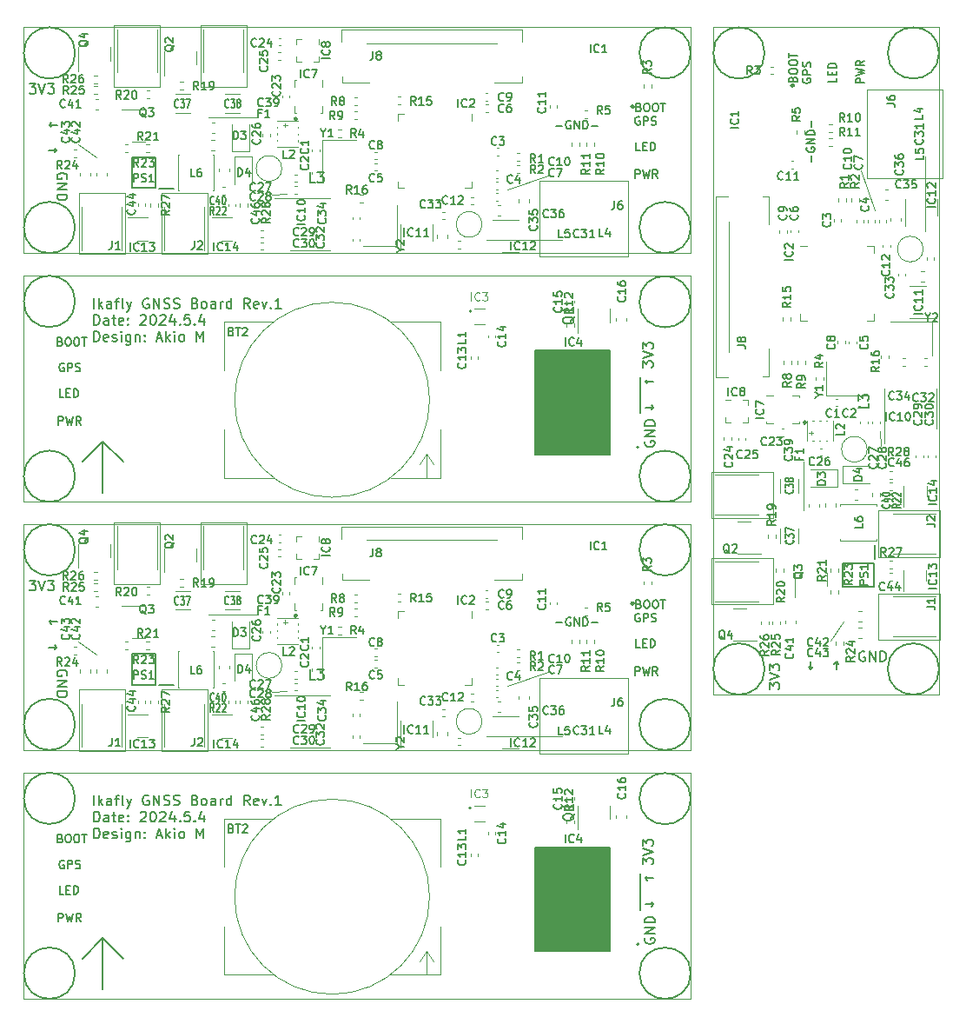
<source format=gbr>
%TF.GenerationSoftware,KiCad,Pcbnew,8.0.2*%
%TF.CreationDate,2024-05-05T17:49:43+09:00*%
%TF.ProjectId,ikafly_rev1_p,696b6166-6c79-45f7-9265-76315f702e6b,rev?*%
%TF.SameCoordinates,Original*%
%TF.FileFunction,Legend,Top*%
%TF.FilePolarity,Positive*%
%FSLAX46Y46*%
G04 Gerber Fmt 4.6, Leading zero omitted, Abs format (unit mm)*
G04 Created by KiCad (PCBNEW 8.0.2) date 2024-05-05 17:49:43*
%MOMM*%
%LPD*%
G01*
G04 APERTURE LIST*
%ADD10C,0.100000*%
%ADD11C,0.150000*%
%ADD12C,0.200000*%
%ADD13C,0.120000*%
%ADD14C,0.250000*%
%ADD15C,0.218114*%
%ADD16C,0.170000*%
G04 APERTURE END LIST*
D10*
X164650000Y-110900000D02*
X165950000Y-109100000D01*
D11*
X175250000Y-113700000D02*
G75*
G02*
X170250000Y-113700000I-2500000J0D01*
G01*
X170250000Y-113700000D02*
G75*
G02*
X175250000Y-113700000I2500000J0D01*
G01*
D10*
X162060000Y-93530000D02*
X162060000Y-98210000D01*
X153250000Y-51200000D02*
X175250000Y-51200000D01*
X175250000Y-116200000D01*
X153250000Y-116200000D01*
X153250000Y-51200000D01*
X169470000Y-90540000D02*
X169600000Y-92000000D01*
X169030000Y-69040000D02*
X167670000Y-65110000D01*
X173940000Y-71090000D02*
X173940000Y-63770000D01*
D11*
X158250000Y-53700000D02*
G75*
G02*
X153250000Y-53700000I-2500000J0D01*
G01*
X153250000Y-53700000D02*
G75*
G02*
X158250000Y-53700000I2500000J0D01*
G01*
X158250000Y-113700000D02*
G75*
G02*
X153250000Y-113700000I-2500000J0D01*
G01*
X153250000Y-113700000D02*
G75*
G02*
X158250000Y-113700000I2500000J0D01*
G01*
X175250000Y-53700000D02*
G75*
G02*
X170250000Y-53700000I-2500000J0D01*
G01*
X170250000Y-53700000D02*
G75*
G02*
X175250000Y-53700000I2500000J0D01*
G01*
X158709819Y-115658458D02*
X158709819Y-115039411D01*
X158709819Y-115039411D02*
X159090771Y-115372744D01*
X159090771Y-115372744D02*
X159090771Y-115229887D01*
X159090771Y-115229887D02*
X159138390Y-115134649D01*
X159138390Y-115134649D02*
X159186009Y-115087030D01*
X159186009Y-115087030D02*
X159281247Y-115039411D01*
X159281247Y-115039411D02*
X159519342Y-115039411D01*
X159519342Y-115039411D02*
X159614580Y-115087030D01*
X159614580Y-115087030D02*
X159662200Y-115134649D01*
X159662200Y-115134649D02*
X159709819Y-115229887D01*
X159709819Y-115229887D02*
X159709819Y-115515601D01*
X159709819Y-115515601D02*
X159662200Y-115610839D01*
X159662200Y-115610839D02*
X159614580Y-115658458D01*
X158709819Y-114753696D02*
X159709819Y-114420363D01*
X159709819Y-114420363D02*
X158709819Y-114087030D01*
X158709819Y-113848934D02*
X158709819Y-113229887D01*
X158709819Y-113229887D02*
X159090771Y-113563220D01*
X159090771Y-113563220D02*
X159090771Y-113420363D01*
X159090771Y-113420363D02*
X159138390Y-113325125D01*
X159138390Y-113325125D02*
X159186009Y-113277506D01*
X159186009Y-113277506D02*
X159281247Y-113229887D01*
X159281247Y-113229887D02*
X159519342Y-113229887D01*
X159519342Y-113229887D02*
X159614580Y-113277506D01*
X159614580Y-113277506D02*
X159662200Y-113325125D01*
X159662200Y-113325125D02*
X159709819Y-113420363D01*
X159709819Y-113420363D02*
X159709819Y-113706077D01*
X159709819Y-113706077D02*
X159662200Y-113801315D01*
X159662200Y-113801315D02*
X159614580Y-113848934D01*
X165238866Y-113763220D02*
X165238866Y-113001316D01*
X165429342Y-113191792D02*
X165238866Y-113001316D01*
X165238866Y-113001316D02*
X165048390Y-113191792D01*
X161982390Y-56191792D02*
X161944295Y-56267982D01*
X161944295Y-56267982D02*
X161944295Y-56382268D01*
X161944295Y-56382268D02*
X161982390Y-56496554D01*
X161982390Y-56496554D02*
X162058580Y-56572744D01*
X162058580Y-56572744D02*
X162134771Y-56610839D01*
X162134771Y-56610839D02*
X162287152Y-56648935D01*
X162287152Y-56648935D02*
X162401438Y-56648935D01*
X162401438Y-56648935D02*
X162553819Y-56610839D01*
X162553819Y-56610839D02*
X162630009Y-56572744D01*
X162630009Y-56572744D02*
X162706200Y-56496554D01*
X162706200Y-56496554D02*
X162744295Y-56382268D01*
X162744295Y-56382268D02*
X162744295Y-56306077D01*
X162744295Y-56306077D02*
X162706200Y-56191792D01*
X162706200Y-56191792D02*
X162668104Y-56153696D01*
X162668104Y-56153696D02*
X162401438Y-56153696D01*
X162401438Y-56153696D02*
X162401438Y-56306077D01*
X162744295Y-55810839D02*
X161944295Y-55810839D01*
X161944295Y-55810839D02*
X161944295Y-55506077D01*
X161944295Y-55506077D02*
X161982390Y-55429887D01*
X161982390Y-55429887D02*
X162020485Y-55391792D01*
X162020485Y-55391792D02*
X162096676Y-55353696D01*
X162096676Y-55353696D02*
X162210961Y-55353696D01*
X162210961Y-55353696D02*
X162287152Y-55391792D01*
X162287152Y-55391792D02*
X162325247Y-55429887D01*
X162325247Y-55429887D02*
X162363342Y-55506077D01*
X162363342Y-55506077D02*
X162363342Y-55810839D01*
X162706200Y-55048935D02*
X162744295Y-54934649D01*
X162744295Y-54934649D02*
X162744295Y-54744173D01*
X162744295Y-54744173D02*
X162706200Y-54667982D01*
X162706200Y-54667982D02*
X162668104Y-54629887D01*
X162668104Y-54629887D02*
X162591914Y-54591792D01*
X162591914Y-54591792D02*
X162515723Y-54591792D01*
X162515723Y-54591792D02*
X162439533Y-54629887D01*
X162439533Y-54629887D02*
X162401438Y-54667982D01*
X162401438Y-54667982D02*
X162363342Y-54744173D01*
X162363342Y-54744173D02*
X162325247Y-54896554D01*
X162325247Y-54896554D02*
X162287152Y-54972744D01*
X162287152Y-54972744D02*
X162249057Y-55010839D01*
X162249057Y-55010839D02*
X162172866Y-55048935D01*
X162172866Y-55048935D02*
X162096676Y-55048935D01*
X162096676Y-55048935D02*
X162020485Y-55010839D01*
X162020485Y-55010839D02*
X161982390Y-54972744D01*
X161982390Y-54972744D02*
X161944295Y-54896554D01*
X161944295Y-54896554D02*
X161944295Y-54706077D01*
X161944295Y-54706077D02*
X161982390Y-54591792D01*
X162839533Y-64310839D02*
X162839533Y-63701316D01*
X162382390Y-62901316D02*
X162344295Y-62977506D01*
X162344295Y-62977506D02*
X162344295Y-63091792D01*
X162344295Y-63091792D02*
X162382390Y-63206078D01*
X162382390Y-63206078D02*
X162458580Y-63282268D01*
X162458580Y-63282268D02*
X162534771Y-63320363D01*
X162534771Y-63320363D02*
X162687152Y-63358459D01*
X162687152Y-63358459D02*
X162801438Y-63358459D01*
X162801438Y-63358459D02*
X162953819Y-63320363D01*
X162953819Y-63320363D02*
X163030009Y-63282268D01*
X163030009Y-63282268D02*
X163106200Y-63206078D01*
X163106200Y-63206078D02*
X163144295Y-63091792D01*
X163144295Y-63091792D02*
X163144295Y-63015601D01*
X163144295Y-63015601D02*
X163106200Y-62901316D01*
X163106200Y-62901316D02*
X163068104Y-62863220D01*
X163068104Y-62863220D02*
X162801438Y-62863220D01*
X162801438Y-62863220D02*
X162801438Y-63015601D01*
X163144295Y-62520363D02*
X162344295Y-62520363D01*
X162344295Y-62520363D02*
X163144295Y-62063220D01*
X163144295Y-62063220D02*
X162344295Y-62063220D01*
X163144295Y-61682268D02*
X162344295Y-61682268D01*
X162344295Y-61682268D02*
X162344295Y-61491792D01*
X162344295Y-61491792D02*
X162382390Y-61377506D01*
X162382390Y-61377506D02*
X162458580Y-61301316D01*
X162458580Y-61301316D02*
X162534771Y-61263221D01*
X162534771Y-61263221D02*
X162687152Y-61225125D01*
X162687152Y-61225125D02*
X162801438Y-61225125D01*
X162801438Y-61225125D02*
X162953819Y-61263221D01*
X162953819Y-61263221D02*
X163030009Y-61301316D01*
X163030009Y-61301316D02*
X163106200Y-61377506D01*
X163106200Y-61377506D02*
X163144295Y-61491792D01*
X163144295Y-61491792D02*
X163144295Y-61682268D01*
X162839533Y-60882268D02*
X162839533Y-60272745D01*
X161025247Y-56244173D02*
X161063342Y-56129887D01*
X161063342Y-56129887D02*
X161101438Y-56091792D01*
X161101438Y-56091792D02*
X161177628Y-56053696D01*
X161177628Y-56053696D02*
X161291914Y-56053696D01*
X161291914Y-56053696D02*
X161368104Y-56091792D01*
X161368104Y-56091792D02*
X161406200Y-56129887D01*
X161406200Y-56129887D02*
X161444295Y-56206077D01*
X161444295Y-56206077D02*
X161444295Y-56510839D01*
X161444295Y-56510839D02*
X160644295Y-56510839D01*
X160644295Y-56510839D02*
X160644295Y-56244173D01*
X160644295Y-56244173D02*
X160682390Y-56167982D01*
X160682390Y-56167982D02*
X160720485Y-56129887D01*
X160720485Y-56129887D02*
X160796676Y-56091792D01*
X160796676Y-56091792D02*
X160872866Y-56091792D01*
X160872866Y-56091792D02*
X160949057Y-56129887D01*
X160949057Y-56129887D02*
X160987152Y-56167982D01*
X160987152Y-56167982D02*
X161025247Y-56244173D01*
X161025247Y-56244173D02*
X161025247Y-56510839D01*
X160644295Y-55558458D02*
X160644295Y-55406077D01*
X160644295Y-55406077D02*
X160682390Y-55329887D01*
X160682390Y-55329887D02*
X160758580Y-55253696D01*
X160758580Y-55253696D02*
X160910961Y-55215601D01*
X160910961Y-55215601D02*
X161177628Y-55215601D01*
X161177628Y-55215601D02*
X161330009Y-55253696D01*
X161330009Y-55253696D02*
X161406200Y-55329887D01*
X161406200Y-55329887D02*
X161444295Y-55406077D01*
X161444295Y-55406077D02*
X161444295Y-55558458D01*
X161444295Y-55558458D02*
X161406200Y-55634649D01*
X161406200Y-55634649D02*
X161330009Y-55710839D01*
X161330009Y-55710839D02*
X161177628Y-55748935D01*
X161177628Y-55748935D02*
X160910961Y-55748935D01*
X160910961Y-55748935D02*
X160758580Y-55710839D01*
X160758580Y-55710839D02*
X160682390Y-55634649D01*
X160682390Y-55634649D02*
X160644295Y-55558458D01*
X160644295Y-54720363D02*
X160644295Y-54567982D01*
X160644295Y-54567982D02*
X160682390Y-54491792D01*
X160682390Y-54491792D02*
X160758580Y-54415601D01*
X160758580Y-54415601D02*
X160910961Y-54377506D01*
X160910961Y-54377506D02*
X161177628Y-54377506D01*
X161177628Y-54377506D02*
X161330009Y-54415601D01*
X161330009Y-54415601D02*
X161406200Y-54491792D01*
X161406200Y-54491792D02*
X161444295Y-54567982D01*
X161444295Y-54567982D02*
X161444295Y-54720363D01*
X161444295Y-54720363D02*
X161406200Y-54796554D01*
X161406200Y-54796554D02*
X161330009Y-54872744D01*
X161330009Y-54872744D02*
X161177628Y-54910840D01*
X161177628Y-54910840D02*
X160910961Y-54910840D01*
X160910961Y-54910840D02*
X160758580Y-54872744D01*
X160758580Y-54872744D02*
X160682390Y-54796554D01*
X160682390Y-54796554D02*
X160644295Y-54720363D01*
X160644295Y-54148935D02*
X160644295Y-53691792D01*
X161444295Y-53920364D02*
X160644295Y-53920364D01*
X165244295Y-56129887D02*
X165244295Y-56510839D01*
X165244295Y-56510839D02*
X164444295Y-56510839D01*
X164825247Y-55863220D02*
X164825247Y-55596554D01*
X165244295Y-55482268D02*
X165244295Y-55863220D01*
X165244295Y-55863220D02*
X164444295Y-55863220D01*
X164444295Y-55863220D02*
X164444295Y-55482268D01*
X165244295Y-55139410D02*
X164444295Y-55139410D01*
X164444295Y-55139410D02*
X164444295Y-54948934D01*
X164444295Y-54948934D02*
X164482390Y-54834648D01*
X164482390Y-54834648D02*
X164558580Y-54758458D01*
X164558580Y-54758458D02*
X164634771Y-54720363D01*
X164634771Y-54720363D02*
X164787152Y-54682267D01*
X164787152Y-54682267D02*
X164901438Y-54682267D01*
X164901438Y-54682267D02*
X165053819Y-54720363D01*
X165053819Y-54720363D02*
X165130009Y-54758458D01*
X165130009Y-54758458D02*
X165206200Y-54834648D01*
X165206200Y-54834648D02*
X165244295Y-54948934D01*
X165244295Y-54948934D02*
X165244295Y-55139410D01*
X162761133Y-112936779D02*
X162761133Y-113698684D01*
X162570657Y-113508207D02*
X162761133Y-113698684D01*
X162761133Y-113698684D02*
X162951609Y-113508207D01*
X167944295Y-56610839D02*
X167144295Y-56610839D01*
X167144295Y-56610839D02*
X167144295Y-56306077D01*
X167144295Y-56306077D02*
X167182390Y-56229887D01*
X167182390Y-56229887D02*
X167220485Y-56191792D01*
X167220485Y-56191792D02*
X167296676Y-56153696D01*
X167296676Y-56153696D02*
X167410961Y-56153696D01*
X167410961Y-56153696D02*
X167487152Y-56191792D01*
X167487152Y-56191792D02*
X167525247Y-56229887D01*
X167525247Y-56229887D02*
X167563342Y-56306077D01*
X167563342Y-56306077D02*
X167563342Y-56610839D01*
X167144295Y-55887030D02*
X167944295Y-55696554D01*
X167944295Y-55696554D02*
X167372866Y-55544173D01*
X167372866Y-55544173D02*
X167944295Y-55391792D01*
X167944295Y-55391792D02*
X167144295Y-55201316D01*
X167944295Y-54439410D02*
X167563342Y-54706077D01*
X167944295Y-54896553D02*
X167144295Y-54896553D01*
X167144295Y-54896553D02*
X167144295Y-54591791D01*
X167144295Y-54591791D02*
X167182390Y-54515601D01*
X167182390Y-54515601D02*
X167220485Y-54477506D01*
X167220485Y-54477506D02*
X167296676Y-54439410D01*
X167296676Y-54439410D02*
X167410961Y-54439410D01*
X167410961Y-54439410D02*
X167487152Y-54477506D01*
X167487152Y-54477506D02*
X167525247Y-54515601D01*
X167525247Y-54515601D02*
X167563342Y-54591791D01*
X167563342Y-54591791D02*
X167563342Y-54896553D01*
X168010588Y-112017438D02*
X167915350Y-111969819D01*
X167915350Y-111969819D02*
X167772493Y-111969819D01*
X167772493Y-111969819D02*
X167629636Y-112017438D01*
X167629636Y-112017438D02*
X167534398Y-112112676D01*
X167534398Y-112112676D02*
X167486779Y-112207914D01*
X167486779Y-112207914D02*
X167439160Y-112398390D01*
X167439160Y-112398390D02*
X167439160Y-112541247D01*
X167439160Y-112541247D02*
X167486779Y-112731723D01*
X167486779Y-112731723D02*
X167534398Y-112826961D01*
X167534398Y-112826961D02*
X167629636Y-112922200D01*
X167629636Y-112922200D02*
X167772493Y-112969819D01*
X167772493Y-112969819D02*
X167867731Y-112969819D01*
X167867731Y-112969819D02*
X168010588Y-112922200D01*
X168010588Y-112922200D02*
X168058207Y-112874580D01*
X168058207Y-112874580D02*
X168058207Y-112541247D01*
X168058207Y-112541247D02*
X167867731Y-112541247D01*
X168486779Y-112969819D02*
X168486779Y-111969819D01*
X168486779Y-111969819D02*
X169058207Y-112969819D01*
X169058207Y-112969819D02*
X169058207Y-111969819D01*
X169534398Y-112969819D02*
X169534398Y-111969819D01*
X169534398Y-111969819D02*
X169772493Y-111969819D01*
X169772493Y-111969819D02*
X169915350Y-112017438D01*
X169915350Y-112017438D02*
X170010588Y-112112676D01*
X170010588Y-112112676D02*
X170058207Y-112207914D01*
X170058207Y-112207914D02*
X170105826Y-112398390D01*
X170105826Y-112398390D02*
X170105826Y-112541247D01*
X170105826Y-112541247D02*
X170058207Y-112731723D01*
X170058207Y-112731723D02*
X170010588Y-112826961D01*
X170010588Y-112826961D02*
X169915350Y-112922200D01*
X169915350Y-112922200D02*
X169772493Y-112969819D01*
X169772493Y-112969819D02*
X169534398Y-112969819D01*
X93750000Y-139929999D02*
X93750000Y-144929999D01*
X93750000Y-139929999D02*
X91750000Y-141929999D01*
X93750000Y-139929999D02*
X95750000Y-141929999D01*
D10*
X91350000Y-111000000D02*
X93150000Y-112300000D01*
D11*
X89439160Y-138324294D02*
X89439160Y-137524294D01*
X89439160Y-137524294D02*
X89743922Y-137524294D01*
X89743922Y-137524294D02*
X89820112Y-137562389D01*
X89820112Y-137562389D02*
X89858207Y-137600484D01*
X89858207Y-137600484D02*
X89896303Y-137676675D01*
X89896303Y-137676675D02*
X89896303Y-137790960D01*
X89896303Y-137790960D02*
X89858207Y-137867151D01*
X89858207Y-137867151D02*
X89820112Y-137905246D01*
X89820112Y-137905246D02*
X89743922Y-137943341D01*
X89743922Y-137943341D02*
X89439160Y-137943341D01*
X90162969Y-137524294D02*
X90353445Y-138324294D01*
X90353445Y-138324294D02*
X90505826Y-137752865D01*
X90505826Y-137752865D02*
X90658207Y-138324294D01*
X90658207Y-138324294D02*
X90848684Y-137524294D01*
X91610589Y-138324294D02*
X91343922Y-137943341D01*
X91153446Y-138324294D02*
X91153446Y-137524294D01*
X91153446Y-137524294D02*
X91458208Y-137524294D01*
X91458208Y-137524294D02*
X91534398Y-137562389D01*
X91534398Y-137562389D02*
X91572493Y-137600484D01*
X91572493Y-137600484D02*
X91610589Y-137676675D01*
X91610589Y-137676675D02*
X91610589Y-137790960D01*
X91610589Y-137790960D02*
X91572493Y-137867151D01*
X91572493Y-137867151D02*
X91534398Y-137905246D01*
X91534398Y-137905246D02*
X91458208Y-137943341D01*
X91458208Y-137943341D02*
X91153446Y-137943341D01*
X146369819Y-132738458D02*
X146369819Y-132119411D01*
X146369819Y-132119411D02*
X146750771Y-132452744D01*
X146750771Y-132452744D02*
X146750771Y-132309887D01*
X146750771Y-132309887D02*
X146798390Y-132214649D01*
X146798390Y-132214649D02*
X146846009Y-132167030D01*
X146846009Y-132167030D02*
X146941247Y-132119411D01*
X146941247Y-132119411D02*
X147179342Y-132119411D01*
X147179342Y-132119411D02*
X147274580Y-132167030D01*
X147274580Y-132167030D02*
X147322200Y-132214649D01*
X147322200Y-132214649D02*
X147369819Y-132309887D01*
X147369819Y-132309887D02*
X147369819Y-132595601D01*
X147369819Y-132595601D02*
X147322200Y-132690839D01*
X147322200Y-132690839D02*
X147274580Y-132738458D01*
X146369819Y-131833696D02*
X147369819Y-131500363D01*
X147369819Y-131500363D02*
X146369819Y-131167030D01*
X146369819Y-130928934D02*
X146369819Y-130309887D01*
X146369819Y-130309887D02*
X146750771Y-130643220D01*
X146750771Y-130643220D02*
X146750771Y-130500363D01*
X146750771Y-130500363D02*
X146798390Y-130405125D01*
X146798390Y-130405125D02*
X146846009Y-130357506D01*
X146846009Y-130357506D02*
X146941247Y-130309887D01*
X146941247Y-130309887D02*
X147179342Y-130309887D01*
X147179342Y-130309887D02*
X147274580Y-130357506D01*
X147274580Y-130357506D02*
X147322200Y-130405125D01*
X147322200Y-130405125D02*
X147369819Y-130500363D01*
X147369819Y-130500363D02*
X147369819Y-130786077D01*
X147369819Y-130786077D02*
X147322200Y-130881315D01*
X147322200Y-130881315D02*
X147274580Y-130928934D01*
X135850000Y-131100000D02*
X143150000Y-131100000D01*
X143150000Y-141200000D01*
X135850000Y-141200000D01*
X135850000Y-131100000D01*
G36*
X135850000Y-131100000D02*
G01*
X143150000Y-131100000D01*
X143150000Y-141200000D01*
X135850000Y-141200000D01*
X135850000Y-131100000D01*
G37*
X91050000Y-119100000D02*
G75*
G02*
X86050000Y-119100000I-2500000J0D01*
G01*
X86050000Y-119100000D02*
G75*
G02*
X91050000Y-119100000I2500000J0D01*
G01*
X146150000Y-133650000D02*
X146150000Y-137150000D01*
X91050000Y-126300000D02*
G75*
G02*
X86050000Y-126300000I-2500000J0D01*
G01*
X86050000Y-126300000D02*
G75*
G02*
X91050000Y-126300000I2500000J0D01*
G01*
D10*
X108720000Y-108410000D02*
X104040000Y-108410000D01*
X86050000Y-99600000D02*
X151050000Y-99600000D01*
X151050000Y-121600000D01*
X86050000Y-121600000D01*
X86050000Y-99600000D01*
X111710000Y-115820000D02*
X110250000Y-115950000D01*
D11*
X151050000Y-143329999D02*
G75*
G02*
X146050000Y-143329999I-2500000J0D01*
G01*
X146050000Y-143329999D02*
G75*
G02*
X151050000Y-143329999I2500000J0D01*
G01*
D10*
X86050000Y-123800000D02*
X151050000Y-123800000D01*
X151050000Y-145800000D01*
X86050000Y-145800000D01*
X86050000Y-123800000D01*
D11*
X151050000Y-126329999D02*
G75*
G02*
X146050000Y-126329999I-2500000J0D01*
G01*
X146050000Y-126329999D02*
G75*
G02*
X151050000Y-126329999I2500000J0D01*
G01*
D10*
X133210000Y-115380000D02*
X137140000Y-114020000D01*
X131160000Y-120290000D02*
X138480000Y-120290000D01*
D11*
X91050000Y-143329999D02*
G75*
G02*
X86050000Y-143329999I-2500000J0D01*
G01*
X86050000Y-143329999D02*
G75*
G02*
X91050000Y-143329999I2500000J0D01*
G01*
X151050000Y-102100000D02*
G75*
G02*
X146050000Y-102100000I-2500000J0D01*
G01*
X146050000Y-102100000D02*
G75*
G02*
X151050000Y-102100000I2500000J0D01*
G01*
X91050000Y-102100000D02*
G75*
G02*
X86050000Y-102100000I-2500000J0D01*
G01*
X86050000Y-102100000D02*
G75*
G02*
X91050000Y-102100000I2500000J0D01*
G01*
X151050000Y-119100000D02*
G75*
G02*
X146050000Y-119100000I-2500000J0D01*
G01*
X146050000Y-119100000D02*
G75*
G02*
X151050000Y-119100000I2500000J0D01*
G01*
X86591541Y-105059819D02*
X87210588Y-105059819D01*
X87210588Y-105059819D02*
X86877255Y-105440771D01*
X86877255Y-105440771D02*
X87020112Y-105440771D01*
X87020112Y-105440771D02*
X87115350Y-105488390D01*
X87115350Y-105488390D02*
X87162969Y-105536009D01*
X87162969Y-105536009D02*
X87210588Y-105631247D01*
X87210588Y-105631247D02*
X87210588Y-105869342D01*
X87210588Y-105869342D02*
X87162969Y-105964580D01*
X87162969Y-105964580D02*
X87115350Y-106012200D01*
X87115350Y-106012200D02*
X87020112Y-106059819D01*
X87020112Y-106059819D02*
X86734398Y-106059819D01*
X86734398Y-106059819D02*
X86639160Y-106012200D01*
X86639160Y-106012200D02*
X86591541Y-105964580D01*
X87496303Y-105059819D02*
X87829636Y-106059819D01*
X87829636Y-106059819D02*
X88162969Y-105059819D01*
X88401065Y-105059819D02*
X89020112Y-105059819D01*
X89020112Y-105059819D02*
X88686779Y-105440771D01*
X88686779Y-105440771D02*
X88829636Y-105440771D01*
X88829636Y-105440771D02*
X88924874Y-105488390D01*
X88924874Y-105488390D02*
X88972493Y-105536009D01*
X88972493Y-105536009D02*
X89020112Y-105631247D01*
X89020112Y-105631247D02*
X89020112Y-105869342D01*
X89020112Y-105869342D02*
X88972493Y-105964580D01*
X88972493Y-105964580D02*
X88924874Y-106012200D01*
X88924874Y-106012200D02*
X88829636Y-106059819D01*
X88829636Y-106059819D02*
X88543922Y-106059819D01*
X88543922Y-106059819D02*
X88448684Y-106012200D01*
X88448684Y-106012200D02*
X88401065Y-105964580D01*
X88486779Y-111588866D02*
X89248684Y-111588866D01*
X89058207Y-111779342D02*
X89248684Y-111588866D01*
X89248684Y-111588866D02*
X89058207Y-111398390D01*
X146058207Y-108332390D02*
X145982017Y-108294295D01*
X145982017Y-108294295D02*
X145867731Y-108294295D01*
X145867731Y-108294295D02*
X145753445Y-108332390D01*
X145753445Y-108332390D02*
X145677255Y-108408580D01*
X145677255Y-108408580D02*
X145639160Y-108484771D01*
X145639160Y-108484771D02*
X145601064Y-108637152D01*
X145601064Y-108637152D02*
X145601064Y-108751438D01*
X145601064Y-108751438D02*
X145639160Y-108903819D01*
X145639160Y-108903819D02*
X145677255Y-108980009D01*
X145677255Y-108980009D02*
X145753445Y-109056200D01*
X145753445Y-109056200D02*
X145867731Y-109094295D01*
X145867731Y-109094295D02*
X145943922Y-109094295D01*
X145943922Y-109094295D02*
X146058207Y-109056200D01*
X146058207Y-109056200D02*
X146096303Y-109018104D01*
X146096303Y-109018104D02*
X146096303Y-108751438D01*
X146096303Y-108751438D02*
X145943922Y-108751438D01*
X146439160Y-109094295D02*
X146439160Y-108294295D01*
X146439160Y-108294295D02*
X146743922Y-108294295D01*
X146743922Y-108294295D02*
X146820112Y-108332390D01*
X146820112Y-108332390D02*
X146858207Y-108370485D01*
X146858207Y-108370485D02*
X146896303Y-108446676D01*
X146896303Y-108446676D02*
X146896303Y-108560961D01*
X146896303Y-108560961D02*
X146858207Y-108637152D01*
X146858207Y-108637152D02*
X146820112Y-108675247D01*
X146820112Y-108675247D02*
X146743922Y-108713342D01*
X146743922Y-108713342D02*
X146439160Y-108713342D01*
X147201064Y-109056200D02*
X147315350Y-109094295D01*
X147315350Y-109094295D02*
X147505826Y-109094295D01*
X147505826Y-109094295D02*
X147582017Y-109056200D01*
X147582017Y-109056200D02*
X147620112Y-109018104D01*
X147620112Y-109018104D02*
X147658207Y-108941914D01*
X147658207Y-108941914D02*
X147658207Y-108865723D01*
X147658207Y-108865723D02*
X147620112Y-108789533D01*
X147620112Y-108789533D02*
X147582017Y-108751438D01*
X147582017Y-108751438D02*
X147505826Y-108713342D01*
X147505826Y-108713342D02*
X147353445Y-108675247D01*
X147353445Y-108675247D02*
X147277255Y-108637152D01*
X147277255Y-108637152D02*
X147239160Y-108599057D01*
X147239160Y-108599057D02*
X147201064Y-108522866D01*
X147201064Y-108522866D02*
X147201064Y-108446676D01*
X147201064Y-108446676D02*
X147239160Y-108370485D01*
X147239160Y-108370485D02*
X147277255Y-108332390D01*
X147277255Y-108332390D02*
X147353445Y-108294295D01*
X147353445Y-108294295D02*
X147543922Y-108294295D01*
X147543922Y-108294295D02*
X147658207Y-108332390D01*
X89958207Y-132362389D02*
X89882017Y-132324294D01*
X89882017Y-132324294D02*
X89767731Y-132324294D01*
X89767731Y-132324294D02*
X89653445Y-132362389D01*
X89653445Y-132362389D02*
X89577255Y-132438579D01*
X89577255Y-132438579D02*
X89539160Y-132514770D01*
X89539160Y-132514770D02*
X89501064Y-132667151D01*
X89501064Y-132667151D02*
X89501064Y-132781437D01*
X89501064Y-132781437D02*
X89539160Y-132933818D01*
X89539160Y-132933818D02*
X89577255Y-133010008D01*
X89577255Y-133010008D02*
X89653445Y-133086199D01*
X89653445Y-133086199D02*
X89767731Y-133124294D01*
X89767731Y-133124294D02*
X89843922Y-133124294D01*
X89843922Y-133124294D02*
X89958207Y-133086199D01*
X89958207Y-133086199D02*
X89996303Y-133048103D01*
X89996303Y-133048103D02*
X89996303Y-132781437D01*
X89996303Y-132781437D02*
X89843922Y-132781437D01*
X90339160Y-133124294D02*
X90339160Y-132324294D01*
X90339160Y-132324294D02*
X90643922Y-132324294D01*
X90643922Y-132324294D02*
X90720112Y-132362389D01*
X90720112Y-132362389D02*
X90758207Y-132400484D01*
X90758207Y-132400484D02*
X90796303Y-132476675D01*
X90796303Y-132476675D02*
X90796303Y-132590960D01*
X90796303Y-132590960D02*
X90758207Y-132667151D01*
X90758207Y-132667151D02*
X90720112Y-132705246D01*
X90720112Y-132705246D02*
X90643922Y-132743341D01*
X90643922Y-132743341D02*
X90339160Y-132743341D01*
X91101064Y-133086199D02*
X91215350Y-133124294D01*
X91215350Y-133124294D02*
X91405826Y-133124294D01*
X91405826Y-133124294D02*
X91482017Y-133086199D01*
X91482017Y-133086199D02*
X91520112Y-133048103D01*
X91520112Y-133048103D02*
X91558207Y-132971913D01*
X91558207Y-132971913D02*
X91558207Y-132895722D01*
X91558207Y-132895722D02*
X91520112Y-132819532D01*
X91520112Y-132819532D02*
X91482017Y-132781437D01*
X91482017Y-132781437D02*
X91405826Y-132743341D01*
X91405826Y-132743341D02*
X91253445Y-132705246D01*
X91253445Y-132705246D02*
X91177255Y-132667151D01*
X91177255Y-132667151D02*
X91139160Y-132629056D01*
X91139160Y-132629056D02*
X91101064Y-132552865D01*
X91101064Y-132552865D02*
X91101064Y-132476675D01*
X91101064Y-132476675D02*
X91139160Y-132400484D01*
X91139160Y-132400484D02*
X91177255Y-132362389D01*
X91177255Y-132362389D02*
X91253445Y-132324294D01*
X91253445Y-132324294D02*
X91443922Y-132324294D01*
X91443922Y-132324294D02*
X91558207Y-132362389D01*
X137939160Y-109189533D02*
X138548684Y-109189533D01*
X139348683Y-108732390D02*
X139272493Y-108694295D01*
X139272493Y-108694295D02*
X139158207Y-108694295D01*
X139158207Y-108694295D02*
X139043921Y-108732390D01*
X139043921Y-108732390D02*
X138967731Y-108808580D01*
X138967731Y-108808580D02*
X138929636Y-108884771D01*
X138929636Y-108884771D02*
X138891540Y-109037152D01*
X138891540Y-109037152D02*
X138891540Y-109151438D01*
X138891540Y-109151438D02*
X138929636Y-109303819D01*
X138929636Y-109303819D02*
X138967731Y-109380009D01*
X138967731Y-109380009D02*
X139043921Y-109456200D01*
X139043921Y-109456200D02*
X139158207Y-109494295D01*
X139158207Y-109494295D02*
X139234398Y-109494295D01*
X139234398Y-109494295D02*
X139348683Y-109456200D01*
X139348683Y-109456200D02*
X139386779Y-109418104D01*
X139386779Y-109418104D02*
X139386779Y-109151438D01*
X139386779Y-109151438D02*
X139234398Y-109151438D01*
X139729636Y-109494295D02*
X139729636Y-108694295D01*
X139729636Y-108694295D02*
X140186779Y-109494295D01*
X140186779Y-109494295D02*
X140186779Y-108694295D01*
X140567731Y-109494295D02*
X140567731Y-108694295D01*
X140567731Y-108694295D02*
X140758207Y-108694295D01*
X140758207Y-108694295D02*
X140872493Y-108732390D01*
X140872493Y-108732390D02*
X140948683Y-108808580D01*
X140948683Y-108808580D02*
X140986778Y-108884771D01*
X140986778Y-108884771D02*
X141024874Y-109037152D01*
X141024874Y-109037152D02*
X141024874Y-109151438D01*
X141024874Y-109151438D02*
X140986778Y-109303819D01*
X140986778Y-109303819D02*
X140948683Y-109380009D01*
X140948683Y-109380009D02*
X140872493Y-109456200D01*
X140872493Y-109456200D02*
X140758207Y-109494295D01*
X140758207Y-109494295D02*
X140567731Y-109494295D01*
X141367731Y-109189533D02*
X141977255Y-109189533D01*
X146005826Y-107375247D02*
X146120112Y-107413342D01*
X146120112Y-107413342D02*
X146158207Y-107451438D01*
X146158207Y-107451438D02*
X146196303Y-107527628D01*
X146196303Y-107527628D02*
X146196303Y-107641914D01*
X146196303Y-107641914D02*
X146158207Y-107718104D01*
X146158207Y-107718104D02*
X146120112Y-107756200D01*
X146120112Y-107756200D02*
X146043922Y-107794295D01*
X146043922Y-107794295D02*
X145739160Y-107794295D01*
X145739160Y-107794295D02*
X145739160Y-106994295D01*
X145739160Y-106994295D02*
X146005826Y-106994295D01*
X146005826Y-106994295D02*
X146082017Y-107032390D01*
X146082017Y-107032390D02*
X146120112Y-107070485D01*
X146120112Y-107070485D02*
X146158207Y-107146676D01*
X146158207Y-107146676D02*
X146158207Y-107222866D01*
X146158207Y-107222866D02*
X146120112Y-107299057D01*
X146120112Y-107299057D02*
X146082017Y-107337152D01*
X146082017Y-107337152D02*
X146005826Y-107375247D01*
X146005826Y-107375247D02*
X145739160Y-107375247D01*
X146691541Y-106994295D02*
X146843922Y-106994295D01*
X146843922Y-106994295D02*
X146920112Y-107032390D01*
X146920112Y-107032390D02*
X146996303Y-107108580D01*
X146996303Y-107108580D02*
X147034398Y-107260961D01*
X147034398Y-107260961D02*
X147034398Y-107527628D01*
X147034398Y-107527628D02*
X146996303Y-107680009D01*
X146996303Y-107680009D02*
X146920112Y-107756200D01*
X146920112Y-107756200D02*
X146843922Y-107794295D01*
X146843922Y-107794295D02*
X146691541Y-107794295D01*
X146691541Y-107794295D02*
X146615350Y-107756200D01*
X146615350Y-107756200D02*
X146539160Y-107680009D01*
X146539160Y-107680009D02*
X146501064Y-107527628D01*
X146501064Y-107527628D02*
X146501064Y-107260961D01*
X146501064Y-107260961D02*
X146539160Y-107108580D01*
X146539160Y-107108580D02*
X146615350Y-107032390D01*
X146615350Y-107032390D02*
X146691541Y-106994295D01*
X147529636Y-106994295D02*
X147682017Y-106994295D01*
X147682017Y-106994295D02*
X147758207Y-107032390D01*
X147758207Y-107032390D02*
X147834398Y-107108580D01*
X147834398Y-107108580D02*
X147872493Y-107260961D01*
X147872493Y-107260961D02*
X147872493Y-107527628D01*
X147872493Y-107527628D02*
X147834398Y-107680009D01*
X147834398Y-107680009D02*
X147758207Y-107756200D01*
X147758207Y-107756200D02*
X147682017Y-107794295D01*
X147682017Y-107794295D02*
X147529636Y-107794295D01*
X147529636Y-107794295D02*
X147453445Y-107756200D01*
X147453445Y-107756200D02*
X147377255Y-107680009D01*
X147377255Y-107680009D02*
X147339159Y-107527628D01*
X147339159Y-107527628D02*
X147339159Y-107260961D01*
X147339159Y-107260961D02*
X147377255Y-107108580D01*
X147377255Y-107108580D02*
X147453445Y-107032390D01*
X147453445Y-107032390D02*
X147529636Y-106994295D01*
X148101064Y-106994295D02*
X148558207Y-106994295D01*
X148329635Y-107794295D02*
X148329635Y-106994295D01*
X146120112Y-111594295D02*
X145739160Y-111594295D01*
X145739160Y-111594295D02*
X145739160Y-110794295D01*
X146386779Y-111175247D02*
X146653445Y-111175247D01*
X146767731Y-111594295D02*
X146386779Y-111594295D01*
X146386779Y-111594295D02*
X146386779Y-110794295D01*
X146386779Y-110794295D02*
X146767731Y-110794295D01*
X147110589Y-111594295D02*
X147110589Y-110794295D01*
X147110589Y-110794295D02*
X147301065Y-110794295D01*
X147301065Y-110794295D02*
X147415351Y-110832390D01*
X147415351Y-110832390D02*
X147491541Y-110908580D01*
X147491541Y-110908580D02*
X147529636Y-110984771D01*
X147529636Y-110984771D02*
X147567732Y-111137152D01*
X147567732Y-111137152D02*
X147567732Y-111251438D01*
X147567732Y-111251438D02*
X147529636Y-111403819D01*
X147529636Y-111403819D02*
X147491541Y-111480009D01*
X147491541Y-111480009D02*
X147415351Y-111556200D01*
X147415351Y-111556200D02*
X147301065Y-111594295D01*
X147301065Y-111594295D02*
X147110589Y-111594295D01*
X146636779Y-136618866D02*
X147398684Y-136618866D01*
X147208207Y-136809342D02*
X147398684Y-136618866D01*
X147398684Y-136618866D02*
X147208207Y-136428390D01*
X146617438Y-139919411D02*
X146569819Y-140014649D01*
X146569819Y-140014649D02*
X146569819Y-140157506D01*
X146569819Y-140157506D02*
X146617438Y-140300363D01*
X146617438Y-140300363D02*
X146712676Y-140395601D01*
X146712676Y-140395601D02*
X146807914Y-140443220D01*
X146807914Y-140443220D02*
X146998390Y-140490839D01*
X146998390Y-140490839D02*
X147141247Y-140490839D01*
X147141247Y-140490839D02*
X147331723Y-140443220D01*
X147331723Y-140443220D02*
X147426961Y-140395601D01*
X147426961Y-140395601D02*
X147522200Y-140300363D01*
X147522200Y-140300363D02*
X147569819Y-140157506D01*
X147569819Y-140157506D02*
X147569819Y-140062268D01*
X147569819Y-140062268D02*
X147522200Y-139919411D01*
X147522200Y-139919411D02*
X147474580Y-139871792D01*
X147474580Y-139871792D02*
X147141247Y-139871792D01*
X147141247Y-139871792D02*
X147141247Y-140062268D01*
X147569819Y-139443220D02*
X146569819Y-139443220D01*
X146569819Y-139443220D02*
X147569819Y-138871792D01*
X147569819Y-138871792D02*
X146569819Y-138871792D01*
X147569819Y-138395601D02*
X146569819Y-138395601D01*
X146569819Y-138395601D02*
X146569819Y-138157506D01*
X146569819Y-138157506D02*
X146617438Y-138014649D01*
X146617438Y-138014649D02*
X146712676Y-137919411D01*
X146712676Y-137919411D02*
X146807914Y-137871792D01*
X146807914Y-137871792D02*
X146998390Y-137824173D01*
X146998390Y-137824173D02*
X147141247Y-137824173D01*
X147141247Y-137824173D02*
X147331723Y-137871792D01*
X147331723Y-137871792D02*
X147426961Y-137919411D01*
X147426961Y-137919411D02*
X147522200Y-138014649D01*
X147522200Y-138014649D02*
X147569819Y-138157506D01*
X147569819Y-138157506D02*
X147569819Y-138395601D01*
X89313220Y-109111133D02*
X88551316Y-109111133D01*
X88741792Y-108920657D02*
X88551316Y-109111133D01*
X88551316Y-109111133D02*
X88741792Y-109301609D01*
X145639160Y-114294295D02*
X145639160Y-113494295D01*
X145639160Y-113494295D02*
X145943922Y-113494295D01*
X145943922Y-113494295D02*
X146020112Y-113532390D01*
X146020112Y-113532390D02*
X146058207Y-113570485D01*
X146058207Y-113570485D02*
X146096303Y-113646676D01*
X146096303Y-113646676D02*
X146096303Y-113760961D01*
X146096303Y-113760961D02*
X146058207Y-113837152D01*
X146058207Y-113837152D02*
X146020112Y-113875247D01*
X146020112Y-113875247D02*
X145943922Y-113913342D01*
X145943922Y-113913342D02*
X145639160Y-113913342D01*
X146362969Y-113494295D02*
X146553445Y-114294295D01*
X146553445Y-114294295D02*
X146705826Y-113722866D01*
X146705826Y-113722866D02*
X146858207Y-114294295D01*
X146858207Y-114294295D02*
X147048684Y-113494295D01*
X147810589Y-114294295D02*
X147543922Y-113913342D01*
X147353446Y-114294295D02*
X147353446Y-113494295D01*
X147353446Y-113494295D02*
X147658208Y-113494295D01*
X147658208Y-113494295D02*
X147734398Y-113532390D01*
X147734398Y-113532390D02*
X147772493Y-113570485D01*
X147772493Y-113570485D02*
X147810589Y-113646676D01*
X147810589Y-113646676D02*
X147810589Y-113760961D01*
X147810589Y-113760961D02*
X147772493Y-113837152D01*
X147772493Y-113837152D02*
X147734398Y-113875247D01*
X147734398Y-113875247D02*
X147658208Y-113913342D01*
X147658208Y-113913342D02*
X147353446Y-113913342D01*
X89605826Y-130205246D02*
X89720112Y-130243341D01*
X89720112Y-130243341D02*
X89758207Y-130281437D01*
X89758207Y-130281437D02*
X89796303Y-130357627D01*
X89796303Y-130357627D02*
X89796303Y-130471913D01*
X89796303Y-130471913D02*
X89758207Y-130548103D01*
X89758207Y-130548103D02*
X89720112Y-130586199D01*
X89720112Y-130586199D02*
X89643922Y-130624294D01*
X89643922Y-130624294D02*
X89339160Y-130624294D01*
X89339160Y-130624294D02*
X89339160Y-129824294D01*
X89339160Y-129824294D02*
X89605826Y-129824294D01*
X89605826Y-129824294D02*
X89682017Y-129862389D01*
X89682017Y-129862389D02*
X89720112Y-129900484D01*
X89720112Y-129900484D02*
X89758207Y-129976675D01*
X89758207Y-129976675D02*
X89758207Y-130052865D01*
X89758207Y-130052865D02*
X89720112Y-130129056D01*
X89720112Y-130129056D02*
X89682017Y-130167151D01*
X89682017Y-130167151D02*
X89605826Y-130205246D01*
X89605826Y-130205246D02*
X89339160Y-130205246D01*
X90291541Y-129824294D02*
X90443922Y-129824294D01*
X90443922Y-129824294D02*
X90520112Y-129862389D01*
X90520112Y-129862389D02*
X90596303Y-129938579D01*
X90596303Y-129938579D02*
X90634398Y-130090960D01*
X90634398Y-130090960D02*
X90634398Y-130357627D01*
X90634398Y-130357627D02*
X90596303Y-130510008D01*
X90596303Y-130510008D02*
X90520112Y-130586199D01*
X90520112Y-130586199D02*
X90443922Y-130624294D01*
X90443922Y-130624294D02*
X90291541Y-130624294D01*
X90291541Y-130624294D02*
X90215350Y-130586199D01*
X90215350Y-130586199D02*
X90139160Y-130510008D01*
X90139160Y-130510008D02*
X90101064Y-130357627D01*
X90101064Y-130357627D02*
X90101064Y-130090960D01*
X90101064Y-130090960D02*
X90139160Y-129938579D01*
X90139160Y-129938579D02*
X90215350Y-129862389D01*
X90215350Y-129862389D02*
X90291541Y-129824294D01*
X91129636Y-129824294D02*
X91282017Y-129824294D01*
X91282017Y-129824294D02*
X91358207Y-129862389D01*
X91358207Y-129862389D02*
X91434398Y-129938579D01*
X91434398Y-129938579D02*
X91472493Y-130090960D01*
X91472493Y-130090960D02*
X91472493Y-130357627D01*
X91472493Y-130357627D02*
X91434398Y-130510008D01*
X91434398Y-130510008D02*
X91358207Y-130586199D01*
X91358207Y-130586199D02*
X91282017Y-130624294D01*
X91282017Y-130624294D02*
X91129636Y-130624294D01*
X91129636Y-130624294D02*
X91053445Y-130586199D01*
X91053445Y-130586199D02*
X90977255Y-130510008D01*
X90977255Y-130510008D02*
X90939159Y-130357627D01*
X90939159Y-130357627D02*
X90939159Y-130090960D01*
X90939159Y-130090960D02*
X90977255Y-129938579D01*
X90977255Y-129938579D02*
X91053445Y-129862389D01*
X91053445Y-129862389D02*
X91129636Y-129824294D01*
X91701064Y-129824294D02*
X92158207Y-129824294D01*
X91929635Y-130624294D02*
X91929635Y-129824294D01*
X147363220Y-134091133D02*
X146601316Y-134091133D01*
X146791792Y-133900657D02*
X146601316Y-134091133D01*
X146601316Y-134091133D02*
X146791792Y-134281609D01*
X89920112Y-135624294D02*
X89539160Y-135624294D01*
X89539160Y-135624294D02*
X89539160Y-134824294D01*
X90186779Y-135205246D02*
X90453445Y-135205246D01*
X90567731Y-135624294D02*
X90186779Y-135624294D01*
X90186779Y-135624294D02*
X90186779Y-134824294D01*
X90186779Y-134824294D02*
X90567731Y-134824294D01*
X90910589Y-135624294D02*
X90910589Y-134824294D01*
X90910589Y-134824294D02*
X91101065Y-134824294D01*
X91101065Y-134824294D02*
X91215351Y-134862389D01*
X91215351Y-134862389D02*
X91291541Y-134938579D01*
X91291541Y-134938579D02*
X91329636Y-135014770D01*
X91329636Y-135014770D02*
X91367732Y-135167151D01*
X91367732Y-135167151D02*
X91367732Y-135281437D01*
X91367732Y-135281437D02*
X91329636Y-135433818D01*
X91329636Y-135433818D02*
X91291541Y-135510008D01*
X91291541Y-135510008D02*
X91215351Y-135586199D01*
X91215351Y-135586199D02*
X91101065Y-135624294D01*
X91101065Y-135624294D02*
X90910589Y-135624294D01*
X92886779Y-126979930D02*
X92886779Y-125979930D01*
X93362969Y-126979930D02*
X93362969Y-125979930D01*
X93458207Y-126598977D02*
X93743921Y-126979930D01*
X93743921Y-126313263D02*
X93362969Y-126694215D01*
X94601064Y-126979930D02*
X94601064Y-126456120D01*
X94601064Y-126456120D02*
X94553445Y-126360882D01*
X94553445Y-126360882D02*
X94458207Y-126313263D01*
X94458207Y-126313263D02*
X94267731Y-126313263D01*
X94267731Y-126313263D02*
X94172493Y-126360882D01*
X94601064Y-126932311D02*
X94505826Y-126979930D01*
X94505826Y-126979930D02*
X94267731Y-126979930D01*
X94267731Y-126979930D02*
X94172493Y-126932311D01*
X94172493Y-126932311D02*
X94124874Y-126837072D01*
X94124874Y-126837072D02*
X94124874Y-126741834D01*
X94124874Y-126741834D02*
X94172493Y-126646596D01*
X94172493Y-126646596D02*
X94267731Y-126598977D01*
X94267731Y-126598977D02*
X94505826Y-126598977D01*
X94505826Y-126598977D02*
X94601064Y-126551358D01*
X94934398Y-126313263D02*
X95315350Y-126313263D01*
X95077255Y-126979930D02*
X95077255Y-126122787D01*
X95077255Y-126122787D02*
X95124874Y-126027549D01*
X95124874Y-126027549D02*
X95220112Y-125979930D01*
X95220112Y-125979930D02*
X95315350Y-125979930D01*
X95791541Y-126979930D02*
X95696303Y-126932311D01*
X95696303Y-126932311D02*
X95648684Y-126837072D01*
X95648684Y-126837072D02*
X95648684Y-125979930D01*
X96077256Y-126313263D02*
X96315351Y-126979930D01*
X96553446Y-126313263D02*
X96315351Y-126979930D01*
X96315351Y-126979930D02*
X96220113Y-127218025D01*
X96220113Y-127218025D02*
X96172494Y-127265644D01*
X96172494Y-127265644D02*
X96077256Y-127313263D01*
X98220113Y-126027549D02*
X98124875Y-125979930D01*
X98124875Y-125979930D02*
X97982018Y-125979930D01*
X97982018Y-125979930D02*
X97839161Y-126027549D01*
X97839161Y-126027549D02*
X97743923Y-126122787D01*
X97743923Y-126122787D02*
X97696304Y-126218025D01*
X97696304Y-126218025D02*
X97648685Y-126408501D01*
X97648685Y-126408501D02*
X97648685Y-126551358D01*
X97648685Y-126551358D02*
X97696304Y-126741834D01*
X97696304Y-126741834D02*
X97743923Y-126837072D01*
X97743923Y-126837072D02*
X97839161Y-126932311D01*
X97839161Y-126932311D02*
X97982018Y-126979930D01*
X97982018Y-126979930D02*
X98077256Y-126979930D01*
X98077256Y-126979930D02*
X98220113Y-126932311D01*
X98220113Y-126932311D02*
X98267732Y-126884691D01*
X98267732Y-126884691D02*
X98267732Y-126551358D01*
X98267732Y-126551358D02*
X98077256Y-126551358D01*
X98696304Y-126979930D02*
X98696304Y-125979930D01*
X98696304Y-125979930D02*
X99267732Y-126979930D01*
X99267732Y-126979930D02*
X99267732Y-125979930D01*
X99696304Y-126932311D02*
X99839161Y-126979930D01*
X99839161Y-126979930D02*
X100077256Y-126979930D01*
X100077256Y-126979930D02*
X100172494Y-126932311D01*
X100172494Y-126932311D02*
X100220113Y-126884691D01*
X100220113Y-126884691D02*
X100267732Y-126789453D01*
X100267732Y-126789453D02*
X100267732Y-126694215D01*
X100267732Y-126694215D02*
X100220113Y-126598977D01*
X100220113Y-126598977D02*
X100172494Y-126551358D01*
X100172494Y-126551358D02*
X100077256Y-126503739D01*
X100077256Y-126503739D02*
X99886780Y-126456120D01*
X99886780Y-126456120D02*
X99791542Y-126408501D01*
X99791542Y-126408501D02*
X99743923Y-126360882D01*
X99743923Y-126360882D02*
X99696304Y-126265644D01*
X99696304Y-126265644D02*
X99696304Y-126170406D01*
X99696304Y-126170406D02*
X99743923Y-126075168D01*
X99743923Y-126075168D02*
X99791542Y-126027549D01*
X99791542Y-126027549D02*
X99886780Y-125979930D01*
X99886780Y-125979930D02*
X100124875Y-125979930D01*
X100124875Y-125979930D02*
X100267732Y-126027549D01*
X100648685Y-126932311D02*
X100791542Y-126979930D01*
X100791542Y-126979930D02*
X101029637Y-126979930D01*
X101029637Y-126979930D02*
X101124875Y-126932311D01*
X101124875Y-126932311D02*
X101172494Y-126884691D01*
X101172494Y-126884691D02*
X101220113Y-126789453D01*
X101220113Y-126789453D02*
X101220113Y-126694215D01*
X101220113Y-126694215D02*
X101172494Y-126598977D01*
X101172494Y-126598977D02*
X101124875Y-126551358D01*
X101124875Y-126551358D02*
X101029637Y-126503739D01*
X101029637Y-126503739D02*
X100839161Y-126456120D01*
X100839161Y-126456120D02*
X100743923Y-126408501D01*
X100743923Y-126408501D02*
X100696304Y-126360882D01*
X100696304Y-126360882D02*
X100648685Y-126265644D01*
X100648685Y-126265644D02*
X100648685Y-126170406D01*
X100648685Y-126170406D02*
X100696304Y-126075168D01*
X100696304Y-126075168D02*
X100743923Y-126027549D01*
X100743923Y-126027549D02*
X100839161Y-125979930D01*
X100839161Y-125979930D02*
X101077256Y-125979930D01*
X101077256Y-125979930D02*
X101220113Y-126027549D01*
X102743923Y-126456120D02*
X102886780Y-126503739D01*
X102886780Y-126503739D02*
X102934399Y-126551358D01*
X102934399Y-126551358D02*
X102982018Y-126646596D01*
X102982018Y-126646596D02*
X102982018Y-126789453D01*
X102982018Y-126789453D02*
X102934399Y-126884691D01*
X102934399Y-126884691D02*
X102886780Y-126932311D01*
X102886780Y-126932311D02*
X102791542Y-126979930D01*
X102791542Y-126979930D02*
X102410590Y-126979930D01*
X102410590Y-126979930D02*
X102410590Y-125979930D01*
X102410590Y-125979930D02*
X102743923Y-125979930D01*
X102743923Y-125979930D02*
X102839161Y-126027549D01*
X102839161Y-126027549D02*
X102886780Y-126075168D01*
X102886780Y-126075168D02*
X102934399Y-126170406D01*
X102934399Y-126170406D02*
X102934399Y-126265644D01*
X102934399Y-126265644D02*
X102886780Y-126360882D01*
X102886780Y-126360882D02*
X102839161Y-126408501D01*
X102839161Y-126408501D02*
X102743923Y-126456120D01*
X102743923Y-126456120D02*
X102410590Y-126456120D01*
X103553447Y-126979930D02*
X103458209Y-126932311D01*
X103458209Y-126932311D02*
X103410590Y-126884691D01*
X103410590Y-126884691D02*
X103362971Y-126789453D01*
X103362971Y-126789453D02*
X103362971Y-126503739D01*
X103362971Y-126503739D02*
X103410590Y-126408501D01*
X103410590Y-126408501D02*
X103458209Y-126360882D01*
X103458209Y-126360882D02*
X103553447Y-126313263D01*
X103553447Y-126313263D02*
X103696304Y-126313263D01*
X103696304Y-126313263D02*
X103791542Y-126360882D01*
X103791542Y-126360882D02*
X103839161Y-126408501D01*
X103839161Y-126408501D02*
X103886780Y-126503739D01*
X103886780Y-126503739D02*
X103886780Y-126789453D01*
X103886780Y-126789453D02*
X103839161Y-126884691D01*
X103839161Y-126884691D02*
X103791542Y-126932311D01*
X103791542Y-126932311D02*
X103696304Y-126979930D01*
X103696304Y-126979930D02*
X103553447Y-126979930D01*
X104743923Y-126979930D02*
X104743923Y-126456120D01*
X104743923Y-126456120D02*
X104696304Y-126360882D01*
X104696304Y-126360882D02*
X104601066Y-126313263D01*
X104601066Y-126313263D02*
X104410590Y-126313263D01*
X104410590Y-126313263D02*
X104315352Y-126360882D01*
X104743923Y-126932311D02*
X104648685Y-126979930D01*
X104648685Y-126979930D02*
X104410590Y-126979930D01*
X104410590Y-126979930D02*
X104315352Y-126932311D01*
X104315352Y-126932311D02*
X104267733Y-126837072D01*
X104267733Y-126837072D02*
X104267733Y-126741834D01*
X104267733Y-126741834D02*
X104315352Y-126646596D01*
X104315352Y-126646596D02*
X104410590Y-126598977D01*
X104410590Y-126598977D02*
X104648685Y-126598977D01*
X104648685Y-126598977D02*
X104743923Y-126551358D01*
X105220114Y-126979930D02*
X105220114Y-126313263D01*
X105220114Y-126503739D02*
X105267733Y-126408501D01*
X105267733Y-126408501D02*
X105315352Y-126360882D01*
X105315352Y-126360882D02*
X105410590Y-126313263D01*
X105410590Y-126313263D02*
X105505828Y-126313263D01*
X106267733Y-126979930D02*
X106267733Y-125979930D01*
X106267733Y-126932311D02*
X106172495Y-126979930D01*
X106172495Y-126979930D02*
X105982019Y-126979930D01*
X105982019Y-126979930D02*
X105886781Y-126932311D01*
X105886781Y-126932311D02*
X105839162Y-126884691D01*
X105839162Y-126884691D02*
X105791543Y-126789453D01*
X105791543Y-126789453D02*
X105791543Y-126503739D01*
X105791543Y-126503739D02*
X105839162Y-126408501D01*
X105839162Y-126408501D02*
X105886781Y-126360882D01*
X105886781Y-126360882D02*
X105982019Y-126313263D01*
X105982019Y-126313263D02*
X106172495Y-126313263D01*
X106172495Y-126313263D02*
X106267733Y-126360882D01*
X108077257Y-126979930D02*
X107743924Y-126503739D01*
X107505829Y-126979930D02*
X107505829Y-125979930D01*
X107505829Y-125979930D02*
X107886781Y-125979930D01*
X107886781Y-125979930D02*
X107982019Y-126027549D01*
X107982019Y-126027549D02*
X108029638Y-126075168D01*
X108029638Y-126075168D02*
X108077257Y-126170406D01*
X108077257Y-126170406D02*
X108077257Y-126313263D01*
X108077257Y-126313263D02*
X108029638Y-126408501D01*
X108029638Y-126408501D02*
X107982019Y-126456120D01*
X107982019Y-126456120D02*
X107886781Y-126503739D01*
X107886781Y-126503739D02*
X107505829Y-126503739D01*
X108886781Y-126932311D02*
X108791543Y-126979930D01*
X108791543Y-126979930D02*
X108601067Y-126979930D01*
X108601067Y-126979930D02*
X108505829Y-126932311D01*
X108505829Y-126932311D02*
X108458210Y-126837072D01*
X108458210Y-126837072D02*
X108458210Y-126456120D01*
X108458210Y-126456120D02*
X108505829Y-126360882D01*
X108505829Y-126360882D02*
X108601067Y-126313263D01*
X108601067Y-126313263D02*
X108791543Y-126313263D01*
X108791543Y-126313263D02*
X108886781Y-126360882D01*
X108886781Y-126360882D02*
X108934400Y-126456120D01*
X108934400Y-126456120D02*
X108934400Y-126551358D01*
X108934400Y-126551358D02*
X108458210Y-126646596D01*
X109267734Y-126313263D02*
X109505829Y-126979930D01*
X109505829Y-126979930D02*
X109743924Y-126313263D01*
X110124877Y-126884691D02*
X110172496Y-126932311D01*
X110172496Y-126932311D02*
X110124877Y-126979930D01*
X110124877Y-126979930D02*
X110077258Y-126932311D01*
X110077258Y-126932311D02*
X110124877Y-126884691D01*
X110124877Y-126884691D02*
X110124877Y-126979930D01*
X111124876Y-126979930D02*
X110553448Y-126979930D01*
X110839162Y-126979930D02*
X110839162Y-125979930D01*
X110839162Y-125979930D02*
X110743924Y-126122787D01*
X110743924Y-126122787D02*
X110648686Y-126218025D01*
X110648686Y-126218025D02*
X110553448Y-126265644D01*
X92886779Y-128589874D02*
X92886779Y-127589874D01*
X92886779Y-127589874D02*
X93124874Y-127589874D01*
X93124874Y-127589874D02*
X93267731Y-127637493D01*
X93267731Y-127637493D02*
X93362969Y-127732731D01*
X93362969Y-127732731D02*
X93410588Y-127827969D01*
X93410588Y-127827969D02*
X93458207Y-128018445D01*
X93458207Y-128018445D02*
X93458207Y-128161302D01*
X93458207Y-128161302D02*
X93410588Y-128351778D01*
X93410588Y-128351778D02*
X93362969Y-128447016D01*
X93362969Y-128447016D02*
X93267731Y-128542255D01*
X93267731Y-128542255D02*
X93124874Y-128589874D01*
X93124874Y-128589874D02*
X92886779Y-128589874D01*
X94315350Y-128589874D02*
X94315350Y-128066064D01*
X94315350Y-128066064D02*
X94267731Y-127970826D01*
X94267731Y-127970826D02*
X94172493Y-127923207D01*
X94172493Y-127923207D02*
X93982017Y-127923207D01*
X93982017Y-127923207D02*
X93886779Y-127970826D01*
X94315350Y-128542255D02*
X94220112Y-128589874D01*
X94220112Y-128589874D02*
X93982017Y-128589874D01*
X93982017Y-128589874D02*
X93886779Y-128542255D01*
X93886779Y-128542255D02*
X93839160Y-128447016D01*
X93839160Y-128447016D02*
X93839160Y-128351778D01*
X93839160Y-128351778D02*
X93886779Y-128256540D01*
X93886779Y-128256540D02*
X93982017Y-128208921D01*
X93982017Y-128208921D02*
X94220112Y-128208921D01*
X94220112Y-128208921D02*
X94315350Y-128161302D01*
X94648684Y-127923207D02*
X95029636Y-127923207D01*
X94791541Y-127589874D02*
X94791541Y-128447016D01*
X94791541Y-128447016D02*
X94839160Y-128542255D01*
X94839160Y-128542255D02*
X94934398Y-128589874D01*
X94934398Y-128589874D02*
X95029636Y-128589874D01*
X95743922Y-128542255D02*
X95648684Y-128589874D01*
X95648684Y-128589874D02*
X95458208Y-128589874D01*
X95458208Y-128589874D02*
X95362970Y-128542255D01*
X95362970Y-128542255D02*
X95315351Y-128447016D01*
X95315351Y-128447016D02*
X95315351Y-128066064D01*
X95315351Y-128066064D02*
X95362970Y-127970826D01*
X95362970Y-127970826D02*
X95458208Y-127923207D01*
X95458208Y-127923207D02*
X95648684Y-127923207D01*
X95648684Y-127923207D02*
X95743922Y-127970826D01*
X95743922Y-127970826D02*
X95791541Y-128066064D01*
X95791541Y-128066064D02*
X95791541Y-128161302D01*
X95791541Y-128161302D02*
X95315351Y-128256540D01*
X96220113Y-128494635D02*
X96267732Y-128542255D01*
X96267732Y-128542255D02*
X96220113Y-128589874D01*
X96220113Y-128589874D02*
X96172494Y-128542255D01*
X96172494Y-128542255D02*
X96220113Y-128494635D01*
X96220113Y-128494635D02*
X96220113Y-128589874D01*
X96220113Y-127970826D02*
X96267732Y-128018445D01*
X96267732Y-128018445D02*
X96220113Y-128066064D01*
X96220113Y-128066064D02*
X96172494Y-128018445D01*
X96172494Y-128018445D02*
X96220113Y-127970826D01*
X96220113Y-127970826D02*
X96220113Y-128066064D01*
X97410589Y-127685112D02*
X97458208Y-127637493D01*
X97458208Y-127637493D02*
X97553446Y-127589874D01*
X97553446Y-127589874D02*
X97791541Y-127589874D01*
X97791541Y-127589874D02*
X97886779Y-127637493D01*
X97886779Y-127637493D02*
X97934398Y-127685112D01*
X97934398Y-127685112D02*
X97982017Y-127780350D01*
X97982017Y-127780350D02*
X97982017Y-127875588D01*
X97982017Y-127875588D02*
X97934398Y-128018445D01*
X97934398Y-128018445D02*
X97362970Y-128589874D01*
X97362970Y-128589874D02*
X97982017Y-128589874D01*
X98601065Y-127589874D02*
X98696303Y-127589874D01*
X98696303Y-127589874D02*
X98791541Y-127637493D01*
X98791541Y-127637493D02*
X98839160Y-127685112D01*
X98839160Y-127685112D02*
X98886779Y-127780350D01*
X98886779Y-127780350D02*
X98934398Y-127970826D01*
X98934398Y-127970826D02*
X98934398Y-128208921D01*
X98934398Y-128208921D02*
X98886779Y-128399397D01*
X98886779Y-128399397D02*
X98839160Y-128494635D01*
X98839160Y-128494635D02*
X98791541Y-128542255D01*
X98791541Y-128542255D02*
X98696303Y-128589874D01*
X98696303Y-128589874D02*
X98601065Y-128589874D01*
X98601065Y-128589874D02*
X98505827Y-128542255D01*
X98505827Y-128542255D02*
X98458208Y-128494635D01*
X98458208Y-128494635D02*
X98410589Y-128399397D01*
X98410589Y-128399397D02*
X98362970Y-128208921D01*
X98362970Y-128208921D02*
X98362970Y-127970826D01*
X98362970Y-127970826D02*
X98410589Y-127780350D01*
X98410589Y-127780350D02*
X98458208Y-127685112D01*
X98458208Y-127685112D02*
X98505827Y-127637493D01*
X98505827Y-127637493D02*
X98601065Y-127589874D01*
X99315351Y-127685112D02*
X99362970Y-127637493D01*
X99362970Y-127637493D02*
X99458208Y-127589874D01*
X99458208Y-127589874D02*
X99696303Y-127589874D01*
X99696303Y-127589874D02*
X99791541Y-127637493D01*
X99791541Y-127637493D02*
X99839160Y-127685112D01*
X99839160Y-127685112D02*
X99886779Y-127780350D01*
X99886779Y-127780350D02*
X99886779Y-127875588D01*
X99886779Y-127875588D02*
X99839160Y-128018445D01*
X99839160Y-128018445D02*
X99267732Y-128589874D01*
X99267732Y-128589874D02*
X99886779Y-128589874D01*
X100743922Y-127923207D02*
X100743922Y-128589874D01*
X100505827Y-127542255D02*
X100267732Y-128256540D01*
X100267732Y-128256540D02*
X100886779Y-128256540D01*
X101267732Y-128494635D02*
X101315351Y-128542255D01*
X101315351Y-128542255D02*
X101267732Y-128589874D01*
X101267732Y-128589874D02*
X101220113Y-128542255D01*
X101220113Y-128542255D02*
X101267732Y-128494635D01*
X101267732Y-128494635D02*
X101267732Y-128589874D01*
X102220112Y-127589874D02*
X101743922Y-127589874D01*
X101743922Y-127589874D02*
X101696303Y-128066064D01*
X101696303Y-128066064D02*
X101743922Y-128018445D01*
X101743922Y-128018445D02*
X101839160Y-127970826D01*
X101839160Y-127970826D02*
X102077255Y-127970826D01*
X102077255Y-127970826D02*
X102172493Y-128018445D01*
X102172493Y-128018445D02*
X102220112Y-128066064D01*
X102220112Y-128066064D02*
X102267731Y-128161302D01*
X102267731Y-128161302D02*
X102267731Y-128399397D01*
X102267731Y-128399397D02*
X102220112Y-128494635D01*
X102220112Y-128494635D02*
X102172493Y-128542255D01*
X102172493Y-128542255D02*
X102077255Y-128589874D01*
X102077255Y-128589874D02*
X101839160Y-128589874D01*
X101839160Y-128589874D02*
X101743922Y-128542255D01*
X101743922Y-128542255D02*
X101696303Y-128494635D01*
X102696303Y-128494635D02*
X102743922Y-128542255D01*
X102743922Y-128542255D02*
X102696303Y-128589874D01*
X102696303Y-128589874D02*
X102648684Y-128542255D01*
X102648684Y-128542255D02*
X102696303Y-128494635D01*
X102696303Y-128494635D02*
X102696303Y-128589874D01*
X103601064Y-127923207D02*
X103601064Y-128589874D01*
X103362969Y-127542255D02*
X103124874Y-128256540D01*
X103124874Y-128256540D02*
X103743921Y-128256540D01*
X92886779Y-130199818D02*
X92886779Y-129199818D01*
X92886779Y-129199818D02*
X93124874Y-129199818D01*
X93124874Y-129199818D02*
X93267731Y-129247437D01*
X93267731Y-129247437D02*
X93362969Y-129342675D01*
X93362969Y-129342675D02*
X93410588Y-129437913D01*
X93410588Y-129437913D02*
X93458207Y-129628389D01*
X93458207Y-129628389D02*
X93458207Y-129771246D01*
X93458207Y-129771246D02*
X93410588Y-129961722D01*
X93410588Y-129961722D02*
X93362969Y-130056960D01*
X93362969Y-130056960D02*
X93267731Y-130152199D01*
X93267731Y-130152199D02*
X93124874Y-130199818D01*
X93124874Y-130199818D02*
X92886779Y-130199818D01*
X94267731Y-130152199D02*
X94172493Y-130199818D01*
X94172493Y-130199818D02*
X93982017Y-130199818D01*
X93982017Y-130199818D02*
X93886779Y-130152199D01*
X93886779Y-130152199D02*
X93839160Y-130056960D01*
X93839160Y-130056960D02*
X93839160Y-129676008D01*
X93839160Y-129676008D02*
X93886779Y-129580770D01*
X93886779Y-129580770D02*
X93982017Y-129533151D01*
X93982017Y-129533151D02*
X94172493Y-129533151D01*
X94172493Y-129533151D02*
X94267731Y-129580770D01*
X94267731Y-129580770D02*
X94315350Y-129676008D01*
X94315350Y-129676008D02*
X94315350Y-129771246D01*
X94315350Y-129771246D02*
X93839160Y-129866484D01*
X94696303Y-130152199D02*
X94791541Y-130199818D01*
X94791541Y-130199818D02*
X94982017Y-130199818D01*
X94982017Y-130199818D02*
X95077255Y-130152199D01*
X95077255Y-130152199D02*
X95124874Y-130056960D01*
X95124874Y-130056960D02*
X95124874Y-130009341D01*
X95124874Y-130009341D02*
X95077255Y-129914103D01*
X95077255Y-129914103D02*
X94982017Y-129866484D01*
X94982017Y-129866484D02*
X94839160Y-129866484D01*
X94839160Y-129866484D02*
X94743922Y-129818865D01*
X94743922Y-129818865D02*
X94696303Y-129723627D01*
X94696303Y-129723627D02*
X94696303Y-129676008D01*
X94696303Y-129676008D02*
X94743922Y-129580770D01*
X94743922Y-129580770D02*
X94839160Y-129533151D01*
X94839160Y-129533151D02*
X94982017Y-129533151D01*
X94982017Y-129533151D02*
X95077255Y-129580770D01*
X95553446Y-130199818D02*
X95553446Y-129533151D01*
X95553446Y-129199818D02*
X95505827Y-129247437D01*
X95505827Y-129247437D02*
X95553446Y-129295056D01*
X95553446Y-129295056D02*
X95601065Y-129247437D01*
X95601065Y-129247437D02*
X95553446Y-129199818D01*
X95553446Y-129199818D02*
X95553446Y-129295056D01*
X96458207Y-129533151D02*
X96458207Y-130342675D01*
X96458207Y-130342675D02*
X96410588Y-130437913D01*
X96410588Y-130437913D02*
X96362969Y-130485532D01*
X96362969Y-130485532D02*
X96267731Y-130533151D01*
X96267731Y-130533151D02*
X96124874Y-130533151D01*
X96124874Y-130533151D02*
X96029636Y-130485532D01*
X96458207Y-130152199D02*
X96362969Y-130199818D01*
X96362969Y-130199818D02*
X96172493Y-130199818D01*
X96172493Y-130199818D02*
X96077255Y-130152199D01*
X96077255Y-130152199D02*
X96029636Y-130104579D01*
X96029636Y-130104579D02*
X95982017Y-130009341D01*
X95982017Y-130009341D02*
X95982017Y-129723627D01*
X95982017Y-129723627D02*
X96029636Y-129628389D01*
X96029636Y-129628389D02*
X96077255Y-129580770D01*
X96077255Y-129580770D02*
X96172493Y-129533151D01*
X96172493Y-129533151D02*
X96362969Y-129533151D01*
X96362969Y-129533151D02*
X96458207Y-129580770D01*
X96934398Y-129533151D02*
X96934398Y-130199818D01*
X96934398Y-129628389D02*
X96982017Y-129580770D01*
X96982017Y-129580770D02*
X97077255Y-129533151D01*
X97077255Y-129533151D02*
X97220112Y-129533151D01*
X97220112Y-129533151D02*
X97315350Y-129580770D01*
X97315350Y-129580770D02*
X97362969Y-129676008D01*
X97362969Y-129676008D02*
X97362969Y-130199818D01*
X97839160Y-130104579D02*
X97886779Y-130152199D01*
X97886779Y-130152199D02*
X97839160Y-130199818D01*
X97839160Y-130199818D02*
X97791541Y-130152199D01*
X97791541Y-130152199D02*
X97839160Y-130104579D01*
X97839160Y-130104579D02*
X97839160Y-130199818D01*
X97839160Y-129580770D02*
X97886779Y-129628389D01*
X97886779Y-129628389D02*
X97839160Y-129676008D01*
X97839160Y-129676008D02*
X97791541Y-129628389D01*
X97791541Y-129628389D02*
X97839160Y-129580770D01*
X97839160Y-129580770D02*
X97839160Y-129676008D01*
X99029636Y-129914103D02*
X99505826Y-129914103D01*
X98934398Y-130199818D02*
X99267731Y-129199818D01*
X99267731Y-129199818D02*
X99601064Y-130199818D01*
X99934398Y-130199818D02*
X99934398Y-129199818D01*
X100029636Y-129818865D02*
X100315350Y-130199818D01*
X100315350Y-129533151D02*
X99934398Y-129914103D01*
X100743922Y-130199818D02*
X100743922Y-129533151D01*
X100743922Y-129199818D02*
X100696303Y-129247437D01*
X100696303Y-129247437D02*
X100743922Y-129295056D01*
X100743922Y-129295056D02*
X100791541Y-129247437D01*
X100791541Y-129247437D02*
X100743922Y-129199818D01*
X100743922Y-129199818D02*
X100743922Y-129295056D01*
X101362969Y-130199818D02*
X101267731Y-130152199D01*
X101267731Y-130152199D02*
X101220112Y-130104579D01*
X101220112Y-130104579D02*
X101172493Y-130009341D01*
X101172493Y-130009341D02*
X101172493Y-129723627D01*
X101172493Y-129723627D02*
X101220112Y-129628389D01*
X101220112Y-129628389D02*
X101267731Y-129580770D01*
X101267731Y-129580770D02*
X101362969Y-129533151D01*
X101362969Y-129533151D02*
X101505826Y-129533151D01*
X101505826Y-129533151D02*
X101601064Y-129580770D01*
X101601064Y-129580770D02*
X101648683Y-129628389D01*
X101648683Y-129628389D02*
X101696302Y-129723627D01*
X101696302Y-129723627D02*
X101696302Y-130009341D01*
X101696302Y-130009341D02*
X101648683Y-130104579D01*
X101648683Y-130104579D02*
X101601064Y-130152199D01*
X101601064Y-130152199D02*
X101505826Y-130199818D01*
X101505826Y-130199818D02*
X101362969Y-130199818D01*
X102886779Y-130199818D02*
X102886779Y-129199818D01*
X102886779Y-129199818D02*
X103220112Y-129914103D01*
X103220112Y-129914103D02*
X103553445Y-129199818D01*
X103553445Y-129199818D02*
X103553445Y-130199818D01*
X90232561Y-114360588D02*
X90280180Y-114265350D01*
X90280180Y-114265350D02*
X90280180Y-114122493D01*
X90280180Y-114122493D02*
X90232561Y-113979636D01*
X90232561Y-113979636D02*
X90137323Y-113884398D01*
X90137323Y-113884398D02*
X90042085Y-113836779D01*
X90042085Y-113836779D02*
X89851609Y-113789160D01*
X89851609Y-113789160D02*
X89708752Y-113789160D01*
X89708752Y-113789160D02*
X89518276Y-113836779D01*
X89518276Y-113836779D02*
X89423038Y-113884398D01*
X89423038Y-113884398D02*
X89327800Y-113979636D01*
X89327800Y-113979636D02*
X89280180Y-114122493D01*
X89280180Y-114122493D02*
X89280180Y-114217731D01*
X89280180Y-114217731D02*
X89327800Y-114360588D01*
X89327800Y-114360588D02*
X89375419Y-114408207D01*
X89375419Y-114408207D02*
X89708752Y-114408207D01*
X89708752Y-114408207D02*
X89708752Y-114217731D01*
X89280180Y-114836779D02*
X90280180Y-114836779D01*
X90280180Y-114836779D02*
X89280180Y-115408207D01*
X89280180Y-115408207D02*
X90280180Y-115408207D01*
X89280180Y-115884398D02*
X90280180Y-115884398D01*
X90280180Y-115884398D02*
X90280180Y-116122493D01*
X90280180Y-116122493D02*
X90232561Y-116265350D01*
X90232561Y-116265350D02*
X90137323Y-116360588D01*
X90137323Y-116360588D02*
X90042085Y-116408207D01*
X90042085Y-116408207D02*
X89851609Y-116455826D01*
X89851609Y-116455826D02*
X89708752Y-116455826D01*
X89708752Y-116455826D02*
X89518276Y-116408207D01*
X89518276Y-116408207D02*
X89423038Y-116360588D01*
X89423038Y-116360588D02*
X89327800Y-116265350D01*
X89327800Y-116265350D02*
X89280180Y-116122493D01*
X89280180Y-116122493D02*
X89280180Y-115884398D01*
D10*
X91350000Y-62600000D02*
X93150000Y-63900000D01*
D11*
X93750000Y-91529999D02*
X93750000Y-96529999D01*
X93750000Y-91529999D02*
X95750000Y-93529999D01*
X93750000Y-91529999D02*
X91750000Y-93529999D01*
X91050000Y-70700000D02*
G75*
G02*
X86050000Y-70700000I-2500000J0D01*
G01*
X86050000Y-70700000D02*
G75*
G02*
X91050000Y-70700000I2500000J0D01*
G01*
X91050000Y-94929999D02*
G75*
G02*
X86050000Y-94929999I-2500000J0D01*
G01*
X86050000Y-94929999D02*
G75*
G02*
X91050000Y-94929999I2500000J0D01*
G01*
X151050000Y-53700000D02*
G75*
G02*
X146050000Y-53700000I-2500000J0D01*
G01*
X146050000Y-53700000D02*
G75*
G02*
X151050000Y-53700000I2500000J0D01*
G01*
D10*
X86050000Y-75400000D02*
X151050000Y-75400000D01*
X151050000Y-97400000D01*
X86050000Y-97400000D01*
X86050000Y-75400000D01*
D11*
X91050000Y-53700000D02*
G75*
G02*
X86050000Y-53700000I-2500000J0D01*
G01*
X86050000Y-53700000D02*
G75*
G02*
X91050000Y-53700000I2500000J0D01*
G01*
X151050000Y-77929999D02*
G75*
G02*
X146050000Y-77929999I-2500000J0D01*
G01*
X146050000Y-77929999D02*
G75*
G02*
X151050000Y-77929999I2500000J0D01*
G01*
D10*
X108720000Y-60010000D02*
X104040000Y-60010000D01*
X131160000Y-71890000D02*
X138480000Y-71890000D01*
X133210000Y-66980000D02*
X137140000Y-65620000D01*
D11*
X91050000Y-77900000D02*
G75*
G02*
X86050000Y-77900000I-2500000J0D01*
G01*
X86050000Y-77900000D02*
G75*
G02*
X91050000Y-77900000I2500000J0D01*
G01*
X135850000Y-82700000D02*
X143150000Y-82700000D01*
X143150000Y-92800000D01*
X135850000Y-92800000D01*
X135850000Y-82700000D01*
G36*
X135850000Y-82700000D02*
G01*
X143150000Y-82700000D01*
X143150000Y-92800000D01*
X135850000Y-92800000D01*
X135850000Y-82700000D01*
G37*
D10*
X111710000Y-67420000D02*
X110250000Y-67550000D01*
X86050000Y-51200000D02*
X151050000Y-51200000D01*
X151050000Y-73200000D01*
X86050000Y-73200000D01*
X86050000Y-51200000D01*
D11*
X146150000Y-85250000D02*
X146150000Y-88750000D01*
X151050000Y-70700000D02*
G75*
G02*
X146050000Y-70700000I-2500000J0D01*
G01*
X146050000Y-70700000D02*
G75*
G02*
X151050000Y-70700000I2500000J0D01*
G01*
X151050000Y-94929999D02*
G75*
G02*
X146050000Y-94929999I-2500000J0D01*
G01*
X146050000Y-94929999D02*
G75*
G02*
X151050000Y-94929999I2500000J0D01*
G01*
X146369819Y-84338458D02*
X146369819Y-83719411D01*
X146369819Y-83719411D02*
X146750771Y-84052744D01*
X146750771Y-84052744D02*
X146750771Y-83909887D01*
X146750771Y-83909887D02*
X146798390Y-83814649D01*
X146798390Y-83814649D02*
X146846009Y-83767030D01*
X146846009Y-83767030D02*
X146941247Y-83719411D01*
X146941247Y-83719411D02*
X147179342Y-83719411D01*
X147179342Y-83719411D02*
X147274580Y-83767030D01*
X147274580Y-83767030D02*
X147322200Y-83814649D01*
X147322200Y-83814649D02*
X147369819Y-83909887D01*
X147369819Y-83909887D02*
X147369819Y-84195601D01*
X147369819Y-84195601D02*
X147322200Y-84290839D01*
X147322200Y-84290839D02*
X147274580Y-84338458D01*
X146369819Y-83433696D02*
X147369819Y-83100363D01*
X147369819Y-83100363D02*
X146369819Y-82767030D01*
X146369819Y-82528934D02*
X146369819Y-81909887D01*
X146369819Y-81909887D02*
X146750771Y-82243220D01*
X146750771Y-82243220D02*
X146750771Y-82100363D01*
X146750771Y-82100363D02*
X146798390Y-82005125D01*
X146798390Y-82005125D02*
X146846009Y-81957506D01*
X146846009Y-81957506D02*
X146941247Y-81909887D01*
X146941247Y-81909887D02*
X147179342Y-81909887D01*
X147179342Y-81909887D02*
X147274580Y-81957506D01*
X147274580Y-81957506D02*
X147322200Y-82005125D01*
X147322200Y-82005125D02*
X147369819Y-82100363D01*
X147369819Y-82100363D02*
X147369819Y-82386077D01*
X147369819Y-82386077D02*
X147322200Y-82481315D01*
X147322200Y-82481315D02*
X147274580Y-82528934D01*
X89439160Y-89924294D02*
X89439160Y-89124294D01*
X89439160Y-89124294D02*
X89743922Y-89124294D01*
X89743922Y-89124294D02*
X89820112Y-89162389D01*
X89820112Y-89162389D02*
X89858207Y-89200484D01*
X89858207Y-89200484D02*
X89896303Y-89276675D01*
X89896303Y-89276675D02*
X89896303Y-89390960D01*
X89896303Y-89390960D02*
X89858207Y-89467151D01*
X89858207Y-89467151D02*
X89820112Y-89505246D01*
X89820112Y-89505246D02*
X89743922Y-89543341D01*
X89743922Y-89543341D02*
X89439160Y-89543341D01*
X90162969Y-89124294D02*
X90353445Y-89924294D01*
X90353445Y-89924294D02*
X90505826Y-89352865D01*
X90505826Y-89352865D02*
X90658207Y-89924294D01*
X90658207Y-89924294D02*
X90848684Y-89124294D01*
X91610589Y-89924294D02*
X91343922Y-89543341D01*
X91153446Y-89924294D02*
X91153446Y-89124294D01*
X91153446Y-89124294D02*
X91458208Y-89124294D01*
X91458208Y-89124294D02*
X91534398Y-89162389D01*
X91534398Y-89162389D02*
X91572493Y-89200484D01*
X91572493Y-89200484D02*
X91610589Y-89276675D01*
X91610589Y-89276675D02*
X91610589Y-89390960D01*
X91610589Y-89390960D02*
X91572493Y-89467151D01*
X91572493Y-89467151D02*
X91534398Y-89505246D01*
X91534398Y-89505246D02*
X91458208Y-89543341D01*
X91458208Y-89543341D02*
X91153446Y-89543341D01*
X147363220Y-85691133D02*
X146601316Y-85691133D01*
X146791792Y-85500657D02*
X146601316Y-85691133D01*
X146601316Y-85691133D02*
X146791792Y-85881609D01*
X92886779Y-78579930D02*
X92886779Y-77579930D01*
X93362969Y-78579930D02*
X93362969Y-77579930D01*
X93458207Y-78198977D02*
X93743921Y-78579930D01*
X93743921Y-77913263D02*
X93362969Y-78294215D01*
X94601064Y-78579930D02*
X94601064Y-78056120D01*
X94601064Y-78056120D02*
X94553445Y-77960882D01*
X94553445Y-77960882D02*
X94458207Y-77913263D01*
X94458207Y-77913263D02*
X94267731Y-77913263D01*
X94267731Y-77913263D02*
X94172493Y-77960882D01*
X94601064Y-78532311D02*
X94505826Y-78579930D01*
X94505826Y-78579930D02*
X94267731Y-78579930D01*
X94267731Y-78579930D02*
X94172493Y-78532311D01*
X94172493Y-78532311D02*
X94124874Y-78437072D01*
X94124874Y-78437072D02*
X94124874Y-78341834D01*
X94124874Y-78341834D02*
X94172493Y-78246596D01*
X94172493Y-78246596D02*
X94267731Y-78198977D01*
X94267731Y-78198977D02*
X94505826Y-78198977D01*
X94505826Y-78198977D02*
X94601064Y-78151358D01*
X94934398Y-77913263D02*
X95315350Y-77913263D01*
X95077255Y-78579930D02*
X95077255Y-77722787D01*
X95077255Y-77722787D02*
X95124874Y-77627549D01*
X95124874Y-77627549D02*
X95220112Y-77579930D01*
X95220112Y-77579930D02*
X95315350Y-77579930D01*
X95791541Y-78579930D02*
X95696303Y-78532311D01*
X95696303Y-78532311D02*
X95648684Y-78437072D01*
X95648684Y-78437072D02*
X95648684Y-77579930D01*
X96077256Y-77913263D02*
X96315351Y-78579930D01*
X96553446Y-77913263D02*
X96315351Y-78579930D01*
X96315351Y-78579930D02*
X96220113Y-78818025D01*
X96220113Y-78818025D02*
X96172494Y-78865644D01*
X96172494Y-78865644D02*
X96077256Y-78913263D01*
X98220113Y-77627549D02*
X98124875Y-77579930D01*
X98124875Y-77579930D02*
X97982018Y-77579930D01*
X97982018Y-77579930D02*
X97839161Y-77627549D01*
X97839161Y-77627549D02*
X97743923Y-77722787D01*
X97743923Y-77722787D02*
X97696304Y-77818025D01*
X97696304Y-77818025D02*
X97648685Y-78008501D01*
X97648685Y-78008501D02*
X97648685Y-78151358D01*
X97648685Y-78151358D02*
X97696304Y-78341834D01*
X97696304Y-78341834D02*
X97743923Y-78437072D01*
X97743923Y-78437072D02*
X97839161Y-78532311D01*
X97839161Y-78532311D02*
X97982018Y-78579930D01*
X97982018Y-78579930D02*
X98077256Y-78579930D01*
X98077256Y-78579930D02*
X98220113Y-78532311D01*
X98220113Y-78532311D02*
X98267732Y-78484691D01*
X98267732Y-78484691D02*
X98267732Y-78151358D01*
X98267732Y-78151358D02*
X98077256Y-78151358D01*
X98696304Y-78579930D02*
X98696304Y-77579930D01*
X98696304Y-77579930D02*
X99267732Y-78579930D01*
X99267732Y-78579930D02*
X99267732Y-77579930D01*
X99696304Y-78532311D02*
X99839161Y-78579930D01*
X99839161Y-78579930D02*
X100077256Y-78579930D01*
X100077256Y-78579930D02*
X100172494Y-78532311D01*
X100172494Y-78532311D02*
X100220113Y-78484691D01*
X100220113Y-78484691D02*
X100267732Y-78389453D01*
X100267732Y-78389453D02*
X100267732Y-78294215D01*
X100267732Y-78294215D02*
X100220113Y-78198977D01*
X100220113Y-78198977D02*
X100172494Y-78151358D01*
X100172494Y-78151358D02*
X100077256Y-78103739D01*
X100077256Y-78103739D02*
X99886780Y-78056120D01*
X99886780Y-78056120D02*
X99791542Y-78008501D01*
X99791542Y-78008501D02*
X99743923Y-77960882D01*
X99743923Y-77960882D02*
X99696304Y-77865644D01*
X99696304Y-77865644D02*
X99696304Y-77770406D01*
X99696304Y-77770406D02*
X99743923Y-77675168D01*
X99743923Y-77675168D02*
X99791542Y-77627549D01*
X99791542Y-77627549D02*
X99886780Y-77579930D01*
X99886780Y-77579930D02*
X100124875Y-77579930D01*
X100124875Y-77579930D02*
X100267732Y-77627549D01*
X100648685Y-78532311D02*
X100791542Y-78579930D01*
X100791542Y-78579930D02*
X101029637Y-78579930D01*
X101029637Y-78579930D02*
X101124875Y-78532311D01*
X101124875Y-78532311D02*
X101172494Y-78484691D01*
X101172494Y-78484691D02*
X101220113Y-78389453D01*
X101220113Y-78389453D02*
X101220113Y-78294215D01*
X101220113Y-78294215D02*
X101172494Y-78198977D01*
X101172494Y-78198977D02*
X101124875Y-78151358D01*
X101124875Y-78151358D02*
X101029637Y-78103739D01*
X101029637Y-78103739D02*
X100839161Y-78056120D01*
X100839161Y-78056120D02*
X100743923Y-78008501D01*
X100743923Y-78008501D02*
X100696304Y-77960882D01*
X100696304Y-77960882D02*
X100648685Y-77865644D01*
X100648685Y-77865644D02*
X100648685Y-77770406D01*
X100648685Y-77770406D02*
X100696304Y-77675168D01*
X100696304Y-77675168D02*
X100743923Y-77627549D01*
X100743923Y-77627549D02*
X100839161Y-77579930D01*
X100839161Y-77579930D02*
X101077256Y-77579930D01*
X101077256Y-77579930D02*
X101220113Y-77627549D01*
X102743923Y-78056120D02*
X102886780Y-78103739D01*
X102886780Y-78103739D02*
X102934399Y-78151358D01*
X102934399Y-78151358D02*
X102982018Y-78246596D01*
X102982018Y-78246596D02*
X102982018Y-78389453D01*
X102982018Y-78389453D02*
X102934399Y-78484691D01*
X102934399Y-78484691D02*
X102886780Y-78532311D01*
X102886780Y-78532311D02*
X102791542Y-78579930D01*
X102791542Y-78579930D02*
X102410590Y-78579930D01*
X102410590Y-78579930D02*
X102410590Y-77579930D01*
X102410590Y-77579930D02*
X102743923Y-77579930D01*
X102743923Y-77579930D02*
X102839161Y-77627549D01*
X102839161Y-77627549D02*
X102886780Y-77675168D01*
X102886780Y-77675168D02*
X102934399Y-77770406D01*
X102934399Y-77770406D02*
X102934399Y-77865644D01*
X102934399Y-77865644D02*
X102886780Y-77960882D01*
X102886780Y-77960882D02*
X102839161Y-78008501D01*
X102839161Y-78008501D02*
X102743923Y-78056120D01*
X102743923Y-78056120D02*
X102410590Y-78056120D01*
X103553447Y-78579930D02*
X103458209Y-78532311D01*
X103458209Y-78532311D02*
X103410590Y-78484691D01*
X103410590Y-78484691D02*
X103362971Y-78389453D01*
X103362971Y-78389453D02*
X103362971Y-78103739D01*
X103362971Y-78103739D02*
X103410590Y-78008501D01*
X103410590Y-78008501D02*
X103458209Y-77960882D01*
X103458209Y-77960882D02*
X103553447Y-77913263D01*
X103553447Y-77913263D02*
X103696304Y-77913263D01*
X103696304Y-77913263D02*
X103791542Y-77960882D01*
X103791542Y-77960882D02*
X103839161Y-78008501D01*
X103839161Y-78008501D02*
X103886780Y-78103739D01*
X103886780Y-78103739D02*
X103886780Y-78389453D01*
X103886780Y-78389453D02*
X103839161Y-78484691D01*
X103839161Y-78484691D02*
X103791542Y-78532311D01*
X103791542Y-78532311D02*
X103696304Y-78579930D01*
X103696304Y-78579930D02*
X103553447Y-78579930D01*
X104743923Y-78579930D02*
X104743923Y-78056120D01*
X104743923Y-78056120D02*
X104696304Y-77960882D01*
X104696304Y-77960882D02*
X104601066Y-77913263D01*
X104601066Y-77913263D02*
X104410590Y-77913263D01*
X104410590Y-77913263D02*
X104315352Y-77960882D01*
X104743923Y-78532311D02*
X104648685Y-78579930D01*
X104648685Y-78579930D02*
X104410590Y-78579930D01*
X104410590Y-78579930D02*
X104315352Y-78532311D01*
X104315352Y-78532311D02*
X104267733Y-78437072D01*
X104267733Y-78437072D02*
X104267733Y-78341834D01*
X104267733Y-78341834D02*
X104315352Y-78246596D01*
X104315352Y-78246596D02*
X104410590Y-78198977D01*
X104410590Y-78198977D02*
X104648685Y-78198977D01*
X104648685Y-78198977D02*
X104743923Y-78151358D01*
X105220114Y-78579930D02*
X105220114Y-77913263D01*
X105220114Y-78103739D02*
X105267733Y-78008501D01*
X105267733Y-78008501D02*
X105315352Y-77960882D01*
X105315352Y-77960882D02*
X105410590Y-77913263D01*
X105410590Y-77913263D02*
X105505828Y-77913263D01*
X106267733Y-78579930D02*
X106267733Y-77579930D01*
X106267733Y-78532311D02*
X106172495Y-78579930D01*
X106172495Y-78579930D02*
X105982019Y-78579930D01*
X105982019Y-78579930D02*
X105886781Y-78532311D01*
X105886781Y-78532311D02*
X105839162Y-78484691D01*
X105839162Y-78484691D02*
X105791543Y-78389453D01*
X105791543Y-78389453D02*
X105791543Y-78103739D01*
X105791543Y-78103739D02*
X105839162Y-78008501D01*
X105839162Y-78008501D02*
X105886781Y-77960882D01*
X105886781Y-77960882D02*
X105982019Y-77913263D01*
X105982019Y-77913263D02*
X106172495Y-77913263D01*
X106172495Y-77913263D02*
X106267733Y-77960882D01*
X108077257Y-78579930D02*
X107743924Y-78103739D01*
X107505829Y-78579930D02*
X107505829Y-77579930D01*
X107505829Y-77579930D02*
X107886781Y-77579930D01*
X107886781Y-77579930D02*
X107982019Y-77627549D01*
X107982019Y-77627549D02*
X108029638Y-77675168D01*
X108029638Y-77675168D02*
X108077257Y-77770406D01*
X108077257Y-77770406D02*
X108077257Y-77913263D01*
X108077257Y-77913263D02*
X108029638Y-78008501D01*
X108029638Y-78008501D02*
X107982019Y-78056120D01*
X107982019Y-78056120D02*
X107886781Y-78103739D01*
X107886781Y-78103739D02*
X107505829Y-78103739D01*
X108886781Y-78532311D02*
X108791543Y-78579930D01*
X108791543Y-78579930D02*
X108601067Y-78579930D01*
X108601067Y-78579930D02*
X108505829Y-78532311D01*
X108505829Y-78532311D02*
X108458210Y-78437072D01*
X108458210Y-78437072D02*
X108458210Y-78056120D01*
X108458210Y-78056120D02*
X108505829Y-77960882D01*
X108505829Y-77960882D02*
X108601067Y-77913263D01*
X108601067Y-77913263D02*
X108791543Y-77913263D01*
X108791543Y-77913263D02*
X108886781Y-77960882D01*
X108886781Y-77960882D02*
X108934400Y-78056120D01*
X108934400Y-78056120D02*
X108934400Y-78151358D01*
X108934400Y-78151358D02*
X108458210Y-78246596D01*
X109267734Y-77913263D02*
X109505829Y-78579930D01*
X109505829Y-78579930D02*
X109743924Y-77913263D01*
X110124877Y-78484691D02*
X110172496Y-78532311D01*
X110172496Y-78532311D02*
X110124877Y-78579930D01*
X110124877Y-78579930D02*
X110077258Y-78532311D01*
X110077258Y-78532311D02*
X110124877Y-78484691D01*
X110124877Y-78484691D02*
X110124877Y-78579930D01*
X111124876Y-78579930D02*
X110553448Y-78579930D01*
X110839162Y-78579930D02*
X110839162Y-77579930D01*
X110839162Y-77579930D02*
X110743924Y-77722787D01*
X110743924Y-77722787D02*
X110648686Y-77818025D01*
X110648686Y-77818025D02*
X110553448Y-77865644D01*
X92886779Y-80189874D02*
X92886779Y-79189874D01*
X92886779Y-79189874D02*
X93124874Y-79189874D01*
X93124874Y-79189874D02*
X93267731Y-79237493D01*
X93267731Y-79237493D02*
X93362969Y-79332731D01*
X93362969Y-79332731D02*
X93410588Y-79427969D01*
X93410588Y-79427969D02*
X93458207Y-79618445D01*
X93458207Y-79618445D02*
X93458207Y-79761302D01*
X93458207Y-79761302D02*
X93410588Y-79951778D01*
X93410588Y-79951778D02*
X93362969Y-80047016D01*
X93362969Y-80047016D02*
X93267731Y-80142255D01*
X93267731Y-80142255D02*
X93124874Y-80189874D01*
X93124874Y-80189874D02*
X92886779Y-80189874D01*
X94315350Y-80189874D02*
X94315350Y-79666064D01*
X94315350Y-79666064D02*
X94267731Y-79570826D01*
X94267731Y-79570826D02*
X94172493Y-79523207D01*
X94172493Y-79523207D02*
X93982017Y-79523207D01*
X93982017Y-79523207D02*
X93886779Y-79570826D01*
X94315350Y-80142255D02*
X94220112Y-80189874D01*
X94220112Y-80189874D02*
X93982017Y-80189874D01*
X93982017Y-80189874D02*
X93886779Y-80142255D01*
X93886779Y-80142255D02*
X93839160Y-80047016D01*
X93839160Y-80047016D02*
X93839160Y-79951778D01*
X93839160Y-79951778D02*
X93886779Y-79856540D01*
X93886779Y-79856540D02*
X93982017Y-79808921D01*
X93982017Y-79808921D02*
X94220112Y-79808921D01*
X94220112Y-79808921D02*
X94315350Y-79761302D01*
X94648684Y-79523207D02*
X95029636Y-79523207D01*
X94791541Y-79189874D02*
X94791541Y-80047016D01*
X94791541Y-80047016D02*
X94839160Y-80142255D01*
X94839160Y-80142255D02*
X94934398Y-80189874D01*
X94934398Y-80189874D02*
X95029636Y-80189874D01*
X95743922Y-80142255D02*
X95648684Y-80189874D01*
X95648684Y-80189874D02*
X95458208Y-80189874D01*
X95458208Y-80189874D02*
X95362970Y-80142255D01*
X95362970Y-80142255D02*
X95315351Y-80047016D01*
X95315351Y-80047016D02*
X95315351Y-79666064D01*
X95315351Y-79666064D02*
X95362970Y-79570826D01*
X95362970Y-79570826D02*
X95458208Y-79523207D01*
X95458208Y-79523207D02*
X95648684Y-79523207D01*
X95648684Y-79523207D02*
X95743922Y-79570826D01*
X95743922Y-79570826D02*
X95791541Y-79666064D01*
X95791541Y-79666064D02*
X95791541Y-79761302D01*
X95791541Y-79761302D02*
X95315351Y-79856540D01*
X96220113Y-80094635D02*
X96267732Y-80142255D01*
X96267732Y-80142255D02*
X96220113Y-80189874D01*
X96220113Y-80189874D02*
X96172494Y-80142255D01*
X96172494Y-80142255D02*
X96220113Y-80094635D01*
X96220113Y-80094635D02*
X96220113Y-80189874D01*
X96220113Y-79570826D02*
X96267732Y-79618445D01*
X96267732Y-79618445D02*
X96220113Y-79666064D01*
X96220113Y-79666064D02*
X96172494Y-79618445D01*
X96172494Y-79618445D02*
X96220113Y-79570826D01*
X96220113Y-79570826D02*
X96220113Y-79666064D01*
X97410589Y-79285112D02*
X97458208Y-79237493D01*
X97458208Y-79237493D02*
X97553446Y-79189874D01*
X97553446Y-79189874D02*
X97791541Y-79189874D01*
X97791541Y-79189874D02*
X97886779Y-79237493D01*
X97886779Y-79237493D02*
X97934398Y-79285112D01*
X97934398Y-79285112D02*
X97982017Y-79380350D01*
X97982017Y-79380350D02*
X97982017Y-79475588D01*
X97982017Y-79475588D02*
X97934398Y-79618445D01*
X97934398Y-79618445D02*
X97362970Y-80189874D01*
X97362970Y-80189874D02*
X97982017Y-80189874D01*
X98601065Y-79189874D02*
X98696303Y-79189874D01*
X98696303Y-79189874D02*
X98791541Y-79237493D01*
X98791541Y-79237493D02*
X98839160Y-79285112D01*
X98839160Y-79285112D02*
X98886779Y-79380350D01*
X98886779Y-79380350D02*
X98934398Y-79570826D01*
X98934398Y-79570826D02*
X98934398Y-79808921D01*
X98934398Y-79808921D02*
X98886779Y-79999397D01*
X98886779Y-79999397D02*
X98839160Y-80094635D01*
X98839160Y-80094635D02*
X98791541Y-80142255D01*
X98791541Y-80142255D02*
X98696303Y-80189874D01*
X98696303Y-80189874D02*
X98601065Y-80189874D01*
X98601065Y-80189874D02*
X98505827Y-80142255D01*
X98505827Y-80142255D02*
X98458208Y-80094635D01*
X98458208Y-80094635D02*
X98410589Y-79999397D01*
X98410589Y-79999397D02*
X98362970Y-79808921D01*
X98362970Y-79808921D02*
X98362970Y-79570826D01*
X98362970Y-79570826D02*
X98410589Y-79380350D01*
X98410589Y-79380350D02*
X98458208Y-79285112D01*
X98458208Y-79285112D02*
X98505827Y-79237493D01*
X98505827Y-79237493D02*
X98601065Y-79189874D01*
X99315351Y-79285112D02*
X99362970Y-79237493D01*
X99362970Y-79237493D02*
X99458208Y-79189874D01*
X99458208Y-79189874D02*
X99696303Y-79189874D01*
X99696303Y-79189874D02*
X99791541Y-79237493D01*
X99791541Y-79237493D02*
X99839160Y-79285112D01*
X99839160Y-79285112D02*
X99886779Y-79380350D01*
X99886779Y-79380350D02*
X99886779Y-79475588D01*
X99886779Y-79475588D02*
X99839160Y-79618445D01*
X99839160Y-79618445D02*
X99267732Y-80189874D01*
X99267732Y-80189874D02*
X99886779Y-80189874D01*
X100743922Y-79523207D02*
X100743922Y-80189874D01*
X100505827Y-79142255D02*
X100267732Y-79856540D01*
X100267732Y-79856540D02*
X100886779Y-79856540D01*
X101267732Y-80094635D02*
X101315351Y-80142255D01*
X101315351Y-80142255D02*
X101267732Y-80189874D01*
X101267732Y-80189874D02*
X101220113Y-80142255D01*
X101220113Y-80142255D02*
X101267732Y-80094635D01*
X101267732Y-80094635D02*
X101267732Y-80189874D01*
X102220112Y-79189874D02*
X101743922Y-79189874D01*
X101743922Y-79189874D02*
X101696303Y-79666064D01*
X101696303Y-79666064D02*
X101743922Y-79618445D01*
X101743922Y-79618445D02*
X101839160Y-79570826D01*
X101839160Y-79570826D02*
X102077255Y-79570826D01*
X102077255Y-79570826D02*
X102172493Y-79618445D01*
X102172493Y-79618445D02*
X102220112Y-79666064D01*
X102220112Y-79666064D02*
X102267731Y-79761302D01*
X102267731Y-79761302D02*
X102267731Y-79999397D01*
X102267731Y-79999397D02*
X102220112Y-80094635D01*
X102220112Y-80094635D02*
X102172493Y-80142255D01*
X102172493Y-80142255D02*
X102077255Y-80189874D01*
X102077255Y-80189874D02*
X101839160Y-80189874D01*
X101839160Y-80189874D02*
X101743922Y-80142255D01*
X101743922Y-80142255D02*
X101696303Y-80094635D01*
X102696303Y-80094635D02*
X102743922Y-80142255D01*
X102743922Y-80142255D02*
X102696303Y-80189874D01*
X102696303Y-80189874D02*
X102648684Y-80142255D01*
X102648684Y-80142255D02*
X102696303Y-80094635D01*
X102696303Y-80094635D02*
X102696303Y-80189874D01*
X103601064Y-79523207D02*
X103601064Y-80189874D01*
X103362969Y-79142255D02*
X103124874Y-79856540D01*
X103124874Y-79856540D02*
X103743921Y-79856540D01*
X92886779Y-81799818D02*
X92886779Y-80799818D01*
X92886779Y-80799818D02*
X93124874Y-80799818D01*
X93124874Y-80799818D02*
X93267731Y-80847437D01*
X93267731Y-80847437D02*
X93362969Y-80942675D01*
X93362969Y-80942675D02*
X93410588Y-81037913D01*
X93410588Y-81037913D02*
X93458207Y-81228389D01*
X93458207Y-81228389D02*
X93458207Y-81371246D01*
X93458207Y-81371246D02*
X93410588Y-81561722D01*
X93410588Y-81561722D02*
X93362969Y-81656960D01*
X93362969Y-81656960D02*
X93267731Y-81752199D01*
X93267731Y-81752199D02*
X93124874Y-81799818D01*
X93124874Y-81799818D02*
X92886779Y-81799818D01*
X94267731Y-81752199D02*
X94172493Y-81799818D01*
X94172493Y-81799818D02*
X93982017Y-81799818D01*
X93982017Y-81799818D02*
X93886779Y-81752199D01*
X93886779Y-81752199D02*
X93839160Y-81656960D01*
X93839160Y-81656960D02*
X93839160Y-81276008D01*
X93839160Y-81276008D02*
X93886779Y-81180770D01*
X93886779Y-81180770D02*
X93982017Y-81133151D01*
X93982017Y-81133151D02*
X94172493Y-81133151D01*
X94172493Y-81133151D02*
X94267731Y-81180770D01*
X94267731Y-81180770D02*
X94315350Y-81276008D01*
X94315350Y-81276008D02*
X94315350Y-81371246D01*
X94315350Y-81371246D02*
X93839160Y-81466484D01*
X94696303Y-81752199D02*
X94791541Y-81799818D01*
X94791541Y-81799818D02*
X94982017Y-81799818D01*
X94982017Y-81799818D02*
X95077255Y-81752199D01*
X95077255Y-81752199D02*
X95124874Y-81656960D01*
X95124874Y-81656960D02*
X95124874Y-81609341D01*
X95124874Y-81609341D02*
X95077255Y-81514103D01*
X95077255Y-81514103D02*
X94982017Y-81466484D01*
X94982017Y-81466484D02*
X94839160Y-81466484D01*
X94839160Y-81466484D02*
X94743922Y-81418865D01*
X94743922Y-81418865D02*
X94696303Y-81323627D01*
X94696303Y-81323627D02*
X94696303Y-81276008D01*
X94696303Y-81276008D02*
X94743922Y-81180770D01*
X94743922Y-81180770D02*
X94839160Y-81133151D01*
X94839160Y-81133151D02*
X94982017Y-81133151D01*
X94982017Y-81133151D02*
X95077255Y-81180770D01*
X95553446Y-81799818D02*
X95553446Y-81133151D01*
X95553446Y-80799818D02*
X95505827Y-80847437D01*
X95505827Y-80847437D02*
X95553446Y-80895056D01*
X95553446Y-80895056D02*
X95601065Y-80847437D01*
X95601065Y-80847437D02*
X95553446Y-80799818D01*
X95553446Y-80799818D02*
X95553446Y-80895056D01*
X96458207Y-81133151D02*
X96458207Y-81942675D01*
X96458207Y-81942675D02*
X96410588Y-82037913D01*
X96410588Y-82037913D02*
X96362969Y-82085532D01*
X96362969Y-82085532D02*
X96267731Y-82133151D01*
X96267731Y-82133151D02*
X96124874Y-82133151D01*
X96124874Y-82133151D02*
X96029636Y-82085532D01*
X96458207Y-81752199D02*
X96362969Y-81799818D01*
X96362969Y-81799818D02*
X96172493Y-81799818D01*
X96172493Y-81799818D02*
X96077255Y-81752199D01*
X96077255Y-81752199D02*
X96029636Y-81704579D01*
X96029636Y-81704579D02*
X95982017Y-81609341D01*
X95982017Y-81609341D02*
X95982017Y-81323627D01*
X95982017Y-81323627D02*
X96029636Y-81228389D01*
X96029636Y-81228389D02*
X96077255Y-81180770D01*
X96077255Y-81180770D02*
X96172493Y-81133151D01*
X96172493Y-81133151D02*
X96362969Y-81133151D01*
X96362969Y-81133151D02*
X96458207Y-81180770D01*
X96934398Y-81133151D02*
X96934398Y-81799818D01*
X96934398Y-81228389D02*
X96982017Y-81180770D01*
X96982017Y-81180770D02*
X97077255Y-81133151D01*
X97077255Y-81133151D02*
X97220112Y-81133151D01*
X97220112Y-81133151D02*
X97315350Y-81180770D01*
X97315350Y-81180770D02*
X97362969Y-81276008D01*
X97362969Y-81276008D02*
X97362969Y-81799818D01*
X97839160Y-81704579D02*
X97886779Y-81752199D01*
X97886779Y-81752199D02*
X97839160Y-81799818D01*
X97839160Y-81799818D02*
X97791541Y-81752199D01*
X97791541Y-81752199D02*
X97839160Y-81704579D01*
X97839160Y-81704579D02*
X97839160Y-81799818D01*
X97839160Y-81180770D02*
X97886779Y-81228389D01*
X97886779Y-81228389D02*
X97839160Y-81276008D01*
X97839160Y-81276008D02*
X97791541Y-81228389D01*
X97791541Y-81228389D02*
X97839160Y-81180770D01*
X97839160Y-81180770D02*
X97839160Y-81276008D01*
X99029636Y-81514103D02*
X99505826Y-81514103D01*
X98934398Y-81799818D02*
X99267731Y-80799818D01*
X99267731Y-80799818D02*
X99601064Y-81799818D01*
X99934398Y-81799818D02*
X99934398Y-80799818D01*
X100029636Y-81418865D02*
X100315350Y-81799818D01*
X100315350Y-81133151D02*
X99934398Y-81514103D01*
X100743922Y-81799818D02*
X100743922Y-81133151D01*
X100743922Y-80799818D02*
X100696303Y-80847437D01*
X100696303Y-80847437D02*
X100743922Y-80895056D01*
X100743922Y-80895056D02*
X100791541Y-80847437D01*
X100791541Y-80847437D02*
X100743922Y-80799818D01*
X100743922Y-80799818D02*
X100743922Y-80895056D01*
X101362969Y-81799818D02*
X101267731Y-81752199D01*
X101267731Y-81752199D02*
X101220112Y-81704579D01*
X101220112Y-81704579D02*
X101172493Y-81609341D01*
X101172493Y-81609341D02*
X101172493Y-81323627D01*
X101172493Y-81323627D02*
X101220112Y-81228389D01*
X101220112Y-81228389D02*
X101267731Y-81180770D01*
X101267731Y-81180770D02*
X101362969Y-81133151D01*
X101362969Y-81133151D02*
X101505826Y-81133151D01*
X101505826Y-81133151D02*
X101601064Y-81180770D01*
X101601064Y-81180770D02*
X101648683Y-81228389D01*
X101648683Y-81228389D02*
X101696302Y-81323627D01*
X101696302Y-81323627D02*
X101696302Y-81609341D01*
X101696302Y-81609341D02*
X101648683Y-81704579D01*
X101648683Y-81704579D02*
X101601064Y-81752199D01*
X101601064Y-81752199D02*
X101505826Y-81799818D01*
X101505826Y-81799818D02*
X101362969Y-81799818D01*
X102886779Y-81799818D02*
X102886779Y-80799818D01*
X102886779Y-80799818D02*
X103220112Y-81514103D01*
X103220112Y-81514103D02*
X103553445Y-80799818D01*
X103553445Y-80799818D02*
X103553445Y-81799818D01*
X90232561Y-65960588D02*
X90280180Y-65865350D01*
X90280180Y-65865350D02*
X90280180Y-65722493D01*
X90280180Y-65722493D02*
X90232561Y-65579636D01*
X90232561Y-65579636D02*
X90137323Y-65484398D01*
X90137323Y-65484398D02*
X90042085Y-65436779D01*
X90042085Y-65436779D02*
X89851609Y-65389160D01*
X89851609Y-65389160D02*
X89708752Y-65389160D01*
X89708752Y-65389160D02*
X89518276Y-65436779D01*
X89518276Y-65436779D02*
X89423038Y-65484398D01*
X89423038Y-65484398D02*
X89327800Y-65579636D01*
X89327800Y-65579636D02*
X89280180Y-65722493D01*
X89280180Y-65722493D02*
X89280180Y-65817731D01*
X89280180Y-65817731D02*
X89327800Y-65960588D01*
X89327800Y-65960588D02*
X89375419Y-66008207D01*
X89375419Y-66008207D02*
X89708752Y-66008207D01*
X89708752Y-66008207D02*
X89708752Y-65817731D01*
X89280180Y-66436779D02*
X90280180Y-66436779D01*
X90280180Y-66436779D02*
X89280180Y-67008207D01*
X89280180Y-67008207D02*
X90280180Y-67008207D01*
X89280180Y-67484398D02*
X90280180Y-67484398D01*
X90280180Y-67484398D02*
X90280180Y-67722493D01*
X90280180Y-67722493D02*
X90232561Y-67865350D01*
X90232561Y-67865350D02*
X90137323Y-67960588D01*
X90137323Y-67960588D02*
X90042085Y-68008207D01*
X90042085Y-68008207D02*
X89851609Y-68055826D01*
X89851609Y-68055826D02*
X89708752Y-68055826D01*
X89708752Y-68055826D02*
X89518276Y-68008207D01*
X89518276Y-68008207D02*
X89423038Y-67960588D01*
X89423038Y-67960588D02*
X89327800Y-67865350D01*
X89327800Y-67865350D02*
X89280180Y-67722493D01*
X89280180Y-67722493D02*
X89280180Y-67484398D01*
X89920112Y-87224294D02*
X89539160Y-87224294D01*
X89539160Y-87224294D02*
X89539160Y-86424294D01*
X90186779Y-86805246D02*
X90453445Y-86805246D01*
X90567731Y-87224294D02*
X90186779Y-87224294D01*
X90186779Y-87224294D02*
X90186779Y-86424294D01*
X90186779Y-86424294D02*
X90567731Y-86424294D01*
X90910589Y-87224294D02*
X90910589Y-86424294D01*
X90910589Y-86424294D02*
X91101065Y-86424294D01*
X91101065Y-86424294D02*
X91215351Y-86462389D01*
X91215351Y-86462389D02*
X91291541Y-86538579D01*
X91291541Y-86538579D02*
X91329636Y-86614770D01*
X91329636Y-86614770D02*
X91367732Y-86767151D01*
X91367732Y-86767151D02*
X91367732Y-86881437D01*
X91367732Y-86881437D02*
X91329636Y-87033818D01*
X91329636Y-87033818D02*
X91291541Y-87110008D01*
X91291541Y-87110008D02*
X91215351Y-87186199D01*
X91215351Y-87186199D02*
X91101065Y-87224294D01*
X91101065Y-87224294D02*
X90910589Y-87224294D01*
X146636779Y-88218866D02*
X147398684Y-88218866D01*
X147208207Y-88409342D02*
X147398684Y-88218866D01*
X147398684Y-88218866D02*
X147208207Y-88028390D01*
X146617438Y-91519411D02*
X146569819Y-91614649D01*
X146569819Y-91614649D02*
X146569819Y-91757506D01*
X146569819Y-91757506D02*
X146617438Y-91900363D01*
X146617438Y-91900363D02*
X146712676Y-91995601D01*
X146712676Y-91995601D02*
X146807914Y-92043220D01*
X146807914Y-92043220D02*
X146998390Y-92090839D01*
X146998390Y-92090839D02*
X147141247Y-92090839D01*
X147141247Y-92090839D02*
X147331723Y-92043220D01*
X147331723Y-92043220D02*
X147426961Y-91995601D01*
X147426961Y-91995601D02*
X147522200Y-91900363D01*
X147522200Y-91900363D02*
X147569819Y-91757506D01*
X147569819Y-91757506D02*
X147569819Y-91662268D01*
X147569819Y-91662268D02*
X147522200Y-91519411D01*
X147522200Y-91519411D02*
X147474580Y-91471792D01*
X147474580Y-91471792D02*
X147141247Y-91471792D01*
X147141247Y-91471792D02*
X147141247Y-91662268D01*
X147569819Y-91043220D02*
X146569819Y-91043220D01*
X146569819Y-91043220D02*
X147569819Y-90471792D01*
X147569819Y-90471792D02*
X146569819Y-90471792D01*
X147569819Y-89995601D02*
X146569819Y-89995601D01*
X146569819Y-89995601D02*
X146569819Y-89757506D01*
X146569819Y-89757506D02*
X146617438Y-89614649D01*
X146617438Y-89614649D02*
X146712676Y-89519411D01*
X146712676Y-89519411D02*
X146807914Y-89471792D01*
X146807914Y-89471792D02*
X146998390Y-89424173D01*
X146998390Y-89424173D02*
X147141247Y-89424173D01*
X147141247Y-89424173D02*
X147331723Y-89471792D01*
X147331723Y-89471792D02*
X147426961Y-89519411D01*
X147426961Y-89519411D02*
X147522200Y-89614649D01*
X147522200Y-89614649D02*
X147569819Y-89757506D01*
X147569819Y-89757506D02*
X147569819Y-89995601D01*
X89605826Y-81805246D02*
X89720112Y-81843341D01*
X89720112Y-81843341D02*
X89758207Y-81881437D01*
X89758207Y-81881437D02*
X89796303Y-81957627D01*
X89796303Y-81957627D02*
X89796303Y-82071913D01*
X89796303Y-82071913D02*
X89758207Y-82148103D01*
X89758207Y-82148103D02*
X89720112Y-82186199D01*
X89720112Y-82186199D02*
X89643922Y-82224294D01*
X89643922Y-82224294D02*
X89339160Y-82224294D01*
X89339160Y-82224294D02*
X89339160Y-81424294D01*
X89339160Y-81424294D02*
X89605826Y-81424294D01*
X89605826Y-81424294D02*
X89682017Y-81462389D01*
X89682017Y-81462389D02*
X89720112Y-81500484D01*
X89720112Y-81500484D02*
X89758207Y-81576675D01*
X89758207Y-81576675D02*
X89758207Y-81652865D01*
X89758207Y-81652865D02*
X89720112Y-81729056D01*
X89720112Y-81729056D02*
X89682017Y-81767151D01*
X89682017Y-81767151D02*
X89605826Y-81805246D01*
X89605826Y-81805246D02*
X89339160Y-81805246D01*
X90291541Y-81424294D02*
X90443922Y-81424294D01*
X90443922Y-81424294D02*
X90520112Y-81462389D01*
X90520112Y-81462389D02*
X90596303Y-81538579D01*
X90596303Y-81538579D02*
X90634398Y-81690960D01*
X90634398Y-81690960D02*
X90634398Y-81957627D01*
X90634398Y-81957627D02*
X90596303Y-82110008D01*
X90596303Y-82110008D02*
X90520112Y-82186199D01*
X90520112Y-82186199D02*
X90443922Y-82224294D01*
X90443922Y-82224294D02*
X90291541Y-82224294D01*
X90291541Y-82224294D02*
X90215350Y-82186199D01*
X90215350Y-82186199D02*
X90139160Y-82110008D01*
X90139160Y-82110008D02*
X90101064Y-81957627D01*
X90101064Y-81957627D02*
X90101064Y-81690960D01*
X90101064Y-81690960D02*
X90139160Y-81538579D01*
X90139160Y-81538579D02*
X90215350Y-81462389D01*
X90215350Y-81462389D02*
X90291541Y-81424294D01*
X91129636Y-81424294D02*
X91282017Y-81424294D01*
X91282017Y-81424294D02*
X91358207Y-81462389D01*
X91358207Y-81462389D02*
X91434398Y-81538579D01*
X91434398Y-81538579D02*
X91472493Y-81690960D01*
X91472493Y-81690960D02*
X91472493Y-81957627D01*
X91472493Y-81957627D02*
X91434398Y-82110008D01*
X91434398Y-82110008D02*
X91358207Y-82186199D01*
X91358207Y-82186199D02*
X91282017Y-82224294D01*
X91282017Y-82224294D02*
X91129636Y-82224294D01*
X91129636Y-82224294D02*
X91053445Y-82186199D01*
X91053445Y-82186199D02*
X90977255Y-82110008D01*
X90977255Y-82110008D02*
X90939159Y-81957627D01*
X90939159Y-81957627D02*
X90939159Y-81690960D01*
X90939159Y-81690960D02*
X90977255Y-81538579D01*
X90977255Y-81538579D02*
X91053445Y-81462389D01*
X91053445Y-81462389D02*
X91129636Y-81424294D01*
X91701064Y-81424294D02*
X92158207Y-81424294D01*
X91929635Y-82224294D02*
X91929635Y-81424294D01*
X145639160Y-65894295D02*
X145639160Y-65094295D01*
X145639160Y-65094295D02*
X145943922Y-65094295D01*
X145943922Y-65094295D02*
X146020112Y-65132390D01*
X146020112Y-65132390D02*
X146058207Y-65170485D01*
X146058207Y-65170485D02*
X146096303Y-65246676D01*
X146096303Y-65246676D02*
X146096303Y-65360961D01*
X146096303Y-65360961D02*
X146058207Y-65437152D01*
X146058207Y-65437152D02*
X146020112Y-65475247D01*
X146020112Y-65475247D02*
X145943922Y-65513342D01*
X145943922Y-65513342D02*
X145639160Y-65513342D01*
X146362969Y-65094295D02*
X146553445Y-65894295D01*
X146553445Y-65894295D02*
X146705826Y-65322866D01*
X146705826Y-65322866D02*
X146858207Y-65894295D01*
X146858207Y-65894295D02*
X147048684Y-65094295D01*
X147810589Y-65894295D02*
X147543922Y-65513342D01*
X147353446Y-65894295D02*
X147353446Y-65094295D01*
X147353446Y-65094295D02*
X147658208Y-65094295D01*
X147658208Y-65094295D02*
X147734398Y-65132390D01*
X147734398Y-65132390D02*
X147772493Y-65170485D01*
X147772493Y-65170485D02*
X147810589Y-65246676D01*
X147810589Y-65246676D02*
X147810589Y-65360961D01*
X147810589Y-65360961D02*
X147772493Y-65437152D01*
X147772493Y-65437152D02*
X147734398Y-65475247D01*
X147734398Y-65475247D02*
X147658208Y-65513342D01*
X147658208Y-65513342D02*
X147353446Y-65513342D01*
X89313220Y-60711133D02*
X88551316Y-60711133D01*
X88741792Y-60520657D02*
X88551316Y-60711133D01*
X88551316Y-60711133D02*
X88741792Y-60901609D01*
X137939160Y-60789533D02*
X138548684Y-60789533D01*
X139348683Y-60332390D02*
X139272493Y-60294295D01*
X139272493Y-60294295D02*
X139158207Y-60294295D01*
X139158207Y-60294295D02*
X139043921Y-60332390D01*
X139043921Y-60332390D02*
X138967731Y-60408580D01*
X138967731Y-60408580D02*
X138929636Y-60484771D01*
X138929636Y-60484771D02*
X138891540Y-60637152D01*
X138891540Y-60637152D02*
X138891540Y-60751438D01*
X138891540Y-60751438D02*
X138929636Y-60903819D01*
X138929636Y-60903819D02*
X138967731Y-60980009D01*
X138967731Y-60980009D02*
X139043921Y-61056200D01*
X139043921Y-61056200D02*
X139158207Y-61094295D01*
X139158207Y-61094295D02*
X139234398Y-61094295D01*
X139234398Y-61094295D02*
X139348683Y-61056200D01*
X139348683Y-61056200D02*
X139386779Y-61018104D01*
X139386779Y-61018104D02*
X139386779Y-60751438D01*
X139386779Y-60751438D02*
X139234398Y-60751438D01*
X139729636Y-61094295D02*
X139729636Y-60294295D01*
X139729636Y-60294295D02*
X140186779Y-61094295D01*
X140186779Y-61094295D02*
X140186779Y-60294295D01*
X140567731Y-61094295D02*
X140567731Y-60294295D01*
X140567731Y-60294295D02*
X140758207Y-60294295D01*
X140758207Y-60294295D02*
X140872493Y-60332390D01*
X140872493Y-60332390D02*
X140948683Y-60408580D01*
X140948683Y-60408580D02*
X140986778Y-60484771D01*
X140986778Y-60484771D02*
X141024874Y-60637152D01*
X141024874Y-60637152D02*
X141024874Y-60751438D01*
X141024874Y-60751438D02*
X140986778Y-60903819D01*
X140986778Y-60903819D02*
X140948683Y-60980009D01*
X140948683Y-60980009D02*
X140872493Y-61056200D01*
X140872493Y-61056200D02*
X140758207Y-61094295D01*
X140758207Y-61094295D02*
X140567731Y-61094295D01*
X141367731Y-60789533D02*
X141977255Y-60789533D01*
X88486779Y-63188866D02*
X89248684Y-63188866D01*
X89058207Y-63379342D02*
X89248684Y-63188866D01*
X89248684Y-63188866D02*
X89058207Y-62998390D01*
X89958207Y-83962389D02*
X89882017Y-83924294D01*
X89882017Y-83924294D02*
X89767731Y-83924294D01*
X89767731Y-83924294D02*
X89653445Y-83962389D01*
X89653445Y-83962389D02*
X89577255Y-84038579D01*
X89577255Y-84038579D02*
X89539160Y-84114770D01*
X89539160Y-84114770D02*
X89501064Y-84267151D01*
X89501064Y-84267151D02*
X89501064Y-84381437D01*
X89501064Y-84381437D02*
X89539160Y-84533818D01*
X89539160Y-84533818D02*
X89577255Y-84610008D01*
X89577255Y-84610008D02*
X89653445Y-84686199D01*
X89653445Y-84686199D02*
X89767731Y-84724294D01*
X89767731Y-84724294D02*
X89843922Y-84724294D01*
X89843922Y-84724294D02*
X89958207Y-84686199D01*
X89958207Y-84686199D02*
X89996303Y-84648103D01*
X89996303Y-84648103D02*
X89996303Y-84381437D01*
X89996303Y-84381437D02*
X89843922Y-84381437D01*
X90339160Y-84724294D02*
X90339160Y-83924294D01*
X90339160Y-83924294D02*
X90643922Y-83924294D01*
X90643922Y-83924294D02*
X90720112Y-83962389D01*
X90720112Y-83962389D02*
X90758207Y-84000484D01*
X90758207Y-84000484D02*
X90796303Y-84076675D01*
X90796303Y-84076675D02*
X90796303Y-84190960D01*
X90796303Y-84190960D02*
X90758207Y-84267151D01*
X90758207Y-84267151D02*
X90720112Y-84305246D01*
X90720112Y-84305246D02*
X90643922Y-84343341D01*
X90643922Y-84343341D02*
X90339160Y-84343341D01*
X91101064Y-84686199D02*
X91215350Y-84724294D01*
X91215350Y-84724294D02*
X91405826Y-84724294D01*
X91405826Y-84724294D02*
X91482017Y-84686199D01*
X91482017Y-84686199D02*
X91520112Y-84648103D01*
X91520112Y-84648103D02*
X91558207Y-84571913D01*
X91558207Y-84571913D02*
X91558207Y-84495722D01*
X91558207Y-84495722D02*
X91520112Y-84419532D01*
X91520112Y-84419532D02*
X91482017Y-84381437D01*
X91482017Y-84381437D02*
X91405826Y-84343341D01*
X91405826Y-84343341D02*
X91253445Y-84305246D01*
X91253445Y-84305246D02*
X91177255Y-84267151D01*
X91177255Y-84267151D02*
X91139160Y-84229056D01*
X91139160Y-84229056D02*
X91101064Y-84152865D01*
X91101064Y-84152865D02*
X91101064Y-84076675D01*
X91101064Y-84076675D02*
X91139160Y-84000484D01*
X91139160Y-84000484D02*
X91177255Y-83962389D01*
X91177255Y-83962389D02*
X91253445Y-83924294D01*
X91253445Y-83924294D02*
X91443922Y-83924294D01*
X91443922Y-83924294D02*
X91558207Y-83962389D01*
X146120112Y-63194295D02*
X145739160Y-63194295D01*
X145739160Y-63194295D02*
X145739160Y-62394295D01*
X146386779Y-62775247D02*
X146653445Y-62775247D01*
X146767731Y-63194295D02*
X146386779Y-63194295D01*
X146386779Y-63194295D02*
X146386779Y-62394295D01*
X146386779Y-62394295D02*
X146767731Y-62394295D01*
X147110589Y-63194295D02*
X147110589Y-62394295D01*
X147110589Y-62394295D02*
X147301065Y-62394295D01*
X147301065Y-62394295D02*
X147415351Y-62432390D01*
X147415351Y-62432390D02*
X147491541Y-62508580D01*
X147491541Y-62508580D02*
X147529636Y-62584771D01*
X147529636Y-62584771D02*
X147567732Y-62737152D01*
X147567732Y-62737152D02*
X147567732Y-62851438D01*
X147567732Y-62851438D02*
X147529636Y-63003819D01*
X147529636Y-63003819D02*
X147491541Y-63080009D01*
X147491541Y-63080009D02*
X147415351Y-63156200D01*
X147415351Y-63156200D02*
X147301065Y-63194295D01*
X147301065Y-63194295D02*
X147110589Y-63194295D01*
X146005826Y-58975247D02*
X146120112Y-59013342D01*
X146120112Y-59013342D02*
X146158207Y-59051438D01*
X146158207Y-59051438D02*
X146196303Y-59127628D01*
X146196303Y-59127628D02*
X146196303Y-59241914D01*
X146196303Y-59241914D02*
X146158207Y-59318104D01*
X146158207Y-59318104D02*
X146120112Y-59356200D01*
X146120112Y-59356200D02*
X146043922Y-59394295D01*
X146043922Y-59394295D02*
X145739160Y-59394295D01*
X145739160Y-59394295D02*
X145739160Y-58594295D01*
X145739160Y-58594295D02*
X146005826Y-58594295D01*
X146005826Y-58594295D02*
X146082017Y-58632390D01*
X146082017Y-58632390D02*
X146120112Y-58670485D01*
X146120112Y-58670485D02*
X146158207Y-58746676D01*
X146158207Y-58746676D02*
X146158207Y-58822866D01*
X146158207Y-58822866D02*
X146120112Y-58899057D01*
X146120112Y-58899057D02*
X146082017Y-58937152D01*
X146082017Y-58937152D02*
X146005826Y-58975247D01*
X146005826Y-58975247D02*
X145739160Y-58975247D01*
X146691541Y-58594295D02*
X146843922Y-58594295D01*
X146843922Y-58594295D02*
X146920112Y-58632390D01*
X146920112Y-58632390D02*
X146996303Y-58708580D01*
X146996303Y-58708580D02*
X147034398Y-58860961D01*
X147034398Y-58860961D02*
X147034398Y-59127628D01*
X147034398Y-59127628D02*
X146996303Y-59280009D01*
X146996303Y-59280009D02*
X146920112Y-59356200D01*
X146920112Y-59356200D02*
X146843922Y-59394295D01*
X146843922Y-59394295D02*
X146691541Y-59394295D01*
X146691541Y-59394295D02*
X146615350Y-59356200D01*
X146615350Y-59356200D02*
X146539160Y-59280009D01*
X146539160Y-59280009D02*
X146501064Y-59127628D01*
X146501064Y-59127628D02*
X146501064Y-58860961D01*
X146501064Y-58860961D02*
X146539160Y-58708580D01*
X146539160Y-58708580D02*
X146615350Y-58632390D01*
X146615350Y-58632390D02*
X146691541Y-58594295D01*
X147529636Y-58594295D02*
X147682017Y-58594295D01*
X147682017Y-58594295D02*
X147758207Y-58632390D01*
X147758207Y-58632390D02*
X147834398Y-58708580D01*
X147834398Y-58708580D02*
X147872493Y-58860961D01*
X147872493Y-58860961D02*
X147872493Y-59127628D01*
X147872493Y-59127628D02*
X147834398Y-59280009D01*
X147834398Y-59280009D02*
X147758207Y-59356200D01*
X147758207Y-59356200D02*
X147682017Y-59394295D01*
X147682017Y-59394295D02*
X147529636Y-59394295D01*
X147529636Y-59394295D02*
X147453445Y-59356200D01*
X147453445Y-59356200D02*
X147377255Y-59280009D01*
X147377255Y-59280009D02*
X147339159Y-59127628D01*
X147339159Y-59127628D02*
X147339159Y-58860961D01*
X147339159Y-58860961D02*
X147377255Y-58708580D01*
X147377255Y-58708580D02*
X147453445Y-58632390D01*
X147453445Y-58632390D02*
X147529636Y-58594295D01*
X148101064Y-58594295D02*
X148558207Y-58594295D01*
X148329635Y-59394295D02*
X148329635Y-58594295D01*
X86591541Y-56659819D02*
X87210588Y-56659819D01*
X87210588Y-56659819D02*
X86877255Y-57040771D01*
X86877255Y-57040771D02*
X87020112Y-57040771D01*
X87020112Y-57040771D02*
X87115350Y-57088390D01*
X87115350Y-57088390D02*
X87162969Y-57136009D01*
X87162969Y-57136009D02*
X87210588Y-57231247D01*
X87210588Y-57231247D02*
X87210588Y-57469342D01*
X87210588Y-57469342D02*
X87162969Y-57564580D01*
X87162969Y-57564580D02*
X87115350Y-57612200D01*
X87115350Y-57612200D02*
X87020112Y-57659819D01*
X87020112Y-57659819D02*
X86734398Y-57659819D01*
X86734398Y-57659819D02*
X86639160Y-57612200D01*
X86639160Y-57612200D02*
X86591541Y-57564580D01*
X87496303Y-56659819D02*
X87829636Y-57659819D01*
X87829636Y-57659819D02*
X88162969Y-56659819D01*
X88401065Y-56659819D02*
X89020112Y-56659819D01*
X89020112Y-56659819D02*
X88686779Y-57040771D01*
X88686779Y-57040771D02*
X88829636Y-57040771D01*
X88829636Y-57040771D02*
X88924874Y-57088390D01*
X88924874Y-57088390D02*
X88972493Y-57136009D01*
X88972493Y-57136009D02*
X89020112Y-57231247D01*
X89020112Y-57231247D02*
X89020112Y-57469342D01*
X89020112Y-57469342D02*
X88972493Y-57564580D01*
X88972493Y-57564580D02*
X88924874Y-57612200D01*
X88924874Y-57612200D02*
X88829636Y-57659819D01*
X88829636Y-57659819D02*
X88543922Y-57659819D01*
X88543922Y-57659819D02*
X88448684Y-57612200D01*
X88448684Y-57612200D02*
X88401065Y-57564580D01*
X146058207Y-59932390D02*
X145982017Y-59894295D01*
X145982017Y-59894295D02*
X145867731Y-59894295D01*
X145867731Y-59894295D02*
X145753445Y-59932390D01*
X145753445Y-59932390D02*
X145677255Y-60008580D01*
X145677255Y-60008580D02*
X145639160Y-60084771D01*
X145639160Y-60084771D02*
X145601064Y-60237152D01*
X145601064Y-60237152D02*
X145601064Y-60351438D01*
X145601064Y-60351438D02*
X145639160Y-60503819D01*
X145639160Y-60503819D02*
X145677255Y-60580009D01*
X145677255Y-60580009D02*
X145753445Y-60656200D01*
X145753445Y-60656200D02*
X145867731Y-60694295D01*
X145867731Y-60694295D02*
X145943922Y-60694295D01*
X145943922Y-60694295D02*
X146058207Y-60656200D01*
X146058207Y-60656200D02*
X146096303Y-60618104D01*
X146096303Y-60618104D02*
X146096303Y-60351438D01*
X146096303Y-60351438D02*
X145943922Y-60351438D01*
X146439160Y-60694295D02*
X146439160Y-59894295D01*
X146439160Y-59894295D02*
X146743922Y-59894295D01*
X146743922Y-59894295D02*
X146820112Y-59932390D01*
X146820112Y-59932390D02*
X146858207Y-59970485D01*
X146858207Y-59970485D02*
X146896303Y-60046676D01*
X146896303Y-60046676D02*
X146896303Y-60160961D01*
X146896303Y-60160961D02*
X146858207Y-60237152D01*
X146858207Y-60237152D02*
X146820112Y-60275247D01*
X146820112Y-60275247D02*
X146743922Y-60313342D01*
X146743922Y-60313342D02*
X146439160Y-60313342D01*
X147201064Y-60656200D02*
X147315350Y-60694295D01*
X147315350Y-60694295D02*
X147505826Y-60694295D01*
X147505826Y-60694295D02*
X147582017Y-60656200D01*
X147582017Y-60656200D02*
X147620112Y-60618104D01*
X147620112Y-60618104D02*
X147658207Y-60541914D01*
X147658207Y-60541914D02*
X147658207Y-60465723D01*
X147658207Y-60465723D02*
X147620112Y-60389533D01*
X147620112Y-60389533D02*
X147582017Y-60351438D01*
X147582017Y-60351438D02*
X147505826Y-60313342D01*
X147505826Y-60313342D02*
X147353445Y-60275247D01*
X147353445Y-60275247D02*
X147277255Y-60237152D01*
X147277255Y-60237152D02*
X147239160Y-60199057D01*
X147239160Y-60199057D02*
X147201064Y-60122866D01*
X147201064Y-60122866D02*
X147201064Y-60046676D01*
X147201064Y-60046676D02*
X147239160Y-59970485D01*
X147239160Y-59970485D02*
X147277255Y-59932390D01*
X147277255Y-59932390D02*
X147353445Y-59894295D01*
X147353445Y-59894295D02*
X147543922Y-59894295D01*
X147543922Y-59894295D02*
X147658207Y-59932390D01*
X168312295Y-105496428D02*
X167512295Y-105496428D01*
X167512295Y-105496428D02*
X167512295Y-105191666D01*
X167512295Y-105191666D02*
X167550390Y-105115476D01*
X167550390Y-105115476D02*
X167588485Y-105077381D01*
X167588485Y-105077381D02*
X167664676Y-105039285D01*
X167664676Y-105039285D02*
X167778961Y-105039285D01*
X167778961Y-105039285D02*
X167855152Y-105077381D01*
X167855152Y-105077381D02*
X167893247Y-105115476D01*
X167893247Y-105115476D02*
X167931342Y-105191666D01*
X167931342Y-105191666D02*
X167931342Y-105496428D01*
X168274200Y-104734524D02*
X168312295Y-104620238D01*
X168312295Y-104620238D02*
X168312295Y-104429762D01*
X168312295Y-104429762D02*
X168274200Y-104353571D01*
X168274200Y-104353571D02*
X168236104Y-104315476D01*
X168236104Y-104315476D02*
X168159914Y-104277381D01*
X168159914Y-104277381D02*
X168083723Y-104277381D01*
X168083723Y-104277381D02*
X168007533Y-104315476D01*
X168007533Y-104315476D02*
X167969438Y-104353571D01*
X167969438Y-104353571D02*
X167931342Y-104429762D01*
X167931342Y-104429762D02*
X167893247Y-104582143D01*
X167893247Y-104582143D02*
X167855152Y-104658333D01*
X167855152Y-104658333D02*
X167817057Y-104696428D01*
X167817057Y-104696428D02*
X167740866Y-104734524D01*
X167740866Y-104734524D02*
X167664676Y-104734524D01*
X167664676Y-104734524D02*
X167588485Y-104696428D01*
X167588485Y-104696428D02*
X167550390Y-104658333D01*
X167550390Y-104658333D02*
X167512295Y-104582143D01*
X167512295Y-104582143D02*
X167512295Y-104391666D01*
X167512295Y-104391666D02*
X167550390Y-104277381D01*
X168312295Y-103515476D02*
X168312295Y-103972619D01*
X168312295Y-103744047D02*
X167512295Y-103744047D01*
X167512295Y-103744047D02*
X167626580Y-103820238D01*
X167626580Y-103820238D02*
X167702771Y-103896428D01*
X167702771Y-103896428D02*
X167740866Y-103972619D01*
X163952295Y-83833332D02*
X163571342Y-84099999D01*
X163952295Y-84290475D02*
X163152295Y-84290475D01*
X163152295Y-84290475D02*
X163152295Y-83985713D01*
X163152295Y-83985713D02*
X163190390Y-83909523D01*
X163190390Y-83909523D02*
X163228485Y-83871428D01*
X163228485Y-83871428D02*
X163304676Y-83833332D01*
X163304676Y-83833332D02*
X163418961Y-83833332D01*
X163418961Y-83833332D02*
X163495152Y-83871428D01*
X163495152Y-83871428D02*
X163533247Y-83909523D01*
X163533247Y-83909523D02*
X163571342Y-83985713D01*
X163571342Y-83985713D02*
X163571342Y-84290475D01*
X163418961Y-83147618D02*
X163952295Y-83147618D01*
X163114200Y-83338094D02*
X163685628Y-83528571D01*
X163685628Y-83528571D02*
X163685628Y-83033332D01*
X158435714Y-91836104D02*
X158397618Y-91874200D01*
X158397618Y-91874200D02*
X158283333Y-91912295D01*
X158283333Y-91912295D02*
X158207142Y-91912295D01*
X158207142Y-91912295D02*
X158092856Y-91874200D01*
X158092856Y-91874200D02*
X158016666Y-91798009D01*
X158016666Y-91798009D02*
X157978571Y-91721819D01*
X157978571Y-91721819D02*
X157940475Y-91569438D01*
X157940475Y-91569438D02*
X157940475Y-91455152D01*
X157940475Y-91455152D02*
X157978571Y-91302771D01*
X157978571Y-91302771D02*
X158016666Y-91226580D01*
X158016666Y-91226580D02*
X158092856Y-91150390D01*
X158092856Y-91150390D02*
X158207142Y-91112295D01*
X158207142Y-91112295D02*
X158283333Y-91112295D01*
X158283333Y-91112295D02*
X158397618Y-91150390D01*
X158397618Y-91150390D02*
X158435714Y-91188485D01*
X158740475Y-91188485D02*
X158778571Y-91150390D01*
X158778571Y-91150390D02*
X158854761Y-91112295D01*
X158854761Y-91112295D02*
X159045237Y-91112295D01*
X159045237Y-91112295D02*
X159121428Y-91150390D01*
X159121428Y-91150390D02*
X159159523Y-91188485D01*
X159159523Y-91188485D02*
X159197618Y-91264676D01*
X159197618Y-91264676D02*
X159197618Y-91340866D01*
X159197618Y-91340866D02*
X159159523Y-91455152D01*
X159159523Y-91455152D02*
X158702380Y-91912295D01*
X158702380Y-91912295D02*
X159197618Y-91912295D01*
X159464285Y-91112295D02*
X159959523Y-91112295D01*
X159959523Y-91112295D02*
X159692857Y-91417057D01*
X159692857Y-91417057D02*
X159807142Y-91417057D01*
X159807142Y-91417057D02*
X159883333Y-91455152D01*
X159883333Y-91455152D02*
X159921428Y-91493247D01*
X159921428Y-91493247D02*
X159959523Y-91569438D01*
X159959523Y-91569438D02*
X159959523Y-91759914D01*
X159959523Y-91759914D02*
X159921428Y-91836104D01*
X159921428Y-91836104D02*
X159883333Y-91874200D01*
X159883333Y-91874200D02*
X159807142Y-91912295D01*
X159807142Y-91912295D02*
X159578571Y-91912295D01*
X159578571Y-91912295D02*
X159502380Y-91874200D01*
X159502380Y-91874200D02*
X159464285Y-91836104D01*
X169136104Y-93664285D02*
X169174200Y-93702381D01*
X169174200Y-93702381D02*
X169212295Y-93816666D01*
X169212295Y-93816666D02*
X169212295Y-93892857D01*
X169212295Y-93892857D02*
X169174200Y-94007143D01*
X169174200Y-94007143D02*
X169098009Y-94083333D01*
X169098009Y-94083333D02*
X169021819Y-94121428D01*
X169021819Y-94121428D02*
X168869438Y-94159524D01*
X168869438Y-94159524D02*
X168755152Y-94159524D01*
X168755152Y-94159524D02*
X168602771Y-94121428D01*
X168602771Y-94121428D02*
X168526580Y-94083333D01*
X168526580Y-94083333D02*
X168450390Y-94007143D01*
X168450390Y-94007143D02*
X168412295Y-93892857D01*
X168412295Y-93892857D02*
X168412295Y-93816666D01*
X168412295Y-93816666D02*
X168450390Y-93702381D01*
X168450390Y-93702381D02*
X168488485Y-93664285D01*
X168488485Y-93359524D02*
X168450390Y-93321428D01*
X168450390Y-93321428D02*
X168412295Y-93245238D01*
X168412295Y-93245238D02*
X168412295Y-93054762D01*
X168412295Y-93054762D02*
X168450390Y-92978571D01*
X168450390Y-92978571D02*
X168488485Y-92940476D01*
X168488485Y-92940476D02*
X168564676Y-92902381D01*
X168564676Y-92902381D02*
X168640866Y-92902381D01*
X168640866Y-92902381D02*
X168755152Y-92940476D01*
X168755152Y-92940476D02*
X169212295Y-93397619D01*
X169212295Y-93397619D02*
X169212295Y-92902381D01*
X168412295Y-92635714D02*
X168412295Y-92102380D01*
X168412295Y-92102380D02*
X169212295Y-92445238D01*
X162212295Y-85883332D02*
X161831342Y-86149999D01*
X162212295Y-86340475D02*
X161412295Y-86340475D01*
X161412295Y-86340475D02*
X161412295Y-86035713D01*
X161412295Y-86035713D02*
X161450390Y-85959523D01*
X161450390Y-85959523D02*
X161488485Y-85921428D01*
X161488485Y-85921428D02*
X161564676Y-85883332D01*
X161564676Y-85883332D02*
X161678961Y-85883332D01*
X161678961Y-85883332D02*
X161755152Y-85921428D01*
X161755152Y-85921428D02*
X161793247Y-85959523D01*
X161793247Y-85959523D02*
X161831342Y-86035713D01*
X161831342Y-86035713D02*
X161831342Y-86340475D01*
X162212295Y-85502380D02*
X162212295Y-85349999D01*
X162212295Y-85349999D02*
X162174200Y-85273809D01*
X162174200Y-85273809D02*
X162136104Y-85235713D01*
X162136104Y-85235713D02*
X162021819Y-85159523D01*
X162021819Y-85159523D02*
X161869438Y-85121428D01*
X161869438Y-85121428D02*
X161564676Y-85121428D01*
X161564676Y-85121428D02*
X161488485Y-85159523D01*
X161488485Y-85159523D02*
X161450390Y-85197618D01*
X161450390Y-85197618D02*
X161412295Y-85273809D01*
X161412295Y-85273809D02*
X161412295Y-85426190D01*
X161412295Y-85426190D02*
X161450390Y-85502380D01*
X161450390Y-85502380D02*
X161488485Y-85540475D01*
X161488485Y-85540475D02*
X161564676Y-85578571D01*
X161564676Y-85578571D02*
X161755152Y-85578571D01*
X161755152Y-85578571D02*
X161831342Y-85540475D01*
X161831342Y-85540475D02*
X161869438Y-85502380D01*
X161869438Y-85502380D02*
X161907533Y-85426190D01*
X161907533Y-85426190D02*
X161907533Y-85273809D01*
X161907533Y-85273809D02*
X161869438Y-85197618D01*
X161869438Y-85197618D02*
X161831342Y-85159523D01*
X161831342Y-85159523D02*
X161755152Y-85121428D01*
X171502295Y-97655714D02*
X171121342Y-97855714D01*
X171502295Y-97998571D02*
X170702295Y-97998571D01*
X170702295Y-97998571D02*
X170702295Y-97770000D01*
X170702295Y-97770000D02*
X170740390Y-97712857D01*
X170740390Y-97712857D02*
X170778485Y-97684286D01*
X170778485Y-97684286D02*
X170854676Y-97655714D01*
X170854676Y-97655714D02*
X170968961Y-97655714D01*
X170968961Y-97655714D02*
X171045152Y-97684286D01*
X171045152Y-97684286D02*
X171083247Y-97712857D01*
X171083247Y-97712857D02*
X171121342Y-97770000D01*
X171121342Y-97770000D02*
X171121342Y-97998571D01*
X170778485Y-97427143D02*
X170740390Y-97398571D01*
X170740390Y-97398571D02*
X170702295Y-97341429D01*
X170702295Y-97341429D02*
X170702295Y-97198571D01*
X170702295Y-97198571D02*
X170740390Y-97141429D01*
X170740390Y-97141429D02*
X170778485Y-97112857D01*
X170778485Y-97112857D02*
X170854676Y-97084286D01*
X170854676Y-97084286D02*
X170930866Y-97084286D01*
X170930866Y-97084286D02*
X171045152Y-97112857D01*
X171045152Y-97112857D02*
X171502295Y-97455714D01*
X171502295Y-97455714D02*
X171502295Y-97084286D01*
X170778485Y-96855714D02*
X170740390Y-96827142D01*
X170740390Y-96827142D02*
X170702295Y-96770000D01*
X170702295Y-96770000D02*
X170702295Y-96627142D01*
X170702295Y-96627142D02*
X170740390Y-96570000D01*
X170740390Y-96570000D02*
X170778485Y-96541428D01*
X170778485Y-96541428D02*
X170854676Y-96512857D01*
X170854676Y-96512857D02*
X170930866Y-96512857D01*
X170930866Y-96512857D02*
X171045152Y-96541428D01*
X171045152Y-96541428D02*
X171502295Y-96884285D01*
X171502295Y-96884285D02*
X171502295Y-96512857D01*
X171696104Y-65094285D02*
X171734200Y-65132381D01*
X171734200Y-65132381D02*
X171772295Y-65246666D01*
X171772295Y-65246666D02*
X171772295Y-65322857D01*
X171772295Y-65322857D02*
X171734200Y-65437143D01*
X171734200Y-65437143D02*
X171658009Y-65513333D01*
X171658009Y-65513333D02*
X171581819Y-65551428D01*
X171581819Y-65551428D02*
X171429438Y-65589524D01*
X171429438Y-65589524D02*
X171315152Y-65589524D01*
X171315152Y-65589524D02*
X171162771Y-65551428D01*
X171162771Y-65551428D02*
X171086580Y-65513333D01*
X171086580Y-65513333D02*
X171010390Y-65437143D01*
X171010390Y-65437143D02*
X170972295Y-65322857D01*
X170972295Y-65322857D02*
X170972295Y-65246666D01*
X170972295Y-65246666D02*
X171010390Y-65132381D01*
X171010390Y-65132381D02*
X171048485Y-65094285D01*
X170972295Y-64827619D02*
X170972295Y-64332381D01*
X170972295Y-64332381D02*
X171277057Y-64599047D01*
X171277057Y-64599047D02*
X171277057Y-64484762D01*
X171277057Y-64484762D02*
X171315152Y-64408571D01*
X171315152Y-64408571D02*
X171353247Y-64370476D01*
X171353247Y-64370476D02*
X171429438Y-64332381D01*
X171429438Y-64332381D02*
X171619914Y-64332381D01*
X171619914Y-64332381D02*
X171696104Y-64370476D01*
X171696104Y-64370476D02*
X171734200Y-64408571D01*
X171734200Y-64408571D02*
X171772295Y-64484762D01*
X171772295Y-64484762D02*
X171772295Y-64713333D01*
X171772295Y-64713333D02*
X171734200Y-64789524D01*
X171734200Y-64789524D02*
X171696104Y-64827619D01*
X170972295Y-63646666D02*
X170972295Y-63799047D01*
X170972295Y-63799047D02*
X171010390Y-63875238D01*
X171010390Y-63875238D02*
X171048485Y-63913333D01*
X171048485Y-63913333D02*
X171162771Y-63989523D01*
X171162771Y-63989523D02*
X171315152Y-64027619D01*
X171315152Y-64027619D02*
X171619914Y-64027619D01*
X171619914Y-64027619D02*
X171696104Y-63989523D01*
X171696104Y-63989523D02*
X171734200Y-63951428D01*
X171734200Y-63951428D02*
X171772295Y-63875238D01*
X171772295Y-63875238D02*
X171772295Y-63722857D01*
X171772295Y-63722857D02*
X171734200Y-63646666D01*
X171734200Y-63646666D02*
X171696104Y-63608571D01*
X171696104Y-63608571D02*
X171619914Y-63570476D01*
X171619914Y-63570476D02*
X171429438Y-63570476D01*
X171429438Y-63570476D02*
X171353247Y-63608571D01*
X171353247Y-63608571D02*
X171315152Y-63646666D01*
X171315152Y-63646666D02*
X171277057Y-63722857D01*
X171277057Y-63722857D02*
X171277057Y-63875238D01*
X171277057Y-63875238D02*
X171315152Y-63951428D01*
X171315152Y-63951428D02*
X171353247Y-63989523D01*
X171353247Y-63989523D02*
X171429438Y-64027619D01*
X161712295Y-59833332D02*
X161331342Y-60099999D01*
X161712295Y-60290475D02*
X160912295Y-60290475D01*
X160912295Y-60290475D02*
X160912295Y-59985713D01*
X160912295Y-59985713D02*
X160950390Y-59909523D01*
X160950390Y-59909523D02*
X160988485Y-59871428D01*
X160988485Y-59871428D02*
X161064676Y-59833332D01*
X161064676Y-59833332D02*
X161178961Y-59833332D01*
X161178961Y-59833332D02*
X161255152Y-59871428D01*
X161255152Y-59871428D02*
X161293247Y-59909523D01*
X161293247Y-59909523D02*
X161331342Y-59985713D01*
X161331342Y-59985713D02*
X161331342Y-60290475D01*
X160912295Y-59109523D02*
X160912295Y-59490475D01*
X160912295Y-59490475D02*
X161293247Y-59528571D01*
X161293247Y-59528571D02*
X161255152Y-59490475D01*
X161255152Y-59490475D02*
X161217057Y-59414285D01*
X161217057Y-59414285D02*
X161217057Y-59223809D01*
X161217057Y-59223809D02*
X161255152Y-59147618D01*
X161255152Y-59147618D02*
X161293247Y-59109523D01*
X161293247Y-59109523D02*
X161369438Y-59071428D01*
X161369438Y-59071428D02*
X161559914Y-59071428D01*
X161559914Y-59071428D02*
X161636104Y-59109523D01*
X161636104Y-59109523D02*
X161674200Y-59147618D01*
X161674200Y-59147618D02*
X161712295Y-59223809D01*
X161712295Y-59223809D02*
X161712295Y-59414285D01*
X161712295Y-59414285D02*
X161674200Y-59490475D01*
X161674200Y-59490475D02*
X161636104Y-59528571D01*
X174062295Y-99586666D02*
X174633723Y-99586666D01*
X174633723Y-99586666D02*
X174748009Y-99624761D01*
X174748009Y-99624761D02*
X174824200Y-99700952D01*
X174824200Y-99700952D02*
X174862295Y-99815237D01*
X174862295Y-99815237D02*
X174862295Y-99891428D01*
X174138485Y-99243809D02*
X174100390Y-99205713D01*
X174100390Y-99205713D02*
X174062295Y-99129523D01*
X174062295Y-99129523D02*
X174062295Y-98939047D01*
X174062295Y-98939047D02*
X174100390Y-98862856D01*
X174100390Y-98862856D02*
X174138485Y-98824761D01*
X174138485Y-98824761D02*
X174214676Y-98786666D01*
X174214676Y-98786666D02*
X174290866Y-98786666D01*
X174290866Y-98786666D02*
X174405152Y-98824761D01*
X174405152Y-98824761D02*
X174862295Y-99281904D01*
X174862295Y-99281904D02*
X174862295Y-98786666D01*
X164636104Y-70133332D02*
X164674200Y-70171428D01*
X164674200Y-70171428D02*
X164712295Y-70285713D01*
X164712295Y-70285713D02*
X164712295Y-70361904D01*
X164712295Y-70361904D02*
X164674200Y-70476190D01*
X164674200Y-70476190D02*
X164598009Y-70552380D01*
X164598009Y-70552380D02*
X164521819Y-70590475D01*
X164521819Y-70590475D02*
X164369438Y-70628571D01*
X164369438Y-70628571D02*
X164255152Y-70628571D01*
X164255152Y-70628571D02*
X164102771Y-70590475D01*
X164102771Y-70590475D02*
X164026580Y-70552380D01*
X164026580Y-70552380D02*
X163950390Y-70476190D01*
X163950390Y-70476190D02*
X163912295Y-70361904D01*
X163912295Y-70361904D02*
X163912295Y-70285713D01*
X163912295Y-70285713D02*
X163950390Y-70171428D01*
X163950390Y-70171428D02*
X163988485Y-70133332D01*
X163912295Y-69866666D02*
X163912295Y-69371428D01*
X163912295Y-69371428D02*
X164217057Y-69638094D01*
X164217057Y-69638094D02*
X164217057Y-69523809D01*
X164217057Y-69523809D02*
X164255152Y-69447618D01*
X164255152Y-69447618D02*
X164293247Y-69409523D01*
X164293247Y-69409523D02*
X164369438Y-69371428D01*
X164369438Y-69371428D02*
X164559914Y-69371428D01*
X164559914Y-69371428D02*
X164636104Y-69409523D01*
X164636104Y-69409523D02*
X164674200Y-69447618D01*
X164674200Y-69447618D02*
X164712295Y-69523809D01*
X164712295Y-69523809D02*
X164712295Y-69752380D01*
X164712295Y-69752380D02*
X164674200Y-69828571D01*
X164674200Y-69828571D02*
X164636104Y-69866666D01*
X160996104Y-112174285D02*
X161034200Y-112212381D01*
X161034200Y-112212381D02*
X161072295Y-112326666D01*
X161072295Y-112326666D02*
X161072295Y-112402857D01*
X161072295Y-112402857D02*
X161034200Y-112517143D01*
X161034200Y-112517143D02*
X160958009Y-112593333D01*
X160958009Y-112593333D02*
X160881819Y-112631428D01*
X160881819Y-112631428D02*
X160729438Y-112669524D01*
X160729438Y-112669524D02*
X160615152Y-112669524D01*
X160615152Y-112669524D02*
X160462771Y-112631428D01*
X160462771Y-112631428D02*
X160386580Y-112593333D01*
X160386580Y-112593333D02*
X160310390Y-112517143D01*
X160310390Y-112517143D02*
X160272295Y-112402857D01*
X160272295Y-112402857D02*
X160272295Y-112326666D01*
X160272295Y-112326666D02*
X160310390Y-112212381D01*
X160310390Y-112212381D02*
X160348485Y-112174285D01*
X160538961Y-111488571D02*
X161072295Y-111488571D01*
X160234200Y-111679047D02*
X160805628Y-111869524D01*
X160805628Y-111869524D02*
X160805628Y-111374285D01*
X161072295Y-110650476D02*
X161072295Y-111107619D01*
X161072295Y-110879047D02*
X160272295Y-110879047D01*
X160272295Y-110879047D02*
X160386580Y-110955238D01*
X160386580Y-110955238D02*
X160462771Y-111031428D01*
X160462771Y-111031428D02*
X160500866Y-111107619D01*
X170088095Y-89502295D02*
X170088095Y-88702295D01*
X170926190Y-89426104D02*
X170888094Y-89464200D01*
X170888094Y-89464200D02*
X170773809Y-89502295D01*
X170773809Y-89502295D02*
X170697618Y-89502295D01*
X170697618Y-89502295D02*
X170583332Y-89464200D01*
X170583332Y-89464200D02*
X170507142Y-89388009D01*
X170507142Y-89388009D02*
X170469047Y-89311819D01*
X170469047Y-89311819D02*
X170430951Y-89159438D01*
X170430951Y-89159438D02*
X170430951Y-89045152D01*
X170430951Y-89045152D02*
X170469047Y-88892771D01*
X170469047Y-88892771D02*
X170507142Y-88816580D01*
X170507142Y-88816580D02*
X170583332Y-88740390D01*
X170583332Y-88740390D02*
X170697618Y-88702295D01*
X170697618Y-88702295D02*
X170773809Y-88702295D01*
X170773809Y-88702295D02*
X170888094Y-88740390D01*
X170888094Y-88740390D02*
X170926190Y-88778485D01*
X171688094Y-89502295D02*
X171230951Y-89502295D01*
X171459523Y-89502295D02*
X171459523Y-88702295D01*
X171459523Y-88702295D02*
X171383332Y-88816580D01*
X171383332Y-88816580D02*
X171307142Y-88892771D01*
X171307142Y-88892771D02*
X171230951Y-88930866D01*
X172183333Y-88702295D02*
X172259523Y-88702295D01*
X172259523Y-88702295D02*
X172335714Y-88740390D01*
X172335714Y-88740390D02*
X172373809Y-88778485D01*
X172373809Y-88778485D02*
X172411904Y-88854676D01*
X172411904Y-88854676D02*
X172449999Y-89007057D01*
X172449999Y-89007057D02*
X172449999Y-89197533D01*
X172449999Y-89197533D02*
X172411904Y-89349914D01*
X172411904Y-89349914D02*
X172373809Y-89426104D01*
X172373809Y-89426104D02*
X172335714Y-89464200D01*
X172335714Y-89464200D02*
X172259523Y-89502295D01*
X172259523Y-89502295D02*
X172183333Y-89502295D01*
X172183333Y-89502295D02*
X172107142Y-89464200D01*
X172107142Y-89464200D02*
X172069047Y-89426104D01*
X172069047Y-89426104D02*
X172030952Y-89349914D01*
X172030952Y-89349914D02*
X171992856Y-89197533D01*
X171992856Y-89197533D02*
X171992856Y-89007057D01*
X171992856Y-89007057D02*
X172030952Y-88854676D01*
X172030952Y-88854676D02*
X172069047Y-88778485D01*
X172069047Y-88778485D02*
X172107142Y-88740390D01*
X172107142Y-88740390D02*
X172183333Y-88702295D01*
X155056104Y-93544285D02*
X155094200Y-93582381D01*
X155094200Y-93582381D02*
X155132295Y-93696666D01*
X155132295Y-93696666D02*
X155132295Y-93772857D01*
X155132295Y-93772857D02*
X155094200Y-93887143D01*
X155094200Y-93887143D02*
X155018009Y-93963333D01*
X155018009Y-93963333D02*
X154941819Y-94001428D01*
X154941819Y-94001428D02*
X154789438Y-94039524D01*
X154789438Y-94039524D02*
X154675152Y-94039524D01*
X154675152Y-94039524D02*
X154522771Y-94001428D01*
X154522771Y-94001428D02*
X154446580Y-93963333D01*
X154446580Y-93963333D02*
X154370390Y-93887143D01*
X154370390Y-93887143D02*
X154332295Y-93772857D01*
X154332295Y-93772857D02*
X154332295Y-93696666D01*
X154332295Y-93696666D02*
X154370390Y-93582381D01*
X154370390Y-93582381D02*
X154408485Y-93544285D01*
X154408485Y-93239524D02*
X154370390Y-93201428D01*
X154370390Y-93201428D02*
X154332295Y-93125238D01*
X154332295Y-93125238D02*
X154332295Y-92934762D01*
X154332295Y-92934762D02*
X154370390Y-92858571D01*
X154370390Y-92858571D02*
X154408485Y-92820476D01*
X154408485Y-92820476D02*
X154484676Y-92782381D01*
X154484676Y-92782381D02*
X154560866Y-92782381D01*
X154560866Y-92782381D02*
X154675152Y-92820476D01*
X154675152Y-92820476D02*
X155132295Y-93277619D01*
X155132295Y-93277619D02*
X155132295Y-92782381D01*
X154598961Y-92096666D02*
X155132295Y-92096666D01*
X154294200Y-92287142D02*
X154865628Y-92477619D01*
X154865628Y-92477619D02*
X154865628Y-91982380D01*
X161006104Y-101135714D02*
X161044200Y-101164286D01*
X161044200Y-101164286D02*
X161082295Y-101250000D01*
X161082295Y-101250000D02*
X161082295Y-101307143D01*
X161082295Y-101307143D02*
X161044200Y-101392857D01*
X161044200Y-101392857D02*
X160968009Y-101450000D01*
X160968009Y-101450000D02*
X160891819Y-101478571D01*
X160891819Y-101478571D02*
X160739438Y-101507143D01*
X160739438Y-101507143D02*
X160625152Y-101507143D01*
X160625152Y-101507143D02*
X160472771Y-101478571D01*
X160472771Y-101478571D02*
X160396580Y-101450000D01*
X160396580Y-101450000D02*
X160320390Y-101392857D01*
X160320390Y-101392857D02*
X160282295Y-101307143D01*
X160282295Y-101307143D02*
X160282295Y-101250000D01*
X160282295Y-101250000D02*
X160320390Y-101164286D01*
X160320390Y-101164286D02*
X160358485Y-101135714D01*
X160282295Y-100935714D02*
X160282295Y-100564286D01*
X160282295Y-100564286D02*
X160587057Y-100764286D01*
X160587057Y-100764286D02*
X160587057Y-100678571D01*
X160587057Y-100678571D02*
X160625152Y-100621429D01*
X160625152Y-100621429D02*
X160663247Y-100592857D01*
X160663247Y-100592857D02*
X160739438Y-100564286D01*
X160739438Y-100564286D02*
X160929914Y-100564286D01*
X160929914Y-100564286D02*
X161006104Y-100592857D01*
X161006104Y-100592857D02*
X161044200Y-100621429D01*
X161044200Y-100621429D02*
X161082295Y-100678571D01*
X161082295Y-100678571D02*
X161082295Y-100850000D01*
X161082295Y-100850000D02*
X161044200Y-100907143D01*
X161044200Y-100907143D02*
X161006104Y-100935714D01*
X160282295Y-100364285D02*
X160282295Y-99964285D01*
X160282295Y-99964285D02*
X161082295Y-100221428D01*
X156035714Y-93086104D02*
X155997618Y-93124200D01*
X155997618Y-93124200D02*
X155883333Y-93162295D01*
X155883333Y-93162295D02*
X155807142Y-93162295D01*
X155807142Y-93162295D02*
X155692856Y-93124200D01*
X155692856Y-93124200D02*
X155616666Y-93048009D01*
X155616666Y-93048009D02*
X155578571Y-92971819D01*
X155578571Y-92971819D02*
X155540475Y-92819438D01*
X155540475Y-92819438D02*
X155540475Y-92705152D01*
X155540475Y-92705152D02*
X155578571Y-92552771D01*
X155578571Y-92552771D02*
X155616666Y-92476580D01*
X155616666Y-92476580D02*
X155692856Y-92400390D01*
X155692856Y-92400390D02*
X155807142Y-92362295D01*
X155807142Y-92362295D02*
X155883333Y-92362295D01*
X155883333Y-92362295D02*
X155997618Y-92400390D01*
X155997618Y-92400390D02*
X156035714Y-92438485D01*
X156340475Y-92438485D02*
X156378571Y-92400390D01*
X156378571Y-92400390D02*
X156454761Y-92362295D01*
X156454761Y-92362295D02*
X156645237Y-92362295D01*
X156645237Y-92362295D02*
X156721428Y-92400390D01*
X156721428Y-92400390D02*
X156759523Y-92438485D01*
X156759523Y-92438485D02*
X156797618Y-92514676D01*
X156797618Y-92514676D02*
X156797618Y-92590866D01*
X156797618Y-92590866D02*
X156759523Y-92705152D01*
X156759523Y-92705152D02*
X156302380Y-93162295D01*
X156302380Y-93162295D02*
X156797618Y-93162295D01*
X157521428Y-92362295D02*
X157140476Y-92362295D01*
X157140476Y-92362295D02*
X157102380Y-92743247D01*
X157102380Y-92743247D02*
X157140476Y-92705152D01*
X157140476Y-92705152D02*
X157216666Y-92667057D01*
X157216666Y-92667057D02*
X157407142Y-92667057D01*
X157407142Y-92667057D02*
X157483333Y-92705152D01*
X157483333Y-92705152D02*
X157521428Y-92743247D01*
X157521428Y-92743247D02*
X157559523Y-92819438D01*
X157559523Y-92819438D02*
X157559523Y-93009914D01*
X157559523Y-93009914D02*
X157521428Y-93086104D01*
X157521428Y-93086104D02*
X157483333Y-93124200D01*
X157483333Y-93124200D02*
X157407142Y-93162295D01*
X157407142Y-93162295D02*
X157216666Y-93162295D01*
X157216666Y-93162295D02*
X157140476Y-93124200D01*
X157140476Y-93124200D02*
X157102380Y-93086104D01*
X173652295Y-59723333D02*
X173652295Y-60104285D01*
X173652295Y-60104285D02*
X172852295Y-60104285D01*
X173118961Y-59113809D02*
X173652295Y-59113809D01*
X172814200Y-59304285D02*
X173385628Y-59494762D01*
X173385628Y-59494762D02*
X173385628Y-58999523D01*
X174062295Y-107606666D02*
X174633723Y-107606666D01*
X174633723Y-107606666D02*
X174748009Y-107644761D01*
X174748009Y-107644761D02*
X174824200Y-107720952D01*
X174824200Y-107720952D02*
X174862295Y-107835237D01*
X174862295Y-107835237D02*
X174862295Y-107911428D01*
X174862295Y-106806666D02*
X174862295Y-107263809D01*
X174862295Y-107035237D02*
X174062295Y-107035237D01*
X174062295Y-107035237D02*
X174176580Y-107111428D01*
X174176580Y-107111428D02*
X174252771Y-107187618D01*
X174252771Y-107187618D02*
X174290866Y-107263809D01*
X168346104Y-68583332D02*
X168384200Y-68621428D01*
X168384200Y-68621428D02*
X168422295Y-68735713D01*
X168422295Y-68735713D02*
X168422295Y-68811904D01*
X168422295Y-68811904D02*
X168384200Y-68926190D01*
X168384200Y-68926190D02*
X168308009Y-69002380D01*
X168308009Y-69002380D02*
X168231819Y-69040475D01*
X168231819Y-69040475D02*
X168079438Y-69078571D01*
X168079438Y-69078571D02*
X167965152Y-69078571D01*
X167965152Y-69078571D02*
X167812771Y-69040475D01*
X167812771Y-69040475D02*
X167736580Y-69002380D01*
X167736580Y-69002380D02*
X167660390Y-68926190D01*
X167660390Y-68926190D02*
X167622295Y-68811904D01*
X167622295Y-68811904D02*
X167622295Y-68735713D01*
X167622295Y-68735713D02*
X167660390Y-68621428D01*
X167660390Y-68621428D02*
X167698485Y-68583332D01*
X167888961Y-67897618D02*
X168422295Y-67897618D01*
X167584200Y-68088094D02*
X168155628Y-68278571D01*
X168155628Y-68278571D02*
X168155628Y-67783332D01*
X168236104Y-82033332D02*
X168274200Y-82071428D01*
X168274200Y-82071428D02*
X168312295Y-82185713D01*
X168312295Y-82185713D02*
X168312295Y-82261904D01*
X168312295Y-82261904D02*
X168274200Y-82376190D01*
X168274200Y-82376190D02*
X168198009Y-82452380D01*
X168198009Y-82452380D02*
X168121819Y-82490475D01*
X168121819Y-82490475D02*
X167969438Y-82528571D01*
X167969438Y-82528571D02*
X167855152Y-82528571D01*
X167855152Y-82528571D02*
X167702771Y-82490475D01*
X167702771Y-82490475D02*
X167626580Y-82452380D01*
X167626580Y-82452380D02*
X167550390Y-82376190D01*
X167550390Y-82376190D02*
X167512295Y-82261904D01*
X167512295Y-82261904D02*
X167512295Y-82185713D01*
X167512295Y-82185713D02*
X167550390Y-82071428D01*
X167550390Y-82071428D02*
X167588485Y-82033332D01*
X167512295Y-81309523D02*
X167512295Y-81690475D01*
X167512295Y-81690475D02*
X167893247Y-81728571D01*
X167893247Y-81728571D02*
X167855152Y-81690475D01*
X167855152Y-81690475D02*
X167817057Y-81614285D01*
X167817057Y-81614285D02*
X167817057Y-81423809D01*
X167817057Y-81423809D02*
X167855152Y-81347618D01*
X167855152Y-81347618D02*
X167893247Y-81309523D01*
X167893247Y-81309523D02*
X167969438Y-81271428D01*
X167969438Y-81271428D02*
X168159914Y-81271428D01*
X168159914Y-81271428D02*
X168236104Y-81309523D01*
X168236104Y-81309523D02*
X168274200Y-81347618D01*
X168274200Y-81347618D02*
X168312295Y-81423809D01*
X168312295Y-81423809D02*
X168312295Y-81614285D01*
X168312295Y-81614285D02*
X168274200Y-81690475D01*
X168274200Y-81690475D02*
X168236104Y-81728571D01*
X174169048Y-79461342D02*
X174169048Y-79842295D01*
X173902381Y-79042295D02*
X174169048Y-79461342D01*
X174169048Y-79461342D02*
X174435714Y-79042295D01*
X174664285Y-79118485D02*
X174702381Y-79080390D01*
X174702381Y-79080390D02*
X174778571Y-79042295D01*
X174778571Y-79042295D02*
X174969047Y-79042295D01*
X174969047Y-79042295D02*
X175045238Y-79080390D01*
X175045238Y-79080390D02*
X175083333Y-79118485D01*
X175083333Y-79118485D02*
X175121428Y-79194676D01*
X175121428Y-79194676D02*
X175121428Y-79270866D01*
X175121428Y-79270866D02*
X175083333Y-79385152D01*
X175083333Y-79385152D02*
X174626190Y-79842295D01*
X174626190Y-79842295D02*
X175121428Y-79842295D01*
X173626104Y-62104285D02*
X173664200Y-62142381D01*
X173664200Y-62142381D02*
X173702295Y-62256666D01*
X173702295Y-62256666D02*
X173702295Y-62332857D01*
X173702295Y-62332857D02*
X173664200Y-62447143D01*
X173664200Y-62447143D02*
X173588009Y-62523333D01*
X173588009Y-62523333D02*
X173511819Y-62561428D01*
X173511819Y-62561428D02*
X173359438Y-62599524D01*
X173359438Y-62599524D02*
X173245152Y-62599524D01*
X173245152Y-62599524D02*
X173092771Y-62561428D01*
X173092771Y-62561428D02*
X173016580Y-62523333D01*
X173016580Y-62523333D02*
X172940390Y-62447143D01*
X172940390Y-62447143D02*
X172902295Y-62332857D01*
X172902295Y-62332857D02*
X172902295Y-62256666D01*
X172902295Y-62256666D02*
X172940390Y-62142381D01*
X172940390Y-62142381D02*
X172978485Y-62104285D01*
X172902295Y-61837619D02*
X172902295Y-61342381D01*
X172902295Y-61342381D02*
X173207057Y-61609047D01*
X173207057Y-61609047D02*
X173207057Y-61494762D01*
X173207057Y-61494762D02*
X173245152Y-61418571D01*
X173245152Y-61418571D02*
X173283247Y-61380476D01*
X173283247Y-61380476D02*
X173359438Y-61342381D01*
X173359438Y-61342381D02*
X173549914Y-61342381D01*
X173549914Y-61342381D02*
X173626104Y-61380476D01*
X173626104Y-61380476D02*
X173664200Y-61418571D01*
X173664200Y-61418571D02*
X173702295Y-61494762D01*
X173702295Y-61494762D02*
X173702295Y-61723333D01*
X173702295Y-61723333D02*
X173664200Y-61799524D01*
X173664200Y-61799524D02*
X173626104Y-61837619D01*
X173702295Y-60580476D02*
X173702295Y-61037619D01*
X173702295Y-60809047D02*
X172902295Y-60809047D01*
X172902295Y-60809047D02*
X173016580Y-60885238D01*
X173016580Y-60885238D02*
X173092771Y-60961428D01*
X173092771Y-60961428D02*
X173130866Y-61037619D01*
X160832295Y-85733332D02*
X160451342Y-85999999D01*
X160832295Y-86190475D02*
X160032295Y-86190475D01*
X160032295Y-86190475D02*
X160032295Y-85885713D01*
X160032295Y-85885713D02*
X160070390Y-85809523D01*
X160070390Y-85809523D02*
X160108485Y-85771428D01*
X160108485Y-85771428D02*
X160184676Y-85733332D01*
X160184676Y-85733332D02*
X160298961Y-85733332D01*
X160298961Y-85733332D02*
X160375152Y-85771428D01*
X160375152Y-85771428D02*
X160413247Y-85809523D01*
X160413247Y-85809523D02*
X160451342Y-85885713D01*
X160451342Y-85885713D02*
X160451342Y-86190475D01*
X160375152Y-85276190D02*
X160337057Y-85352380D01*
X160337057Y-85352380D02*
X160298961Y-85390475D01*
X160298961Y-85390475D02*
X160222771Y-85428571D01*
X160222771Y-85428571D02*
X160184676Y-85428571D01*
X160184676Y-85428571D02*
X160108485Y-85390475D01*
X160108485Y-85390475D02*
X160070390Y-85352380D01*
X160070390Y-85352380D02*
X160032295Y-85276190D01*
X160032295Y-85276190D02*
X160032295Y-85123809D01*
X160032295Y-85123809D02*
X160070390Y-85047618D01*
X160070390Y-85047618D02*
X160108485Y-85009523D01*
X160108485Y-85009523D02*
X160184676Y-84971428D01*
X160184676Y-84971428D02*
X160222771Y-84971428D01*
X160222771Y-84971428D02*
X160298961Y-85009523D01*
X160298961Y-85009523D02*
X160337057Y-85047618D01*
X160337057Y-85047618D02*
X160375152Y-85123809D01*
X160375152Y-85123809D02*
X160375152Y-85276190D01*
X160375152Y-85276190D02*
X160413247Y-85352380D01*
X160413247Y-85352380D02*
X160451342Y-85390475D01*
X160451342Y-85390475D02*
X160527533Y-85428571D01*
X160527533Y-85428571D02*
X160679914Y-85428571D01*
X160679914Y-85428571D02*
X160756104Y-85390475D01*
X160756104Y-85390475D02*
X160794200Y-85352380D01*
X160794200Y-85352380D02*
X160832295Y-85276190D01*
X160832295Y-85276190D02*
X160832295Y-85123809D01*
X160832295Y-85123809D02*
X160794200Y-85047618D01*
X160794200Y-85047618D02*
X160756104Y-85009523D01*
X160756104Y-85009523D02*
X160679914Y-84971428D01*
X160679914Y-84971428D02*
X160527533Y-84971428D01*
X160527533Y-84971428D02*
X160451342Y-85009523D01*
X160451342Y-85009523D02*
X160413247Y-85047618D01*
X160413247Y-85047618D02*
X160375152Y-85123809D01*
X166035714Y-61762295D02*
X165769047Y-61381342D01*
X165578571Y-61762295D02*
X165578571Y-60962295D01*
X165578571Y-60962295D02*
X165883333Y-60962295D01*
X165883333Y-60962295D02*
X165959523Y-61000390D01*
X165959523Y-61000390D02*
X165997618Y-61038485D01*
X165997618Y-61038485D02*
X166035714Y-61114676D01*
X166035714Y-61114676D02*
X166035714Y-61228961D01*
X166035714Y-61228961D02*
X165997618Y-61305152D01*
X165997618Y-61305152D02*
X165959523Y-61343247D01*
X165959523Y-61343247D02*
X165883333Y-61381342D01*
X165883333Y-61381342D02*
X165578571Y-61381342D01*
X166797618Y-61762295D02*
X166340475Y-61762295D01*
X166569047Y-61762295D02*
X166569047Y-60962295D01*
X166569047Y-60962295D02*
X166492856Y-61076580D01*
X166492856Y-61076580D02*
X166416666Y-61152771D01*
X166416666Y-61152771D02*
X166340475Y-61190866D01*
X167559523Y-61762295D02*
X167102380Y-61762295D01*
X167330952Y-61762295D02*
X167330952Y-60962295D01*
X167330952Y-60962295D02*
X167254761Y-61076580D01*
X167254761Y-61076580D02*
X167178571Y-61152771D01*
X167178571Y-61152771D02*
X167102380Y-61190866D01*
X168384819Y-87816666D02*
X168384819Y-88292856D01*
X168384819Y-88292856D02*
X167384819Y-88292856D01*
X167384819Y-87578570D02*
X167384819Y-86959523D01*
X167384819Y-86959523D02*
X167765771Y-87292856D01*
X167765771Y-87292856D02*
X167765771Y-87149999D01*
X167765771Y-87149999D02*
X167813390Y-87054761D01*
X167813390Y-87054761D02*
X167861009Y-87007142D01*
X167861009Y-87007142D02*
X167956247Y-86959523D01*
X167956247Y-86959523D02*
X168194342Y-86959523D01*
X168194342Y-86959523D02*
X168289580Y-87007142D01*
X168289580Y-87007142D02*
X168337200Y-87054761D01*
X168337200Y-87054761D02*
X168384819Y-87149999D01*
X168384819Y-87149999D02*
X168384819Y-87435713D01*
X168384819Y-87435713D02*
X168337200Y-87530951D01*
X168337200Y-87530951D02*
X168289580Y-87578570D01*
X161613247Y-93066666D02*
X161613247Y-93333332D01*
X162032295Y-93333332D02*
X161232295Y-93333332D01*
X161232295Y-93333332D02*
X161232295Y-92952380D01*
X162032295Y-92228571D02*
X162032295Y-92685714D01*
X162032295Y-92457142D02*
X161232295Y-92457142D01*
X161232295Y-92457142D02*
X161346580Y-92533333D01*
X161346580Y-92533333D02*
X161422771Y-92609523D01*
X161422771Y-92609523D02*
X161460866Y-92685714D01*
X174596104Y-89414285D02*
X174634200Y-89452381D01*
X174634200Y-89452381D02*
X174672295Y-89566666D01*
X174672295Y-89566666D02*
X174672295Y-89642857D01*
X174672295Y-89642857D02*
X174634200Y-89757143D01*
X174634200Y-89757143D02*
X174558009Y-89833333D01*
X174558009Y-89833333D02*
X174481819Y-89871428D01*
X174481819Y-89871428D02*
X174329438Y-89909524D01*
X174329438Y-89909524D02*
X174215152Y-89909524D01*
X174215152Y-89909524D02*
X174062771Y-89871428D01*
X174062771Y-89871428D02*
X173986580Y-89833333D01*
X173986580Y-89833333D02*
X173910390Y-89757143D01*
X173910390Y-89757143D02*
X173872295Y-89642857D01*
X173872295Y-89642857D02*
X173872295Y-89566666D01*
X173872295Y-89566666D02*
X173910390Y-89452381D01*
X173910390Y-89452381D02*
X173948485Y-89414285D01*
X173872295Y-89147619D02*
X173872295Y-88652381D01*
X173872295Y-88652381D02*
X174177057Y-88919047D01*
X174177057Y-88919047D02*
X174177057Y-88804762D01*
X174177057Y-88804762D02*
X174215152Y-88728571D01*
X174215152Y-88728571D02*
X174253247Y-88690476D01*
X174253247Y-88690476D02*
X174329438Y-88652381D01*
X174329438Y-88652381D02*
X174519914Y-88652381D01*
X174519914Y-88652381D02*
X174596104Y-88690476D01*
X174596104Y-88690476D02*
X174634200Y-88728571D01*
X174634200Y-88728571D02*
X174672295Y-88804762D01*
X174672295Y-88804762D02*
X174672295Y-89033333D01*
X174672295Y-89033333D02*
X174634200Y-89109524D01*
X174634200Y-89109524D02*
X174596104Y-89147619D01*
X173872295Y-88157142D02*
X173872295Y-88080952D01*
X173872295Y-88080952D02*
X173910390Y-88004761D01*
X173910390Y-88004761D02*
X173948485Y-87966666D01*
X173948485Y-87966666D02*
X174024676Y-87928571D01*
X174024676Y-87928571D02*
X174177057Y-87890476D01*
X174177057Y-87890476D02*
X174367533Y-87890476D01*
X174367533Y-87890476D02*
X174519914Y-87928571D01*
X174519914Y-87928571D02*
X174596104Y-87966666D01*
X174596104Y-87966666D02*
X174634200Y-88004761D01*
X174634200Y-88004761D02*
X174672295Y-88080952D01*
X174672295Y-88080952D02*
X174672295Y-88157142D01*
X174672295Y-88157142D02*
X174634200Y-88233333D01*
X174634200Y-88233333D02*
X174596104Y-88271428D01*
X174596104Y-88271428D02*
X174519914Y-88309523D01*
X174519914Y-88309523D02*
X174367533Y-88347619D01*
X174367533Y-88347619D02*
X174177057Y-88347619D01*
X174177057Y-88347619D02*
X174024676Y-88309523D01*
X174024676Y-88309523D02*
X173948485Y-88271428D01*
X173948485Y-88271428D02*
X173910390Y-88233333D01*
X173910390Y-88233333D02*
X173872295Y-88157142D01*
X175002295Y-97681904D02*
X174202295Y-97681904D01*
X174926104Y-96843809D02*
X174964200Y-96881905D01*
X174964200Y-96881905D02*
X175002295Y-96996190D01*
X175002295Y-96996190D02*
X175002295Y-97072381D01*
X175002295Y-97072381D02*
X174964200Y-97186667D01*
X174964200Y-97186667D02*
X174888009Y-97262857D01*
X174888009Y-97262857D02*
X174811819Y-97300952D01*
X174811819Y-97300952D02*
X174659438Y-97339048D01*
X174659438Y-97339048D02*
X174545152Y-97339048D01*
X174545152Y-97339048D02*
X174392771Y-97300952D01*
X174392771Y-97300952D02*
X174316580Y-97262857D01*
X174316580Y-97262857D02*
X174240390Y-97186667D01*
X174240390Y-97186667D02*
X174202295Y-97072381D01*
X174202295Y-97072381D02*
X174202295Y-96996190D01*
X174202295Y-96996190D02*
X174240390Y-96881905D01*
X174240390Y-96881905D02*
X174278485Y-96843809D01*
X175002295Y-96081905D02*
X175002295Y-96539048D01*
X175002295Y-96310476D02*
X174202295Y-96310476D01*
X174202295Y-96310476D02*
X174316580Y-96386667D01*
X174316580Y-96386667D02*
X174392771Y-96462857D01*
X174392771Y-96462857D02*
X174430866Y-96539048D01*
X174468961Y-95396190D02*
X175002295Y-95396190D01*
X174164200Y-95586666D02*
X174735628Y-95777143D01*
X174735628Y-95777143D02*
X174735628Y-95281904D01*
X162935714Y-111386104D02*
X162897618Y-111424200D01*
X162897618Y-111424200D02*
X162783333Y-111462295D01*
X162783333Y-111462295D02*
X162707142Y-111462295D01*
X162707142Y-111462295D02*
X162592856Y-111424200D01*
X162592856Y-111424200D02*
X162516666Y-111348009D01*
X162516666Y-111348009D02*
X162478571Y-111271819D01*
X162478571Y-111271819D02*
X162440475Y-111119438D01*
X162440475Y-111119438D02*
X162440475Y-111005152D01*
X162440475Y-111005152D02*
X162478571Y-110852771D01*
X162478571Y-110852771D02*
X162516666Y-110776580D01*
X162516666Y-110776580D02*
X162592856Y-110700390D01*
X162592856Y-110700390D02*
X162707142Y-110662295D01*
X162707142Y-110662295D02*
X162783333Y-110662295D01*
X162783333Y-110662295D02*
X162897618Y-110700390D01*
X162897618Y-110700390D02*
X162935714Y-110738485D01*
X163621428Y-110928961D02*
X163621428Y-111462295D01*
X163430952Y-110624200D02*
X163240475Y-111195628D01*
X163240475Y-111195628D02*
X163735714Y-111195628D01*
X164002380Y-110738485D02*
X164040476Y-110700390D01*
X164040476Y-110700390D02*
X164116666Y-110662295D01*
X164116666Y-110662295D02*
X164307142Y-110662295D01*
X164307142Y-110662295D02*
X164383333Y-110700390D01*
X164383333Y-110700390D02*
X164421428Y-110738485D01*
X164421428Y-110738485D02*
X164459523Y-110814676D01*
X164459523Y-110814676D02*
X164459523Y-110890866D01*
X164459523Y-110890866D02*
X164421428Y-111005152D01*
X164421428Y-111005152D02*
X163964285Y-111462295D01*
X163964285Y-111462295D02*
X164459523Y-111462295D01*
X157016667Y-55762295D02*
X156750000Y-55381342D01*
X156559524Y-55762295D02*
X156559524Y-54962295D01*
X156559524Y-54962295D02*
X156864286Y-54962295D01*
X156864286Y-54962295D02*
X156940476Y-55000390D01*
X156940476Y-55000390D02*
X156978571Y-55038485D01*
X156978571Y-55038485D02*
X157016667Y-55114676D01*
X157016667Y-55114676D02*
X157016667Y-55228961D01*
X157016667Y-55228961D02*
X156978571Y-55305152D01*
X156978571Y-55305152D02*
X156940476Y-55343247D01*
X156940476Y-55343247D02*
X156864286Y-55381342D01*
X156864286Y-55381342D02*
X156559524Y-55381342D01*
X157283333Y-54962295D02*
X157778571Y-54962295D01*
X157778571Y-54962295D02*
X157511905Y-55267057D01*
X157511905Y-55267057D02*
X157626190Y-55267057D01*
X157626190Y-55267057D02*
X157702381Y-55305152D01*
X157702381Y-55305152D02*
X157740476Y-55343247D01*
X157740476Y-55343247D02*
X157778571Y-55419438D01*
X157778571Y-55419438D02*
X157778571Y-55609914D01*
X157778571Y-55609914D02*
X157740476Y-55686104D01*
X157740476Y-55686104D02*
X157702381Y-55724200D01*
X157702381Y-55724200D02*
X157626190Y-55762295D01*
X157626190Y-55762295D02*
X157397619Y-55762295D01*
X157397619Y-55762295D02*
X157321428Y-55724200D01*
X157321428Y-55724200D02*
X157283333Y-55686104D01*
X155712295Y-60980951D02*
X154912295Y-60980951D01*
X155636104Y-60142856D02*
X155674200Y-60180952D01*
X155674200Y-60180952D02*
X155712295Y-60295237D01*
X155712295Y-60295237D02*
X155712295Y-60371428D01*
X155712295Y-60371428D02*
X155674200Y-60485714D01*
X155674200Y-60485714D02*
X155598009Y-60561904D01*
X155598009Y-60561904D02*
X155521819Y-60599999D01*
X155521819Y-60599999D02*
X155369438Y-60638095D01*
X155369438Y-60638095D02*
X155255152Y-60638095D01*
X155255152Y-60638095D02*
X155102771Y-60599999D01*
X155102771Y-60599999D02*
X155026580Y-60561904D01*
X155026580Y-60561904D02*
X154950390Y-60485714D01*
X154950390Y-60485714D02*
X154912295Y-60371428D01*
X154912295Y-60371428D02*
X154912295Y-60295237D01*
X154912295Y-60295237D02*
X154950390Y-60180952D01*
X154950390Y-60180952D02*
X154988485Y-60142856D01*
X155712295Y-59380952D02*
X155712295Y-59838095D01*
X155712295Y-59609523D02*
X154912295Y-59609523D01*
X154912295Y-59609523D02*
X155026580Y-59685714D01*
X155026580Y-59685714D02*
X155102771Y-59761904D01*
X155102771Y-59761904D02*
X155140866Y-59838095D01*
X154719048Y-87074795D02*
X154719048Y-86274795D01*
X155557143Y-86998604D02*
X155519047Y-87036700D01*
X155519047Y-87036700D02*
X155404762Y-87074795D01*
X155404762Y-87074795D02*
X155328571Y-87074795D01*
X155328571Y-87074795D02*
X155214285Y-87036700D01*
X155214285Y-87036700D02*
X155138095Y-86960509D01*
X155138095Y-86960509D02*
X155100000Y-86884319D01*
X155100000Y-86884319D02*
X155061904Y-86731938D01*
X155061904Y-86731938D02*
X155061904Y-86617652D01*
X155061904Y-86617652D02*
X155100000Y-86465271D01*
X155100000Y-86465271D02*
X155138095Y-86389080D01*
X155138095Y-86389080D02*
X155214285Y-86312890D01*
X155214285Y-86312890D02*
X155328571Y-86274795D01*
X155328571Y-86274795D02*
X155404762Y-86274795D01*
X155404762Y-86274795D02*
X155519047Y-86312890D01*
X155519047Y-86312890D02*
X155557143Y-86350985D01*
X156014285Y-86617652D02*
X155938095Y-86579557D01*
X155938095Y-86579557D02*
X155900000Y-86541461D01*
X155900000Y-86541461D02*
X155861904Y-86465271D01*
X155861904Y-86465271D02*
X155861904Y-86427176D01*
X155861904Y-86427176D02*
X155900000Y-86350985D01*
X155900000Y-86350985D02*
X155938095Y-86312890D01*
X155938095Y-86312890D02*
X156014285Y-86274795D01*
X156014285Y-86274795D02*
X156166666Y-86274795D01*
X156166666Y-86274795D02*
X156242857Y-86312890D01*
X156242857Y-86312890D02*
X156280952Y-86350985D01*
X156280952Y-86350985D02*
X156319047Y-86427176D01*
X156319047Y-86427176D02*
X156319047Y-86465271D01*
X156319047Y-86465271D02*
X156280952Y-86541461D01*
X156280952Y-86541461D02*
X156242857Y-86579557D01*
X156242857Y-86579557D02*
X156166666Y-86617652D01*
X156166666Y-86617652D02*
X156014285Y-86617652D01*
X156014285Y-86617652D02*
X155938095Y-86655747D01*
X155938095Y-86655747D02*
X155900000Y-86693842D01*
X155900000Y-86693842D02*
X155861904Y-86770033D01*
X155861904Y-86770033D02*
X155861904Y-86922414D01*
X155861904Y-86922414D02*
X155900000Y-86998604D01*
X155900000Y-86998604D02*
X155938095Y-87036700D01*
X155938095Y-87036700D02*
X156014285Y-87074795D01*
X156014285Y-87074795D02*
X156166666Y-87074795D01*
X156166666Y-87074795D02*
X156242857Y-87036700D01*
X156242857Y-87036700D02*
X156280952Y-86998604D01*
X156280952Y-86998604D02*
X156319047Y-86922414D01*
X156319047Y-86922414D02*
X156319047Y-86770033D01*
X156319047Y-86770033D02*
X156280952Y-86693842D01*
X156280952Y-86693842D02*
X156242857Y-86655747D01*
X156242857Y-86655747D02*
X156166666Y-86617652D01*
X154843809Y-102428485D02*
X154767619Y-102390390D01*
X154767619Y-102390390D02*
X154691428Y-102314200D01*
X154691428Y-102314200D02*
X154577142Y-102199914D01*
X154577142Y-102199914D02*
X154500952Y-102161819D01*
X154500952Y-102161819D02*
X154424761Y-102161819D01*
X154462857Y-102352295D02*
X154386666Y-102314200D01*
X154386666Y-102314200D02*
X154310476Y-102238009D01*
X154310476Y-102238009D02*
X154272380Y-102085628D01*
X154272380Y-102085628D02*
X154272380Y-101818961D01*
X154272380Y-101818961D02*
X154310476Y-101666580D01*
X154310476Y-101666580D02*
X154386666Y-101590390D01*
X154386666Y-101590390D02*
X154462857Y-101552295D01*
X154462857Y-101552295D02*
X154615238Y-101552295D01*
X154615238Y-101552295D02*
X154691428Y-101590390D01*
X154691428Y-101590390D02*
X154767619Y-101666580D01*
X154767619Y-101666580D02*
X154805714Y-101818961D01*
X154805714Y-101818961D02*
X154805714Y-102085628D01*
X154805714Y-102085628D02*
X154767619Y-102238009D01*
X154767619Y-102238009D02*
X154691428Y-102314200D01*
X154691428Y-102314200D02*
X154615238Y-102352295D01*
X154615238Y-102352295D02*
X154462857Y-102352295D01*
X155110475Y-101628485D02*
X155148571Y-101590390D01*
X155148571Y-101590390D02*
X155224761Y-101552295D01*
X155224761Y-101552295D02*
X155415237Y-101552295D01*
X155415237Y-101552295D02*
X155491428Y-101590390D01*
X155491428Y-101590390D02*
X155529523Y-101628485D01*
X155529523Y-101628485D02*
X155567618Y-101704676D01*
X155567618Y-101704676D02*
X155567618Y-101780866D01*
X155567618Y-101780866D02*
X155529523Y-101895152D01*
X155529523Y-101895152D02*
X155072380Y-102352295D01*
X155072380Y-102352295D02*
X155567618Y-102352295D01*
X170795714Y-92922295D02*
X170529047Y-92541342D01*
X170338571Y-92922295D02*
X170338571Y-92122295D01*
X170338571Y-92122295D02*
X170643333Y-92122295D01*
X170643333Y-92122295D02*
X170719523Y-92160390D01*
X170719523Y-92160390D02*
X170757618Y-92198485D01*
X170757618Y-92198485D02*
X170795714Y-92274676D01*
X170795714Y-92274676D02*
X170795714Y-92388961D01*
X170795714Y-92388961D02*
X170757618Y-92465152D01*
X170757618Y-92465152D02*
X170719523Y-92503247D01*
X170719523Y-92503247D02*
X170643333Y-92541342D01*
X170643333Y-92541342D02*
X170338571Y-92541342D01*
X171100475Y-92198485D02*
X171138571Y-92160390D01*
X171138571Y-92160390D02*
X171214761Y-92122295D01*
X171214761Y-92122295D02*
X171405237Y-92122295D01*
X171405237Y-92122295D02*
X171481428Y-92160390D01*
X171481428Y-92160390D02*
X171519523Y-92198485D01*
X171519523Y-92198485D02*
X171557618Y-92274676D01*
X171557618Y-92274676D02*
X171557618Y-92350866D01*
X171557618Y-92350866D02*
X171519523Y-92465152D01*
X171519523Y-92465152D02*
X171062380Y-92922295D01*
X171062380Y-92922295D02*
X171557618Y-92922295D01*
X172014761Y-92465152D02*
X171938571Y-92427057D01*
X171938571Y-92427057D02*
X171900476Y-92388961D01*
X171900476Y-92388961D02*
X171862380Y-92312771D01*
X171862380Y-92312771D02*
X171862380Y-92274676D01*
X171862380Y-92274676D02*
X171900476Y-92198485D01*
X171900476Y-92198485D02*
X171938571Y-92160390D01*
X171938571Y-92160390D02*
X172014761Y-92122295D01*
X172014761Y-92122295D02*
X172167142Y-92122295D01*
X172167142Y-92122295D02*
X172243333Y-92160390D01*
X172243333Y-92160390D02*
X172281428Y-92198485D01*
X172281428Y-92198485D02*
X172319523Y-92274676D01*
X172319523Y-92274676D02*
X172319523Y-92312771D01*
X172319523Y-92312771D02*
X172281428Y-92388961D01*
X172281428Y-92388961D02*
X172243333Y-92427057D01*
X172243333Y-92427057D02*
X172167142Y-92465152D01*
X172167142Y-92465152D02*
X172014761Y-92465152D01*
X172014761Y-92465152D02*
X171938571Y-92503247D01*
X171938571Y-92503247D02*
X171900476Y-92541342D01*
X171900476Y-92541342D02*
X171862380Y-92617533D01*
X171862380Y-92617533D02*
X171862380Y-92769914D01*
X171862380Y-92769914D02*
X171900476Y-92846104D01*
X171900476Y-92846104D02*
X171938571Y-92884200D01*
X171938571Y-92884200D02*
X172014761Y-92922295D01*
X172014761Y-92922295D02*
X172167142Y-92922295D01*
X172167142Y-92922295D02*
X172243333Y-92884200D01*
X172243333Y-92884200D02*
X172281428Y-92846104D01*
X172281428Y-92846104D02*
X172319523Y-92769914D01*
X172319523Y-92769914D02*
X172319523Y-92617533D01*
X172319523Y-92617533D02*
X172281428Y-92541342D01*
X172281428Y-92541342D02*
X172243333Y-92503247D01*
X172243333Y-92503247D02*
X172167142Y-92465152D01*
X170046104Y-93664285D02*
X170084200Y-93702381D01*
X170084200Y-93702381D02*
X170122295Y-93816666D01*
X170122295Y-93816666D02*
X170122295Y-93892857D01*
X170122295Y-93892857D02*
X170084200Y-94007143D01*
X170084200Y-94007143D02*
X170008009Y-94083333D01*
X170008009Y-94083333D02*
X169931819Y-94121428D01*
X169931819Y-94121428D02*
X169779438Y-94159524D01*
X169779438Y-94159524D02*
X169665152Y-94159524D01*
X169665152Y-94159524D02*
X169512771Y-94121428D01*
X169512771Y-94121428D02*
X169436580Y-94083333D01*
X169436580Y-94083333D02*
X169360390Y-94007143D01*
X169360390Y-94007143D02*
X169322295Y-93892857D01*
X169322295Y-93892857D02*
X169322295Y-93816666D01*
X169322295Y-93816666D02*
X169360390Y-93702381D01*
X169360390Y-93702381D02*
X169398485Y-93664285D01*
X169398485Y-93359524D02*
X169360390Y-93321428D01*
X169360390Y-93321428D02*
X169322295Y-93245238D01*
X169322295Y-93245238D02*
X169322295Y-93054762D01*
X169322295Y-93054762D02*
X169360390Y-92978571D01*
X169360390Y-92978571D02*
X169398485Y-92940476D01*
X169398485Y-92940476D02*
X169474676Y-92902381D01*
X169474676Y-92902381D02*
X169550866Y-92902381D01*
X169550866Y-92902381D02*
X169665152Y-92940476D01*
X169665152Y-92940476D02*
X170122295Y-93397619D01*
X170122295Y-93397619D02*
X170122295Y-92902381D01*
X169665152Y-92445238D02*
X169627057Y-92521428D01*
X169627057Y-92521428D02*
X169588961Y-92559523D01*
X169588961Y-92559523D02*
X169512771Y-92597619D01*
X169512771Y-92597619D02*
X169474676Y-92597619D01*
X169474676Y-92597619D02*
X169398485Y-92559523D01*
X169398485Y-92559523D02*
X169360390Y-92521428D01*
X169360390Y-92521428D02*
X169322295Y-92445238D01*
X169322295Y-92445238D02*
X169322295Y-92292857D01*
X169322295Y-92292857D02*
X169360390Y-92216666D01*
X169360390Y-92216666D02*
X169398485Y-92178571D01*
X169398485Y-92178571D02*
X169474676Y-92140476D01*
X169474676Y-92140476D02*
X169512771Y-92140476D01*
X169512771Y-92140476D02*
X169588961Y-92178571D01*
X169588961Y-92178571D02*
X169627057Y-92216666D01*
X169627057Y-92216666D02*
X169665152Y-92292857D01*
X169665152Y-92292857D02*
X169665152Y-92445238D01*
X169665152Y-92445238D02*
X169703247Y-92521428D01*
X169703247Y-92521428D02*
X169741342Y-92559523D01*
X169741342Y-92559523D02*
X169817533Y-92597619D01*
X169817533Y-92597619D02*
X169969914Y-92597619D01*
X169969914Y-92597619D02*
X170046104Y-92559523D01*
X170046104Y-92559523D02*
X170084200Y-92521428D01*
X170084200Y-92521428D02*
X170122295Y-92445238D01*
X170122295Y-92445238D02*
X170122295Y-92292857D01*
X170122295Y-92292857D02*
X170084200Y-92216666D01*
X170084200Y-92216666D02*
X170046104Y-92178571D01*
X170046104Y-92178571D02*
X169969914Y-92140476D01*
X169969914Y-92140476D02*
X169817533Y-92140476D01*
X169817533Y-92140476D02*
X169741342Y-92178571D01*
X169741342Y-92178571D02*
X169703247Y-92216666D01*
X169703247Y-92216666D02*
X169665152Y-92292857D01*
X174912295Y-68701904D02*
X174112295Y-68701904D01*
X174836104Y-67863809D02*
X174874200Y-67901905D01*
X174874200Y-67901905D02*
X174912295Y-68016190D01*
X174912295Y-68016190D02*
X174912295Y-68092381D01*
X174912295Y-68092381D02*
X174874200Y-68206667D01*
X174874200Y-68206667D02*
X174798009Y-68282857D01*
X174798009Y-68282857D02*
X174721819Y-68320952D01*
X174721819Y-68320952D02*
X174569438Y-68359048D01*
X174569438Y-68359048D02*
X174455152Y-68359048D01*
X174455152Y-68359048D02*
X174302771Y-68320952D01*
X174302771Y-68320952D02*
X174226580Y-68282857D01*
X174226580Y-68282857D02*
X174150390Y-68206667D01*
X174150390Y-68206667D02*
X174112295Y-68092381D01*
X174112295Y-68092381D02*
X174112295Y-68016190D01*
X174112295Y-68016190D02*
X174150390Y-67901905D01*
X174150390Y-67901905D02*
X174188485Y-67863809D01*
X174912295Y-67101905D02*
X174912295Y-67559048D01*
X174912295Y-67330476D02*
X174112295Y-67330476D01*
X174112295Y-67330476D02*
X174226580Y-67406667D01*
X174226580Y-67406667D02*
X174302771Y-67482857D01*
X174302771Y-67482857D02*
X174340866Y-67559048D01*
X174188485Y-66797143D02*
X174150390Y-66759047D01*
X174150390Y-66759047D02*
X174112295Y-66682857D01*
X174112295Y-66682857D02*
X174112295Y-66492381D01*
X174112295Y-66492381D02*
X174150390Y-66416190D01*
X174150390Y-66416190D02*
X174188485Y-66378095D01*
X174188485Y-66378095D02*
X174264676Y-66340000D01*
X174264676Y-66340000D02*
X174340866Y-66340000D01*
X174340866Y-66340000D02*
X174455152Y-66378095D01*
X174455152Y-66378095D02*
X174912295Y-66835238D01*
X174912295Y-66835238D02*
X174912295Y-66340000D01*
X163541342Y-87010951D02*
X163922295Y-87010951D01*
X163122295Y-87277618D02*
X163541342Y-87010951D01*
X163541342Y-87010951D02*
X163122295Y-86744285D01*
X163922295Y-86058571D02*
X163922295Y-86515714D01*
X163922295Y-86287142D02*
X163122295Y-86287142D01*
X163122295Y-86287142D02*
X163236580Y-86363333D01*
X163236580Y-86363333D02*
X163312771Y-86439523D01*
X163312771Y-86439523D02*
X163350866Y-86515714D01*
X173215714Y-87576104D02*
X173177618Y-87614200D01*
X173177618Y-87614200D02*
X173063333Y-87652295D01*
X173063333Y-87652295D02*
X172987142Y-87652295D01*
X172987142Y-87652295D02*
X172872856Y-87614200D01*
X172872856Y-87614200D02*
X172796666Y-87538009D01*
X172796666Y-87538009D02*
X172758571Y-87461819D01*
X172758571Y-87461819D02*
X172720475Y-87309438D01*
X172720475Y-87309438D02*
X172720475Y-87195152D01*
X172720475Y-87195152D02*
X172758571Y-87042771D01*
X172758571Y-87042771D02*
X172796666Y-86966580D01*
X172796666Y-86966580D02*
X172872856Y-86890390D01*
X172872856Y-86890390D02*
X172987142Y-86852295D01*
X172987142Y-86852295D02*
X173063333Y-86852295D01*
X173063333Y-86852295D02*
X173177618Y-86890390D01*
X173177618Y-86890390D02*
X173215714Y-86928485D01*
X173482380Y-86852295D02*
X173977618Y-86852295D01*
X173977618Y-86852295D02*
X173710952Y-87157057D01*
X173710952Y-87157057D02*
X173825237Y-87157057D01*
X173825237Y-87157057D02*
X173901428Y-87195152D01*
X173901428Y-87195152D02*
X173939523Y-87233247D01*
X173939523Y-87233247D02*
X173977618Y-87309438D01*
X173977618Y-87309438D02*
X173977618Y-87499914D01*
X173977618Y-87499914D02*
X173939523Y-87576104D01*
X173939523Y-87576104D02*
X173901428Y-87614200D01*
X173901428Y-87614200D02*
X173825237Y-87652295D01*
X173825237Y-87652295D02*
X173596666Y-87652295D01*
X173596666Y-87652295D02*
X173520475Y-87614200D01*
X173520475Y-87614200D02*
X173482380Y-87576104D01*
X174282380Y-86928485D02*
X174320476Y-86890390D01*
X174320476Y-86890390D02*
X174396666Y-86852295D01*
X174396666Y-86852295D02*
X174587142Y-86852295D01*
X174587142Y-86852295D02*
X174663333Y-86890390D01*
X174663333Y-86890390D02*
X174701428Y-86928485D01*
X174701428Y-86928485D02*
X174739523Y-87004676D01*
X174739523Y-87004676D02*
X174739523Y-87080866D01*
X174739523Y-87080866D02*
X174701428Y-87195152D01*
X174701428Y-87195152D02*
X174244285Y-87652295D01*
X174244285Y-87652295D02*
X174739523Y-87652295D01*
X159322295Y-99194285D02*
X158941342Y-99460952D01*
X159322295Y-99651428D02*
X158522295Y-99651428D01*
X158522295Y-99651428D02*
X158522295Y-99346666D01*
X158522295Y-99346666D02*
X158560390Y-99270476D01*
X158560390Y-99270476D02*
X158598485Y-99232381D01*
X158598485Y-99232381D02*
X158674676Y-99194285D01*
X158674676Y-99194285D02*
X158788961Y-99194285D01*
X158788961Y-99194285D02*
X158865152Y-99232381D01*
X158865152Y-99232381D02*
X158903247Y-99270476D01*
X158903247Y-99270476D02*
X158941342Y-99346666D01*
X158941342Y-99346666D02*
X158941342Y-99651428D01*
X159322295Y-98432381D02*
X159322295Y-98889524D01*
X159322295Y-98660952D02*
X158522295Y-98660952D01*
X158522295Y-98660952D02*
X158636580Y-98737143D01*
X158636580Y-98737143D02*
X158712771Y-98813333D01*
X158712771Y-98813333D02*
X158750866Y-98889524D01*
X159322295Y-98051428D02*
X159322295Y-97899047D01*
X159322295Y-97899047D02*
X159284200Y-97822857D01*
X159284200Y-97822857D02*
X159246104Y-97784761D01*
X159246104Y-97784761D02*
X159131819Y-97708571D01*
X159131819Y-97708571D02*
X158979438Y-97670476D01*
X158979438Y-97670476D02*
X158674676Y-97670476D01*
X158674676Y-97670476D02*
X158598485Y-97708571D01*
X158598485Y-97708571D02*
X158560390Y-97746666D01*
X158560390Y-97746666D02*
X158522295Y-97822857D01*
X158522295Y-97822857D02*
X158522295Y-97975238D01*
X158522295Y-97975238D02*
X158560390Y-98051428D01*
X158560390Y-98051428D02*
X158598485Y-98089523D01*
X158598485Y-98089523D02*
X158674676Y-98127619D01*
X158674676Y-98127619D02*
X158865152Y-98127619D01*
X158865152Y-98127619D02*
X158941342Y-98089523D01*
X158941342Y-98089523D02*
X158979438Y-98051428D01*
X158979438Y-98051428D02*
X159017533Y-97975238D01*
X159017533Y-97975238D02*
X159017533Y-97822857D01*
X159017533Y-97822857D02*
X158979438Y-97746666D01*
X158979438Y-97746666D02*
X158941342Y-97708571D01*
X158941342Y-97708571D02*
X158865152Y-97670476D01*
X164242295Y-104614285D02*
X163861342Y-104880952D01*
X164242295Y-105071428D02*
X163442295Y-105071428D01*
X163442295Y-105071428D02*
X163442295Y-104766666D01*
X163442295Y-104766666D02*
X163480390Y-104690476D01*
X163480390Y-104690476D02*
X163518485Y-104652381D01*
X163518485Y-104652381D02*
X163594676Y-104614285D01*
X163594676Y-104614285D02*
X163708961Y-104614285D01*
X163708961Y-104614285D02*
X163785152Y-104652381D01*
X163785152Y-104652381D02*
X163823247Y-104690476D01*
X163823247Y-104690476D02*
X163861342Y-104766666D01*
X163861342Y-104766666D02*
X163861342Y-105071428D01*
X163518485Y-104309524D02*
X163480390Y-104271428D01*
X163480390Y-104271428D02*
X163442295Y-104195238D01*
X163442295Y-104195238D02*
X163442295Y-104004762D01*
X163442295Y-104004762D02*
X163480390Y-103928571D01*
X163480390Y-103928571D02*
X163518485Y-103890476D01*
X163518485Y-103890476D02*
X163594676Y-103852381D01*
X163594676Y-103852381D02*
X163670866Y-103852381D01*
X163670866Y-103852381D02*
X163785152Y-103890476D01*
X163785152Y-103890476D02*
X164242295Y-104347619D01*
X164242295Y-104347619D02*
X164242295Y-103852381D01*
X164242295Y-103090476D02*
X164242295Y-103547619D01*
X164242295Y-103319047D02*
X163442295Y-103319047D01*
X163442295Y-103319047D02*
X163556580Y-103395238D01*
X163556580Y-103395238D02*
X163632771Y-103471428D01*
X163632771Y-103471428D02*
X163670866Y-103547619D01*
X173614795Y-79111904D02*
X172814795Y-79111904D01*
X173538604Y-78273809D02*
X173576700Y-78311905D01*
X173576700Y-78311905D02*
X173614795Y-78426190D01*
X173614795Y-78426190D02*
X173614795Y-78502381D01*
X173614795Y-78502381D02*
X173576700Y-78616667D01*
X173576700Y-78616667D02*
X173500509Y-78692857D01*
X173500509Y-78692857D02*
X173424319Y-78730952D01*
X173424319Y-78730952D02*
X173271938Y-78769048D01*
X173271938Y-78769048D02*
X173157652Y-78769048D01*
X173157652Y-78769048D02*
X173005271Y-78730952D01*
X173005271Y-78730952D02*
X172929080Y-78692857D01*
X172929080Y-78692857D02*
X172852890Y-78616667D01*
X172852890Y-78616667D02*
X172814795Y-78502381D01*
X172814795Y-78502381D02*
X172814795Y-78426190D01*
X172814795Y-78426190D02*
X172852890Y-78311905D01*
X172852890Y-78311905D02*
X172890985Y-78273809D01*
X173614795Y-77511905D02*
X173614795Y-77969048D01*
X173614795Y-77740476D02*
X172814795Y-77740476D01*
X172814795Y-77740476D02*
X172929080Y-77816667D01*
X172929080Y-77816667D02*
X173005271Y-77892857D01*
X173005271Y-77892857D02*
X173043366Y-77969048D01*
X173614795Y-76750000D02*
X173614795Y-77207143D01*
X173614795Y-76978571D02*
X172814795Y-76978571D01*
X172814795Y-76978571D02*
X172929080Y-77054762D01*
X172929080Y-77054762D02*
X173005271Y-77130952D01*
X173005271Y-77130952D02*
X173043366Y-77207143D01*
X161012295Y-73880951D02*
X160212295Y-73880951D01*
X160936104Y-73042856D02*
X160974200Y-73080952D01*
X160974200Y-73080952D02*
X161012295Y-73195237D01*
X161012295Y-73195237D02*
X161012295Y-73271428D01*
X161012295Y-73271428D02*
X160974200Y-73385714D01*
X160974200Y-73385714D02*
X160898009Y-73461904D01*
X160898009Y-73461904D02*
X160821819Y-73499999D01*
X160821819Y-73499999D02*
X160669438Y-73538095D01*
X160669438Y-73538095D02*
X160555152Y-73538095D01*
X160555152Y-73538095D02*
X160402771Y-73499999D01*
X160402771Y-73499999D02*
X160326580Y-73461904D01*
X160326580Y-73461904D02*
X160250390Y-73385714D01*
X160250390Y-73385714D02*
X160212295Y-73271428D01*
X160212295Y-73271428D02*
X160212295Y-73195237D01*
X160212295Y-73195237D02*
X160250390Y-73080952D01*
X160250390Y-73080952D02*
X160288485Y-73042856D01*
X160288485Y-72738095D02*
X160250390Y-72699999D01*
X160250390Y-72699999D02*
X160212295Y-72623809D01*
X160212295Y-72623809D02*
X160212295Y-72433333D01*
X160212295Y-72433333D02*
X160250390Y-72357142D01*
X160250390Y-72357142D02*
X160288485Y-72319047D01*
X160288485Y-72319047D02*
X160364676Y-72280952D01*
X160364676Y-72280952D02*
X160440866Y-72280952D01*
X160440866Y-72280952D02*
X160555152Y-72319047D01*
X160555152Y-72319047D02*
X161012295Y-72776190D01*
X161012295Y-72776190D02*
X161012295Y-72280952D01*
X170825714Y-93886104D02*
X170787618Y-93924200D01*
X170787618Y-93924200D02*
X170673333Y-93962295D01*
X170673333Y-93962295D02*
X170597142Y-93962295D01*
X170597142Y-93962295D02*
X170482856Y-93924200D01*
X170482856Y-93924200D02*
X170406666Y-93848009D01*
X170406666Y-93848009D02*
X170368571Y-93771819D01*
X170368571Y-93771819D02*
X170330475Y-93619438D01*
X170330475Y-93619438D02*
X170330475Y-93505152D01*
X170330475Y-93505152D02*
X170368571Y-93352771D01*
X170368571Y-93352771D02*
X170406666Y-93276580D01*
X170406666Y-93276580D02*
X170482856Y-93200390D01*
X170482856Y-93200390D02*
X170597142Y-93162295D01*
X170597142Y-93162295D02*
X170673333Y-93162295D01*
X170673333Y-93162295D02*
X170787618Y-93200390D01*
X170787618Y-93200390D02*
X170825714Y-93238485D01*
X171511428Y-93428961D02*
X171511428Y-93962295D01*
X171320952Y-93124200D02*
X171130475Y-93695628D01*
X171130475Y-93695628D02*
X171625714Y-93695628D01*
X172273333Y-93162295D02*
X172120952Y-93162295D01*
X172120952Y-93162295D02*
X172044761Y-93200390D01*
X172044761Y-93200390D02*
X172006666Y-93238485D01*
X172006666Y-93238485D02*
X171930476Y-93352771D01*
X171930476Y-93352771D02*
X171892380Y-93505152D01*
X171892380Y-93505152D02*
X171892380Y-93809914D01*
X171892380Y-93809914D02*
X171930476Y-93886104D01*
X171930476Y-93886104D02*
X171968571Y-93924200D01*
X171968571Y-93924200D02*
X172044761Y-93962295D01*
X172044761Y-93962295D02*
X172197142Y-93962295D01*
X172197142Y-93962295D02*
X172273333Y-93924200D01*
X172273333Y-93924200D02*
X172311428Y-93886104D01*
X172311428Y-93886104D02*
X172349523Y-93809914D01*
X172349523Y-93809914D02*
X172349523Y-93619438D01*
X172349523Y-93619438D02*
X172311428Y-93543247D01*
X172311428Y-93543247D02*
X172273333Y-93505152D01*
X172273333Y-93505152D02*
X172197142Y-93467057D01*
X172197142Y-93467057D02*
X172044761Y-93467057D01*
X172044761Y-93467057D02*
X171968571Y-93505152D01*
X171968571Y-93505152D02*
X171930476Y-93543247D01*
X171930476Y-93543247D02*
X171892380Y-93619438D01*
X167462295Y-66333332D02*
X167081342Y-66599999D01*
X167462295Y-66790475D02*
X166662295Y-66790475D01*
X166662295Y-66790475D02*
X166662295Y-66485713D01*
X166662295Y-66485713D02*
X166700390Y-66409523D01*
X166700390Y-66409523D02*
X166738485Y-66371428D01*
X166738485Y-66371428D02*
X166814676Y-66333332D01*
X166814676Y-66333332D02*
X166928961Y-66333332D01*
X166928961Y-66333332D02*
X167005152Y-66371428D01*
X167005152Y-66371428D02*
X167043247Y-66409523D01*
X167043247Y-66409523D02*
X167081342Y-66485713D01*
X167081342Y-66485713D02*
X167081342Y-66790475D01*
X166738485Y-66028571D02*
X166700390Y-65990475D01*
X166700390Y-65990475D02*
X166662295Y-65914285D01*
X166662295Y-65914285D02*
X166662295Y-65723809D01*
X166662295Y-65723809D02*
X166700390Y-65647618D01*
X166700390Y-65647618D02*
X166738485Y-65609523D01*
X166738485Y-65609523D02*
X166814676Y-65571428D01*
X166814676Y-65571428D02*
X166890866Y-65571428D01*
X166890866Y-65571428D02*
X167005152Y-65609523D01*
X167005152Y-65609523D02*
X167462295Y-66066666D01*
X167462295Y-66066666D02*
X167462295Y-65571428D01*
X160802295Y-77994285D02*
X160421342Y-78260952D01*
X160802295Y-78451428D02*
X160002295Y-78451428D01*
X160002295Y-78451428D02*
X160002295Y-78146666D01*
X160002295Y-78146666D02*
X160040390Y-78070476D01*
X160040390Y-78070476D02*
X160078485Y-78032381D01*
X160078485Y-78032381D02*
X160154676Y-77994285D01*
X160154676Y-77994285D02*
X160268961Y-77994285D01*
X160268961Y-77994285D02*
X160345152Y-78032381D01*
X160345152Y-78032381D02*
X160383247Y-78070476D01*
X160383247Y-78070476D02*
X160421342Y-78146666D01*
X160421342Y-78146666D02*
X160421342Y-78451428D01*
X160802295Y-77232381D02*
X160802295Y-77689524D01*
X160802295Y-77460952D02*
X160002295Y-77460952D01*
X160002295Y-77460952D02*
X160116580Y-77537143D01*
X160116580Y-77537143D02*
X160192771Y-77613333D01*
X160192771Y-77613333D02*
X160230866Y-77689524D01*
X160002295Y-76508571D02*
X160002295Y-76889523D01*
X160002295Y-76889523D02*
X160383247Y-76927619D01*
X160383247Y-76927619D02*
X160345152Y-76889523D01*
X160345152Y-76889523D02*
X160307057Y-76813333D01*
X160307057Y-76813333D02*
X160307057Y-76622857D01*
X160307057Y-76622857D02*
X160345152Y-76546666D01*
X160345152Y-76546666D02*
X160383247Y-76508571D01*
X160383247Y-76508571D02*
X160459438Y-76470476D01*
X160459438Y-76470476D02*
X160649914Y-76470476D01*
X160649914Y-76470476D02*
X160726104Y-76508571D01*
X160726104Y-76508571D02*
X160764200Y-76546666D01*
X160764200Y-76546666D02*
X160802295Y-76622857D01*
X160802295Y-76622857D02*
X160802295Y-76813333D01*
X160802295Y-76813333D02*
X160764200Y-76889523D01*
X160764200Y-76889523D02*
X160726104Y-76927619D01*
X161436104Y-69433332D02*
X161474200Y-69471428D01*
X161474200Y-69471428D02*
X161512295Y-69585713D01*
X161512295Y-69585713D02*
X161512295Y-69661904D01*
X161512295Y-69661904D02*
X161474200Y-69776190D01*
X161474200Y-69776190D02*
X161398009Y-69852380D01*
X161398009Y-69852380D02*
X161321819Y-69890475D01*
X161321819Y-69890475D02*
X161169438Y-69928571D01*
X161169438Y-69928571D02*
X161055152Y-69928571D01*
X161055152Y-69928571D02*
X160902771Y-69890475D01*
X160902771Y-69890475D02*
X160826580Y-69852380D01*
X160826580Y-69852380D02*
X160750390Y-69776190D01*
X160750390Y-69776190D02*
X160712295Y-69661904D01*
X160712295Y-69661904D02*
X160712295Y-69585713D01*
X160712295Y-69585713D02*
X160750390Y-69471428D01*
X160750390Y-69471428D02*
X160788485Y-69433332D01*
X160712295Y-68747618D02*
X160712295Y-68899999D01*
X160712295Y-68899999D02*
X160750390Y-68976190D01*
X160750390Y-68976190D02*
X160788485Y-69014285D01*
X160788485Y-69014285D02*
X160902771Y-69090475D01*
X160902771Y-69090475D02*
X161055152Y-69128571D01*
X161055152Y-69128571D02*
X161359914Y-69128571D01*
X161359914Y-69128571D02*
X161436104Y-69090475D01*
X161436104Y-69090475D02*
X161474200Y-69052380D01*
X161474200Y-69052380D02*
X161512295Y-68976190D01*
X161512295Y-68976190D02*
X161512295Y-68823809D01*
X161512295Y-68823809D02*
X161474200Y-68747618D01*
X161474200Y-68747618D02*
X161436104Y-68709523D01*
X161436104Y-68709523D02*
X161359914Y-68671428D01*
X161359914Y-68671428D02*
X161169438Y-68671428D01*
X161169438Y-68671428D02*
X161093247Y-68709523D01*
X161093247Y-68709523D02*
X161055152Y-68747618D01*
X161055152Y-68747618D02*
X161017057Y-68823809D01*
X161017057Y-68823809D02*
X161017057Y-68976190D01*
X161017057Y-68976190D02*
X161055152Y-69052380D01*
X161055152Y-69052380D02*
X161093247Y-69090475D01*
X161093247Y-69090475D02*
X161169438Y-69128571D01*
X166812295Y-105014285D02*
X166431342Y-105280952D01*
X166812295Y-105471428D02*
X166012295Y-105471428D01*
X166012295Y-105471428D02*
X166012295Y-105166666D01*
X166012295Y-105166666D02*
X166050390Y-105090476D01*
X166050390Y-105090476D02*
X166088485Y-105052381D01*
X166088485Y-105052381D02*
X166164676Y-105014285D01*
X166164676Y-105014285D02*
X166278961Y-105014285D01*
X166278961Y-105014285D02*
X166355152Y-105052381D01*
X166355152Y-105052381D02*
X166393247Y-105090476D01*
X166393247Y-105090476D02*
X166431342Y-105166666D01*
X166431342Y-105166666D02*
X166431342Y-105471428D01*
X166088485Y-104709524D02*
X166050390Y-104671428D01*
X166050390Y-104671428D02*
X166012295Y-104595238D01*
X166012295Y-104595238D02*
X166012295Y-104404762D01*
X166012295Y-104404762D02*
X166050390Y-104328571D01*
X166050390Y-104328571D02*
X166088485Y-104290476D01*
X166088485Y-104290476D02*
X166164676Y-104252381D01*
X166164676Y-104252381D02*
X166240866Y-104252381D01*
X166240866Y-104252381D02*
X166355152Y-104290476D01*
X166355152Y-104290476D02*
X166812295Y-104747619D01*
X166812295Y-104747619D02*
X166812295Y-104252381D01*
X166012295Y-103985714D02*
X166012295Y-103490476D01*
X166012295Y-103490476D02*
X166317057Y-103757142D01*
X166317057Y-103757142D02*
X166317057Y-103642857D01*
X166317057Y-103642857D02*
X166355152Y-103566666D01*
X166355152Y-103566666D02*
X166393247Y-103528571D01*
X166393247Y-103528571D02*
X166469438Y-103490476D01*
X166469438Y-103490476D02*
X166659914Y-103490476D01*
X166659914Y-103490476D02*
X166736104Y-103528571D01*
X166736104Y-103528571D02*
X166774200Y-103566666D01*
X166774200Y-103566666D02*
X166812295Y-103642857D01*
X166812295Y-103642857D02*
X166812295Y-103871428D01*
X166812295Y-103871428D02*
X166774200Y-103947619D01*
X166774200Y-103947619D02*
X166736104Y-103985714D01*
X170386104Y-74894285D02*
X170424200Y-74932381D01*
X170424200Y-74932381D02*
X170462295Y-75046666D01*
X170462295Y-75046666D02*
X170462295Y-75122857D01*
X170462295Y-75122857D02*
X170424200Y-75237143D01*
X170424200Y-75237143D02*
X170348009Y-75313333D01*
X170348009Y-75313333D02*
X170271819Y-75351428D01*
X170271819Y-75351428D02*
X170119438Y-75389524D01*
X170119438Y-75389524D02*
X170005152Y-75389524D01*
X170005152Y-75389524D02*
X169852771Y-75351428D01*
X169852771Y-75351428D02*
X169776580Y-75313333D01*
X169776580Y-75313333D02*
X169700390Y-75237143D01*
X169700390Y-75237143D02*
X169662295Y-75122857D01*
X169662295Y-75122857D02*
X169662295Y-75046666D01*
X169662295Y-75046666D02*
X169700390Y-74932381D01*
X169700390Y-74932381D02*
X169738485Y-74894285D01*
X170462295Y-74132381D02*
X170462295Y-74589524D01*
X170462295Y-74360952D02*
X169662295Y-74360952D01*
X169662295Y-74360952D02*
X169776580Y-74437143D01*
X169776580Y-74437143D02*
X169852771Y-74513333D01*
X169852771Y-74513333D02*
X169890866Y-74589524D01*
X169738485Y-73827619D02*
X169700390Y-73789523D01*
X169700390Y-73789523D02*
X169662295Y-73713333D01*
X169662295Y-73713333D02*
X169662295Y-73522857D01*
X169662295Y-73522857D02*
X169700390Y-73446666D01*
X169700390Y-73446666D02*
X169738485Y-73408571D01*
X169738485Y-73408571D02*
X169814676Y-73370476D01*
X169814676Y-73370476D02*
X169890866Y-73370476D01*
X169890866Y-73370476D02*
X170005152Y-73408571D01*
X170005152Y-73408571D02*
X170462295Y-73865714D01*
X170462295Y-73865714D02*
X170462295Y-73370476D01*
X160035714Y-65986104D02*
X159997618Y-66024200D01*
X159997618Y-66024200D02*
X159883333Y-66062295D01*
X159883333Y-66062295D02*
X159807142Y-66062295D01*
X159807142Y-66062295D02*
X159692856Y-66024200D01*
X159692856Y-66024200D02*
X159616666Y-65948009D01*
X159616666Y-65948009D02*
X159578571Y-65871819D01*
X159578571Y-65871819D02*
X159540475Y-65719438D01*
X159540475Y-65719438D02*
X159540475Y-65605152D01*
X159540475Y-65605152D02*
X159578571Y-65452771D01*
X159578571Y-65452771D02*
X159616666Y-65376580D01*
X159616666Y-65376580D02*
X159692856Y-65300390D01*
X159692856Y-65300390D02*
X159807142Y-65262295D01*
X159807142Y-65262295D02*
X159883333Y-65262295D01*
X159883333Y-65262295D02*
X159997618Y-65300390D01*
X159997618Y-65300390D02*
X160035714Y-65338485D01*
X160797618Y-66062295D02*
X160340475Y-66062295D01*
X160569047Y-66062295D02*
X160569047Y-65262295D01*
X160569047Y-65262295D02*
X160492856Y-65376580D01*
X160492856Y-65376580D02*
X160416666Y-65452771D01*
X160416666Y-65452771D02*
X160340475Y-65490866D01*
X161559523Y-66062295D02*
X161102380Y-66062295D01*
X161330952Y-66062295D02*
X161330952Y-65262295D01*
X161330952Y-65262295D02*
X161254761Y-65376580D01*
X161254761Y-65376580D02*
X161178571Y-65452771D01*
X161178571Y-65452771D02*
X161102380Y-65490866D01*
X165036104Y-82033332D02*
X165074200Y-82071428D01*
X165074200Y-82071428D02*
X165112295Y-82185713D01*
X165112295Y-82185713D02*
X165112295Y-82261904D01*
X165112295Y-82261904D02*
X165074200Y-82376190D01*
X165074200Y-82376190D02*
X164998009Y-82452380D01*
X164998009Y-82452380D02*
X164921819Y-82490475D01*
X164921819Y-82490475D02*
X164769438Y-82528571D01*
X164769438Y-82528571D02*
X164655152Y-82528571D01*
X164655152Y-82528571D02*
X164502771Y-82490475D01*
X164502771Y-82490475D02*
X164426580Y-82452380D01*
X164426580Y-82452380D02*
X164350390Y-82376190D01*
X164350390Y-82376190D02*
X164312295Y-82261904D01*
X164312295Y-82261904D02*
X164312295Y-82185713D01*
X164312295Y-82185713D02*
X164350390Y-82071428D01*
X164350390Y-82071428D02*
X164388485Y-82033332D01*
X164655152Y-81576190D02*
X164617057Y-81652380D01*
X164617057Y-81652380D02*
X164578961Y-81690475D01*
X164578961Y-81690475D02*
X164502771Y-81728571D01*
X164502771Y-81728571D02*
X164464676Y-81728571D01*
X164464676Y-81728571D02*
X164388485Y-81690475D01*
X164388485Y-81690475D02*
X164350390Y-81652380D01*
X164350390Y-81652380D02*
X164312295Y-81576190D01*
X164312295Y-81576190D02*
X164312295Y-81423809D01*
X164312295Y-81423809D02*
X164350390Y-81347618D01*
X164350390Y-81347618D02*
X164388485Y-81309523D01*
X164388485Y-81309523D02*
X164464676Y-81271428D01*
X164464676Y-81271428D02*
X164502771Y-81271428D01*
X164502771Y-81271428D02*
X164578961Y-81309523D01*
X164578961Y-81309523D02*
X164617057Y-81347618D01*
X164617057Y-81347618D02*
X164655152Y-81423809D01*
X164655152Y-81423809D02*
X164655152Y-81576190D01*
X164655152Y-81576190D02*
X164693247Y-81652380D01*
X164693247Y-81652380D02*
X164731342Y-81690475D01*
X164731342Y-81690475D02*
X164807533Y-81728571D01*
X164807533Y-81728571D02*
X164959914Y-81728571D01*
X164959914Y-81728571D02*
X165036104Y-81690475D01*
X165036104Y-81690475D02*
X165074200Y-81652380D01*
X165074200Y-81652380D02*
X165112295Y-81576190D01*
X165112295Y-81576190D02*
X165112295Y-81423809D01*
X165112295Y-81423809D02*
X165074200Y-81347618D01*
X165074200Y-81347618D02*
X165036104Y-81309523D01*
X165036104Y-81309523D02*
X164959914Y-81271428D01*
X164959914Y-81271428D02*
X164807533Y-81271428D01*
X164807533Y-81271428D02*
X164731342Y-81309523D01*
X164731342Y-81309523D02*
X164693247Y-81347618D01*
X164693247Y-81347618D02*
X164655152Y-81423809D01*
X170766104Y-77074285D02*
X170804200Y-77112381D01*
X170804200Y-77112381D02*
X170842295Y-77226666D01*
X170842295Y-77226666D02*
X170842295Y-77302857D01*
X170842295Y-77302857D02*
X170804200Y-77417143D01*
X170804200Y-77417143D02*
X170728009Y-77493333D01*
X170728009Y-77493333D02*
X170651819Y-77531428D01*
X170651819Y-77531428D02*
X170499438Y-77569524D01*
X170499438Y-77569524D02*
X170385152Y-77569524D01*
X170385152Y-77569524D02*
X170232771Y-77531428D01*
X170232771Y-77531428D02*
X170156580Y-77493333D01*
X170156580Y-77493333D02*
X170080390Y-77417143D01*
X170080390Y-77417143D02*
X170042295Y-77302857D01*
X170042295Y-77302857D02*
X170042295Y-77226666D01*
X170042295Y-77226666D02*
X170080390Y-77112381D01*
X170080390Y-77112381D02*
X170118485Y-77074285D01*
X170042295Y-76807619D02*
X170042295Y-76312381D01*
X170042295Y-76312381D02*
X170347057Y-76579047D01*
X170347057Y-76579047D02*
X170347057Y-76464762D01*
X170347057Y-76464762D02*
X170385152Y-76388571D01*
X170385152Y-76388571D02*
X170423247Y-76350476D01*
X170423247Y-76350476D02*
X170499438Y-76312381D01*
X170499438Y-76312381D02*
X170689914Y-76312381D01*
X170689914Y-76312381D02*
X170766104Y-76350476D01*
X170766104Y-76350476D02*
X170804200Y-76388571D01*
X170804200Y-76388571D02*
X170842295Y-76464762D01*
X170842295Y-76464762D02*
X170842295Y-76693333D01*
X170842295Y-76693333D02*
X170804200Y-76769524D01*
X170804200Y-76769524D02*
X170766104Y-76807619D01*
X170042295Y-76045714D02*
X170042295Y-75550476D01*
X170042295Y-75550476D02*
X170347057Y-75817142D01*
X170347057Y-75817142D02*
X170347057Y-75702857D01*
X170347057Y-75702857D02*
X170385152Y-75626666D01*
X170385152Y-75626666D02*
X170423247Y-75588571D01*
X170423247Y-75588571D02*
X170499438Y-75550476D01*
X170499438Y-75550476D02*
X170689914Y-75550476D01*
X170689914Y-75550476D02*
X170766104Y-75588571D01*
X170766104Y-75588571D02*
X170804200Y-75626666D01*
X170804200Y-75626666D02*
X170842295Y-75702857D01*
X170842295Y-75702857D02*
X170842295Y-75931428D01*
X170842295Y-75931428D02*
X170804200Y-76007619D01*
X170804200Y-76007619D02*
X170766104Y-76045714D01*
X167706104Y-64523332D02*
X167744200Y-64561428D01*
X167744200Y-64561428D02*
X167782295Y-64675713D01*
X167782295Y-64675713D02*
X167782295Y-64751904D01*
X167782295Y-64751904D02*
X167744200Y-64866190D01*
X167744200Y-64866190D02*
X167668009Y-64942380D01*
X167668009Y-64942380D02*
X167591819Y-64980475D01*
X167591819Y-64980475D02*
X167439438Y-65018571D01*
X167439438Y-65018571D02*
X167325152Y-65018571D01*
X167325152Y-65018571D02*
X167172771Y-64980475D01*
X167172771Y-64980475D02*
X167096580Y-64942380D01*
X167096580Y-64942380D02*
X167020390Y-64866190D01*
X167020390Y-64866190D02*
X166982295Y-64751904D01*
X166982295Y-64751904D02*
X166982295Y-64675713D01*
X166982295Y-64675713D02*
X167020390Y-64561428D01*
X167020390Y-64561428D02*
X167058485Y-64523332D01*
X166982295Y-64256666D02*
X166982295Y-63723332D01*
X166982295Y-63723332D02*
X167782295Y-64066190D01*
X169945714Y-105976104D02*
X169907618Y-106014200D01*
X169907618Y-106014200D02*
X169793333Y-106052295D01*
X169793333Y-106052295D02*
X169717142Y-106052295D01*
X169717142Y-106052295D02*
X169602856Y-106014200D01*
X169602856Y-106014200D02*
X169526666Y-105938009D01*
X169526666Y-105938009D02*
X169488571Y-105861819D01*
X169488571Y-105861819D02*
X169450475Y-105709438D01*
X169450475Y-105709438D02*
X169450475Y-105595152D01*
X169450475Y-105595152D02*
X169488571Y-105442771D01*
X169488571Y-105442771D02*
X169526666Y-105366580D01*
X169526666Y-105366580D02*
X169602856Y-105290390D01*
X169602856Y-105290390D02*
X169717142Y-105252295D01*
X169717142Y-105252295D02*
X169793333Y-105252295D01*
X169793333Y-105252295D02*
X169907618Y-105290390D01*
X169907618Y-105290390D02*
X169945714Y-105328485D01*
X170631428Y-105518961D02*
X170631428Y-106052295D01*
X170440952Y-105214200D02*
X170250475Y-105785628D01*
X170250475Y-105785628D02*
X170745714Y-105785628D01*
X171393333Y-105518961D02*
X171393333Y-106052295D01*
X171202857Y-105214200D02*
X171012380Y-105785628D01*
X171012380Y-105785628D02*
X171507619Y-105785628D01*
X166412295Y-66333332D02*
X166031342Y-66599999D01*
X166412295Y-66790475D02*
X165612295Y-66790475D01*
X165612295Y-66790475D02*
X165612295Y-66485713D01*
X165612295Y-66485713D02*
X165650390Y-66409523D01*
X165650390Y-66409523D02*
X165688485Y-66371428D01*
X165688485Y-66371428D02*
X165764676Y-66333332D01*
X165764676Y-66333332D02*
X165878961Y-66333332D01*
X165878961Y-66333332D02*
X165955152Y-66371428D01*
X165955152Y-66371428D02*
X165993247Y-66409523D01*
X165993247Y-66409523D02*
X166031342Y-66485713D01*
X166031342Y-66485713D02*
X166031342Y-66790475D01*
X166412295Y-65571428D02*
X166412295Y-66028571D01*
X166412295Y-65799999D02*
X165612295Y-65799999D01*
X165612295Y-65799999D02*
X165726580Y-65876190D01*
X165726580Y-65876190D02*
X165802771Y-65952380D01*
X165802771Y-65952380D02*
X165840866Y-66028571D01*
X173486104Y-89414285D02*
X173524200Y-89452381D01*
X173524200Y-89452381D02*
X173562295Y-89566666D01*
X173562295Y-89566666D02*
X173562295Y-89642857D01*
X173562295Y-89642857D02*
X173524200Y-89757143D01*
X173524200Y-89757143D02*
X173448009Y-89833333D01*
X173448009Y-89833333D02*
X173371819Y-89871428D01*
X173371819Y-89871428D02*
X173219438Y-89909524D01*
X173219438Y-89909524D02*
X173105152Y-89909524D01*
X173105152Y-89909524D02*
X172952771Y-89871428D01*
X172952771Y-89871428D02*
X172876580Y-89833333D01*
X172876580Y-89833333D02*
X172800390Y-89757143D01*
X172800390Y-89757143D02*
X172762295Y-89642857D01*
X172762295Y-89642857D02*
X172762295Y-89566666D01*
X172762295Y-89566666D02*
X172800390Y-89452381D01*
X172800390Y-89452381D02*
X172838485Y-89414285D01*
X172838485Y-89109524D02*
X172800390Y-89071428D01*
X172800390Y-89071428D02*
X172762295Y-88995238D01*
X172762295Y-88995238D02*
X172762295Y-88804762D01*
X172762295Y-88804762D02*
X172800390Y-88728571D01*
X172800390Y-88728571D02*
X172838485Y-88690476D01*
X172838485Y-88690476D02*
X172914676Y-88652381D01*
X172914676Y-88652381D02*
X172990866Y-88652381D01*
X172990866Y-88652381D02*
X173105152Y-88690476D01*
X173105152Y-88690476D02*
X173562295Y-89147619D01*
X173562295Y-89147619D02*
X173562295Y-88652381D01*
X173562295Y-88271428D02*
X173562295Y-88119047D01*
X173562295Y-88119047D02*
X173524200Y-88042857D01*
X173524200Y-88042857D02*
X173486104Y-88004761D01*
X173486104Y-88004761D02*
X173371819Y-87928571D01*
X173371819Y-87928571D02*
X173219438Y-87890476D01*
X173219438Y-87890476D02*
X172914676Y-87890476D01*
X172914676Y-87890476D02*
X172838485Y-87928571D01*
X172838485Y-87928571D02*
X172800390Y-87966666D01*
X172800390Y-87966666D02*
X172762295Y-88042857D01*
X172762295Y-88042857D02*
X172762295Y-88195238D01*
X172762295Y-88195238D02*
X172800390Y-88271428D01*
X172800390Y-88271428D02*
X172838485Y-88309523D01*
X172838485Y-88309523D02*
X172914676Y-88347619D01*
X172914676Y-88347619D02*
X173105152Y-88347619D01*
X173105152Y-88347619D02*
X173181342Y-88309523D01*
X173181342Y-88309523D02*
X173219438Y-88271428D01*
X173219438Y-88271428D02*
X173257533Y-88195238D01*
X173257533Y-88195238D02*
X173257533Y-88042857D01*
X173257533Y-88042857D02*
X173219438Y-87966666D01*
X173219438Y-87966666D02*
X173181342Y-87928571D01*
X173181342Y-87928571D02*
X173105152Y-87890476D01*
X161988485Y-104276190D02*
X161950390Y-104352380D01*
X161950390Y-104352380D02*
X161874200Y-104428571D01*
X161874200Y-104428571D02*
X161759914Y-104542857D01*
X161759914Y-104542857D02*
X161721819Y-104619047D01*
X161721819Y-104619047D02*
X161721819Y-104695238D01*
X161912295Y-104657142D02*
X161874200Y-104733333D01*
X161874200Y-104733333D02*
X161798009Y-104809523D01*
X161798009Y-104809523D02*
X161645628Y-104847619D01*
X161645628Y-104847619D02*
X161378961Y-104847619D01*
X161378961Y-104847619D02*
X161226580Y-104809523D01*
X161226580Y-104809523D02*
X161150390Y-104733333D01*
X161150390Y-104733333D02*
X161112295Y-104657142D01*
X161112295Y-104657142D02*
X161112295Y-104504761D01*
X161112295Y-104504761D02*
X161150390Y-104428571D01*
X161150390Y-104428571D02*
X161226580Y-104352380D01*
X161226580Y-104352380D02*
X161378961Y-104314285D01*
X161378961Y-104314285D02*
X161645628Y-104314285D01*
X161645628Y-104314285D02*
X161798009Y-104352380D01*
X161798009Y-104352380D02*
X161874200Y-104428571D01*
X161874200Y-104428571D02*
X161912295Y-104504761D01*
X161912295Y-104504761D02*
X161912295Y-104657142D01*
X161112295Y-104047619D02*
X161112295Y-103552381D01*
X161112295Y-103552381D02*
X161417057Y-103819047D01*
X161417057Y-103819047D02*
X161417057Y-103704762D01*
X161417057Y-103704762D02*
X161455152Y-103628571D01*
X161455152Y-103628571D02*
X161493247Y-103590476D01*
X161493247Y-103590476D02*
X161569438Y-103552381D01*
X161569438Y-103552381D02*
X161759914Y-103552381D01*
X161759914Y-103552381D02*
X161836104Y-103590476D01*
X161836104Y-103590476D02*
X161874200Y-103628571D01*
X161874200Y-103628571D02*
X161912295Y-103704762D01*
X161912295Y-103704762D02*
X161912295Y-103933333D01*
X161912295Y-103933333D02*
X161874200Y-104009524D01*
X161874200Y-104009524D02*
X161836104Y-104047619D01*
X160996104Y-96235714D02*
X161034200Y-96264286D01*
X161034200Y-96264286D02*
X161072295Y-96350000D01*
X161072295Y-96350000D02*
X161072295Y-96407143D01*
X161072295Y-96407143D02*
X161034200Y-96492857D01*
X161034200Y-96492857D02*
X160958009Y-96550000D01*
X160958009Y-96550000D02*
X160881819Y-96578571D01*
X160881819Y-96578571D02*
X160729438Y-96607143D01*
X160729438Y-96607143D02*
X160615152Y-96607143D01*
X160615152Y-96607143D02*
X160462771Y-96578571D01*
X160462771Y-96578571D02*
X160386580Y-96550000D01*
X160386580Y-96550000D02*
X160310390Y-96492857D01*
X160310390Y-96492857D02*
X160272295Y-96407143D01*
X160272295Y-96407143D02*
X160272295Y-96350000D01*
X160272295Y-96350000D02*
X160310390Y-96264286D01*
X160310390Y-96264286D02*
X160348485Y-96235714D01*
X160272295Y-96035714D02*
X160272295Y-95664286D01*
X160272295Y-95664286D02*
X160577057Y-95864286D01*
X160577057Y-95864286D02*
X160577057Y-95778571D01*
X160577057Y-95778571D02*
X160615152Y-95721429D01*
X160615152Y-95721429D02*
X160653247Y-95692857D01*
X160653247Y-95692857D02*
X160729438Y-95664286D01*
X160729438Y-95664286D02*
X160919914Y-95664286D01*
X160919914Y-95664286D02*
X160996104Y-95692857D01*
X160996104Y-95692857D02*
X161034200Y-95721429D01*
X161034200Y-95721429D02*
X161072295Y-95778571D01*
X161072295Y-95778571D02*
X161072295Y-95950000D01*
X161072295Y-95950000D02*
X161034200Y-96007143D01*
X161034200Y-96007143D02*
X160996104Y-96035714D01*
X160615152Y-95321428D02*
X160577057Y-95378571D01*
X160577057Y-95378571D02*
X160538961Y-95407142D01*
X160538961Y-95407142D02*
X160462771Y-95435714D01*
X160462771Y-95435714D02*
X160424676Y-95435714D01*
X160424676Y-95435714D02*
X160348485Y-95407142D01*
X160348485Y-95407142D02*
X160310390Y-95378571D01*
X160310390Y-95378571D02*
X160272295Y-95321428D01*
X160272295Y-95321428D02*
X160272295Y-95207142D01*
X160272295Y-95207142D02*
X160310390Y-95150000D01*
X160310390Y-95150000D02*
X160348485Y-95121428D01*
X160348485Y-95121428D02*
X160424676Y-95092857D01*
X160424676Y-95092857D02*
X160462771Y-95092857D01*
X160462771Y-95092857D02*
X160538961Y-95121428D01*
X160538961Y-95121428D02*
X160577057Y-95150000D01*
X160577057Y-95150000D02*
X160615152Y-95207142D01*
X160615152Y-95207142D02*
X160615152Y-95321428D01*
X160615152Y-95321428D02*
X160653247Y-95378571D01*
X160653247Y-95378571D02*
X160691342Y-95407142D01*
X160691342Y-95407142D02*
X160767533Y-95435714D01*
X160767533Y-95435714D02*
X160919914Y-95435714D01*
X160919914Y-95435714D02*
X160996104Y-95407142D01*
X160996104Y-95407142D02*
X161034200Y-95378571D01*
X161034200Y-95378571D02*
X161072295Y-95321428D01*
X161072295Y-95321428D02*
X161072295Y-95207142D01*
X161072295Y-95207142D02*
X161034200Y-95150000D01*
X161034200Y-95150000D02*
X160996104Y-95121428D01*
X160996104Y-95121428D02*
X160919914Y-95092857D01*
X160919914Y-95092857D02*
X160767533Y-95092857D01*
X160767533Y-95092857D02*
X160691342Y-95121428D01*
X160691342Y-95121428D02*
X160653247Y-95150000D01*
X160653247Y-95150000D02*
X160615152Y-95207142D01*
X169432295Y-84264285D02*
X169051342Y-84530952D01*
X169432295Y-84721428D02*
X168632295Y-84721428D01*
X168632295Y-84721428D02*
X168632295Y-84416666D01*
X168632295Y-84416666D02*
X168670390Y-84340476D01*
X168670390Y-84340476D02*
X168708485Y-84302381D01*
X168708485Y-84302381D02*
X168784676Y-84264285D01*
X168784676Y-84264285D02*
X168898961Y-84264285D01*
X168898961Y-84264285D02*
X168975152Y-84302381D01*
X168975152Y-84302381D02*
X169013247Y-84340476D01*
X169013247Y-84340476D02*
X169051342Y-84416666D01*
X169051342Y-84416666D02*
X169051342Y-84721428D01*
X169432295Y-83502381D02*
X169432295Y-83959524D01*
X169432295Y-83730952D02*
X168632295Y-83730952D01*
X168632295Y-83730952D02*
X168746580Y-83807143D01*
X168746580Y-83807143D02*
X168822771Y-83883333D01*
X168822771Y-83883333D02*
X168860866Y-83959524D01*
X168632295Y-82816666D02*
X168632295Y-82969047D01*
X168632295Y-82969047D02*
X168670390Y-83045238D01*
X168670390Y-83045238D02*
X168708485Y-83083333D01*
X168708485Y-83083333D02*
X168822771Y-83159523D01*
X168822771Y-83159523D02*
X168975152Y-83197619D01*
X168975152Y-83197619D02*
X169279914Y-83197619D01*
X169279914Y-83197619D02*
X169356104Y-83159523D01*
X169356104Y-83159523D02*
X169394200Y-83121428D01*
X169394200Y-83121428D02*
X169432295Y-83045238D01*
X169432295Y-83045238D02*
X169432295Y-82892857D01*
X169432295Y-82892857D02*
X169394200Y-82816666D01*
X169394200Y-82816666D02*
X169356104Y-82778571D01*
X169356104Y-82778571D02*
X169279914Y-82740476D01*
X169279914Y-82740476D02*
X169089438Y-82740476D01*
X169089438Y-82740476D02*
X169013247Y-82778571D01*
X169013247Y-82778571D02*
X168975152Y-82816666D01*
X168975152Y-82816666D02*
X168937057Y-82892857D01*
X168937057Y-82892857D02*
X168937057Y-83045238D01*
X168937057Y-83045238D02*
X168975152Y-83121428D01*
X168975152Y-83121428D02*
X169013247Y-83159523D01*
X169013247Y-83159523D02*
X169089438Y-83197619D01*
X160336104Y-69433332D02*
X160374200Y-69471428D01*
X160374200Y-69471428D02*
X160412295Y-69585713D01*
X160412295Y-69585713D02*
X160412295Y-69661904D01*
X160412295Y-69661904D02*
X160374200Y-69776190D01*
X160374200Y-69776190D02*
X160298009Y-69852380D01*
X160298009Y-69852380D02*
X160221819Y-69890475D01*
X160221819Y-69890475D02*
X160069438Y-69928571D01*
X160069438Y-69928571D02*
X159955152Y-69928571D01*
X159955152Y-69928571D02*
X159802771Y-69890475D01*
X159802771Y-69890475D02*
X159726580Y-69852380D01*
X159726580Y-69852380D02*
X159650390Y-69776190D01*
X159650390Y-69776190D02*
X159612295Y-69661904D01*
X159612295Y-69661904D02*
X159612295Y-69585713D01*
X159612295Y-69585713D02*
X159650390Y-69471428D01*
X159650390Y-69471428D02*
X159688485Y-69433332D01*
X160412295Y-69052380D02*
X160412295Y-68899999D01*
X160412295Y-68899999D02*
X160374200Y-68823809D01*
X160374200Y-68823809D02*
X160336104Y-68785713D01*
X160336104Y-68785713D02*
X160221819Y-68709523D01*
X160221819Y-68709523D02*
X160069438Y-68671428D01*
X160069438Y-68671428D02*
X159764676Y-68671428D01*
X159764676Y-68671428D02*
X159688485Y-68709523D01*
X159688485Y-68709523D02*
X159650390Y-68747618D01*
X159650390Y-68747618D02*
X159612295Y-68823809D01*
X159612295Y-68823809D02*
X159612295Y-68976190D01*
X159612295Y-68976190D02*
X159650390Y-69052380D01*
X159650390Y-69052380D02*
X159688485Y-69090475D01*
X159688485Y-69090475D02*
X159764676Y-69128571D01*
X159764676Y-69128571D02*
X159955152Y-69128571D01*
X159955152Y-69128571D02*
X160031342Y-69090475D01*
X160031342Y-69090475D02*
X160069438Y-69052380D01*
X160069438Y-69052380D02*
X160107533Y-68976190D01*
X160107533Y-68976190D02*
X160107533Y-68823809D01*
X160107533Y-68823809D02*
X160069438Y-68747618D01*
X160069438Y-68747618D02*
X160031342Y-68709523D01*
X160031342Y-68709523D02*
X159955152Y-68671428D01*
X162935714Y-112386104D02*
X162897618Y-112424200D01*
X162897618Y-112424200D02*
X162783333Y-112462295D01*
X162783333Y-112462295D02*
X162707142Y-112462295D01*
X162707142Y-112462295D02*
X162592856Y-112424200D01*
X162592856Y-112424200D02*
X162516666Y-112348009D01*
X162516666Y-112348009D02*
X162478571Y-112271819D01*
X162478571Y-112271819D02*
X162440475Y-112119438D01*
X162440475Y-112119438D02*
X162440475Y-112005152D01*
X162440475Y-112005152D02*
X162478571Y-111852771D01*
X162478571Y-111852771D02*
X162516666Y-111776580D01*
X162516666Y-111776580D02*
X162592856Y-111700390D01*
X162592856Y-111700390D02*
X162707142Y-111662295D01*
X162707142Y-111662295D02*
X162783333Y-111662295D01*
X162783333Y-111662295D02*
X162897618Y-111700390D01*
X162897618Y-111700390D02*
X162935714Y-111738485D01*
X163621428Y-111928961D02*
X163621428Y-112462295D01*
X163430952Y-111624200D02*
X163240475Y-112195628D01*
X163240475Y-112195628D02*
X163735714Y-112195628D01*
X163964285Y-111662295D02*
X164459523Y-111662295D01*
X164459523Y-111662295D02*
X164192857Y-111967057D01*
X164192857Y-111967057D02*
X164307142Y-111967057D01*
X164307142Y-111967057D02*
X164383333Y-112005152D01*
X164383333Y-112005152D02*
X164421428Y-112043247D01*
X164421428Y-112043247D02*
X164459523Y-112119438D01*
X164459523Y-112119438D02*
X164459523Y-112309914D01*
X164459523Y-112309914D02*
X164421428Y-112386104D01*
X164421428Y-112386104D02*
X164383333Y-112424200D01*
X164383333Y-112424200D02*
X164307142Y-112462295D01*
X164307142Y-112462295D02*
X164078571Y-112462295D01*
X164078571Y-112462295D02*
X164002380Y-112424200D01*
X164002380Y-112424200D02*
X163964285Y-112386104D01*
X171525714Y-66796104D02*
X171487618Y-66834200D01*
X171487618Y-66834200D02*
X171373333Y-66872295D01*
X171373333Y-66872295D02*
X171297142Y-66872295D01*
X171297142Y-66872295D02*
X171182856Y-66834200D01*
X171182856Y-66834200D02*
X171106666Y-66758009D01*
X171106666Y-66758009D02*
X171068571Y-66681819D01*
X171068571Y-66681819D02*
X171030475Y-66529438D01*
X171030475Y-66529438D02*
X171030475Y-66415152D01*
X171030475Y-66415152D02*
X171068571Y-66262771D01*
X171068571Y-66262771D02*
X171106666Y-66186580D01*
X171106666Y-66186580D02*
X171182856Y-66110390D01*
X171182856Y-66110390D02*
X171297142Y-66072295D01*
X171297142Y-66072295D02*
X171373333Y-66072295D01*
X171373333Y-66072295D02*
X171487618Y-66110390D01*
X171487618Y-66110390D02*
X171525714Y-66148485D01*
X171792380Y-66072295D02*
X172287618Y-66072295D01*
X172287618Y-66072295D02*
X172020952Y-66377057D01*
X172020952Y-66377057D02*
X172135237Y-66377057D01*
X172135237Y-66377057D02*
X172211428Y-66415152D01*
X172211428Y-66415152D02*
X172249523Y-66453247D01*
X172249523Y-66453247D02*
X172287618Y-66529438D01*
X172287618Y-66529438D02*
X172287618Y-66719914D01*
X172287618Y-66719914D02*
X172249523Y-66796104D01*
X172249523Y-66796104D02*
X172211428Y-66834200D01*
X172211428Y-66834200D02*
X172135237Y-66872295D01*
X172135237Y-66872295D02*
X171906666Y-66872295D01*
X171906666Y-66872295D02*
X171830475Y-66834200D01*
X171830475Y-66834200D02*
X171792380Y-66796104D01*
X173011428Y-66072295D02*
X172630476Y-66072295D01*
X172630476Y-66072295D02*
X172592380Y-66453247D01*
X172592380Y-66453247D02*
X172630476Y-66415152D01*
X172630476Y-66415152D02*
X172706666Y-66377057D01*
X172706666Y-66377057D02*
X172897142Y-66377057D01*
X172897142Y-66377057D02*
X172973333Y-66415152D01*
X172973333Y-66415152D02*
X173011428Y-66453247D01*
X173011428Y-66453247D02*
X173049523Y-66529438D01*
X173049523Y-66529438D02*
X173049523Y-66719914D01*
X173049523Y-66719914D02*
X173011428Y-66796104D01*
X173011428Y-66796104D02*
X172973333Y-66834200D01*
X172973333Y-66834200D02*
X172897142Y-66872295D01*
X172897142Y-66872295D02*
X172706666Y-66872295D01*
X172706666Y-66872295D02*
X172630476Y-66834200D01*
X172630476Y-66834200D02*
X172592380Y-66796104D01*
X160212295Y-106714285D02*
X159831342Y-106980952D01*
X160212295Y-107171428D02*
X159412295Y-107171428D01*
X159412295Y-107171428D02*
X159412295Y-106866666D01*
X159412295Y-106866666D02*
X159450390Y-106790476D01*
X159450390Y-106790476D02*
X159488485Y-106752381D01*
X159488485Y-106752381D02*
X159564676Y-106714285D01*
X159564676Y-106714285D02*
X159678961Y-106714285D01*
X159678961Y-106714285D02*
X159755152Y-106752381D01*
X159755152Y-106752381D02*
X159793247Y-106790476D01*
X159793247Y-106790476D02*
X159831342Y-106866666D01*
X159831342Y-106866666D02*
X159831342Y-107171428D01*
X159488485Y-106409524D02*
X159450390Y-106371428D01*
X159450390Y-106371428D02*
X159412295Y-106295238D01*
X159412295Y-106295238D02*
X159412295Y-106104762D01*
X159412295Y-106104762D02*
X159450390Y-106028571D01*
X159450390Y-106028571D02*
X159488485Y-105990476D01*
X159488485Y-105990476D02*
X159564676Y-105952381D01*
X159564676Y-105952381D02*
X159640866Y-105952381D01*
X159640866Y-105952381D02*
X159755152Y-105990476D01*
X159755152Y-105990476D02*
X160212295Y-106447619D01*
X160212295Y-106447619D02*
X160212295Y-105952381D01*
X159412295Y-105457142D02*
X159412295Y-105380952D01*
X159412295Y-105380952D02*
X159450390Y-105304761D01*
X159450390Y-105304761D02*
X159488485Y-105266666D01*
X159488485Y-105266666D02*
X159564676Y-105228571D01*
X159564676Y-105228571D02*
X159717057Y-105190476D01*
X159717057Y-105190476D02*
X159907533Y-105190476D01*
X159907533Y-105190476D02*
X160059914Y-105228571D01*
X160059914Y-105228571D02*
X160136104Y-105266666D01*
X160136104Y-105266666D02*
X160174200Y-105304761D01*
X160174200Y-105304761D02*
X160212295Y-105380952D01*
X160212295Y-105380952D02*
X160212295Y-105457142D01*
X160212295Y-105457142D02*
X160174200Y-105533333D01*
X160174200Y-105533333D02*
X160136104Y-105571428D01*
X160136104Y-105571428D02*
X160059914Y-105609523D01*
X160059914Y-105609523D02*
X159907533Y-105647619D01*
X159907533Y-105647619D02*
X159717057Y-105647619D01*
X159717057Y-105647619D02*
X159564676Y-105609523D01*
X159564676Y-105609523D02*
X159488485Y-105571428D01*
X159488485Y-105571428D02*
X159450390Y-105533333D01*
X159450390Y-105533333D02*
X159412295Y-105457142D01*
X158162295Y-89230951D02*
X157362295Y-89230951D01*
X158086104Y-88392856D02*
X158124200Y-88430952D01*
X158124200Y-88430952D02*
X158162295Y-88545237D01*
X158162295Y-88545237D02*
X158162295Y-88621428D01*
X158162295Y-88621428D02*
X158124200Y-88735714D01*
X158124200Y-88735714D02*
X158048009Y-88811904D01*
X158048009Y-88811904D02*
X157971819Y-88849999D01*
X157971819Y-88849999D02*
X157819438Y-88888095D01*
X157819438Y-88888095D02*
X157705152Y-88888095D01*
X157705152Y-88888095D02*
X157552771Y-88849999D01*
X157552771Y-88849999D02*
X157476580Y-88811904D01*
X157476580Y-88811904D02*
X157400390Y-88735714D01*
X157400390Y-88735714D02*
X157362295Y-88621428D01*
X157362295Y-88621428D02*
X157362295Y-88545237D01*
X157362295Y-88545237D02*
X157400390Y-88430952D01*
X157400390Y-88430952D02*
X157438485Y-88392856D01*
X157362295Y-88126190D02*
X157362295Y-87592856D01*
X157362295Y-87592856D02*
X158162295Y-87935714D01*
X173732295Y-63693333D02*
X173732295Y-64074285D01*
X173732295Y-64074285D02*
X172932295Y-64074285D01*
X172932295Y-63045714D02*
X172932295Y-63426666D01*
X172932295Y-63426666D02*
X173313247Y-63464762D01*
X173313247Y-63464762D02*
X173275152Y-63426666D01*
X173275152Y-63426666D02*
X173237057Y-63350476D01*
X173237057Y-63350476D02*
X173237057Y-63160000D01*
X173237057Y-63160000D02*
X173275152Y-63083809D01*
X173275152Y-63083809D02*
X173313247Y-63045714D01*
X173313247Y-63045714D02*
X173389438Y-63007619D01*
X173389438Y-63007619D02*
X173579914Y-63007619D01*
X173579914Y-63007619D02*
X173656104Y-63045714D01*
X173656104Y-63045714D02*
X173694200Y-63083809D01*
X173694200Y-63083809D02*
X173732295Y-63160000D01*
X173732295Y-63160000D02*
X173732295Y-63350476D01*
X173732295Y-63350476D02*
X173694200Y-63426666D01*
X173694200Y-63426666D02*
X173656104Y-63464762D01*
X167749795Y-95340475D02*
X166949795Y-95
... [354793 chars truncated]
</source>
